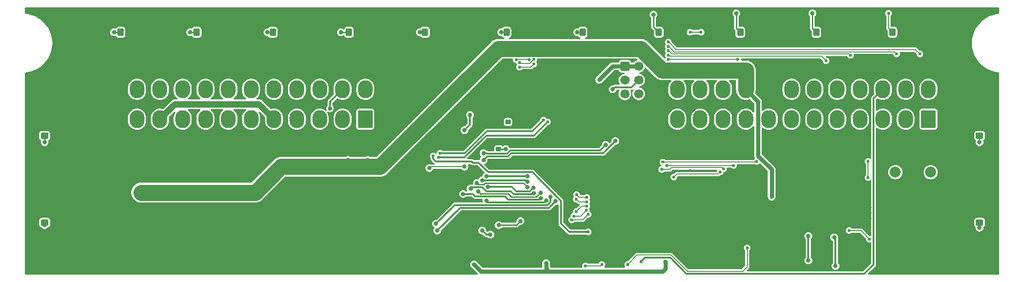
<source format=gbl>
G04 #@! TF.GenerationSoftware,KiCad,Pcbnew,7.0.1*
G04 #@! TF.CreationDate,2023-04-02T15:52:54+01:00*
G04 #@! TF.ProjectId,ecu,6563752e-6b69-4636-9164-5f7063625858,rev?*
G04 #@! TF.SameCoordinates,Original*
G04 #@! TF.FileFunction,Copper,L2,Bot*
G04 #@! TF.FilePolarity,Positive*
%FSLAX46Y46*%
G04 Gerber Fmt 4.6, Leading zero omitted, Abs format (unit mm)*
G04 Created by KiCad (PCBNEW 7.0.1) date 2023-04-02 15:52:54*
%MOMM*%
%LPD*%
G01*
G04 APERTURE LIST*
G04 Aperture macros list*
%AMRoundRect*
0 Rectangle with rounded corners*
0 $1 Rounding radius*
0 $2 $3 $4 $5 $6 $7 $8 $9 X,Y pos of 4 corners*
0 Add a 4 corners polygon primitive as box body*
4,1,4,$2,$3,$4,$5,$6,$7,$8,$9,$2,$3,0*
0 Add four circle primitives for the rounded corners*
1,1,$1+$1,$2,$3*
1,1,$1+$1,$4,$5*
1,1,$1+$1,$6,$7*
1,1,$1+$1,$8,$9*
0 Add four rect primitives between the rounded corners*
20,1,$1+$1,$2,$3,$4,$5,0*
20,1,$1+$1,$4,$5,$6,$7,0*
20,1,$1+$1,$6,$7,$8,$9,0*
20,1,$1+$1,$8,$9,$2,$3,0*%
G04 Aperture macros list end*
G04 #@! TA.AperFunction,SMDPad,CuDef*
%ADD10RoundRect,0.225000X0.250000X-0.225000X0.250000X0.225000X-0.250000X0.225000X-0.250000X-0.225000X0*%
G04 #@! TD*
G04 #@! TA.AperFunction,ComponentPad*
%ADD11RoundRect,0.250000X-0.600000X-0.600000X0.600000X-0.600000X0.600000X0.600000X-0.600000X0.600000X0*%
G04 #@! TD*
G04 #@! TA.AperFunction,ComponentPad*
%ADD12C,1.700000*%
G04 #@! TD*
G04 #@! TA.AperFunction,ComponentPad*
%ADD13RoundRect,0.250001X1.099999X1.399999X-1.099999X1.399999X-1.099999X-1.399999X1.099999X-1.399999X0*%
G04 #@! TD*
G04 #@! TA.AperFunction,ComponentPad*
%ADD14O,2.700000X3.300000*%
G04 #@! TD*
G04 #@! TA.AperFunction,ComponentPad*
%ADD15C,2.000000*%
G04 #@! TD*
G04 #@! TA.AperFunction,SMDPad,CuDef*
%ADD16RoundRect,0.250000X-0.450000X0.325000X-0.450000X-0.325000X0.450000X-0.325000X0.450000X0.325000X0*%
G04 #@! TD*
G04 #@! TA.AperFunction,SMDPad,CuDef*
%ADD17RoundRect,0.250000X0.325000X0.450000X-0.325000X0.450000X-0.325000X-0.450000X0.325000X-0.450000X0*%
G04 #@! TD*
G04 #@! TA.AperFunction,ViaPad*
%ADD18C,0.600000*%
G04 #@! TD*
G04 #@! TA.AperFunction,ViaPad*
%ADD19C,0.800000*%
G04 #@! TD*
G04 #@! TA.AperFunction,Conductor*
%ADD20C,0.200000*%
G04 #@! TD*
G04 #@! TA.AperFunction,Conductor*
%ADD21C,0.300000*%
G04 #@! TD*
G04 #@! TA.AperFunction,Conductor*
%ADD22C,0.800000*%
G04 #@! TD*
G04 #@! TA.AperFunction,Conductor*
%ADD23C,0.250000*%
G04 #@! TD*
G04 #@! TA.AperFunction,Conductor*
%ADD24C,3.000000*%
G04 #@! TD*
G04 #@! TA.AperFunction,Conductor*
%ADD25C,1.200000*%
G04 #@! TD*
G04 APERTURE END LIST*
D10*
G04 #@! TO.P,C29,1*
G04 #@! TO.N,+3V3*
X137500000Y-126525000D03*
G04 #@! TO.P,C29,2*
G04 #@! TO.N,GND*
X137500000Y-124975000D03*
G04 #@! TD*
D11*
G04 #@! TO.P,J3,1,Pin_1*
G04 #@! TO.N,+3V3*
X160750000Y-111250000D03*
D12*
G04 #@! TO.P,J3,2,Pin_2*
X163290000Y-111250000D03*
G04 #@! TO.P,J3,3,Pin_3*
G04 #@! TO.N,/USART1_RX*
X160750000Y-113790000D03*
G04 #@! TO.P,J3,4,Pin_4*
G04 #@! TO.N,/SWDIO*
X163290000Y-113790000D03*
G04 #@! TO.P,J3,5,Pin_5*
G04 #@! TO.N,/USART1_TX*
X160750000Y-116330000D03*
G04 #@! TO.P,J3,6,Pin_6*
G04 #@! TO.N,/SWDCLK*
X163290000Y-116330000D03*
G04 #@! TO.P,J3,7,Pin_7*
G04 #@! TO.N,GND*
X160750000Y-118870000D03*
G04 #@! TO.P,J3,8,Pin_8*
X163290000Y-118870000D03*
G04 #@! TD*
D13*
G04 #@! TO.P,J1,1,Pin_1*
G04 #@! TO.N,Net-(J1-Pin_1)*
X216600000Y-121000000D03*
D14*
G04 #@! TO.P,J1,2,Pin_2*
G04 #@! TO.N,Net-(J1-Pin_2)*
X212400000Y-121000000D03*
G04 #@! TO.P,J1,3,Pin_3*
G04 #@! TO.N,Net-(J1-Pin_3)*
X208200000Y-121000000D03*
G04 #@! TO.P,J1,4,Pin_4*
G04 #@! TO.N,Net-(J1-Pin_4)*
X204000000Y-121000000D03*
G04 #@! TO.P,J1,5,Pin_5*
G04 #@! TO.N,Net-(J1-Pin_5)*
X199800000Y-121000000D03*
G04 #@! TO.P,J1,6,Pin_6*
G04 #@! TO.N,Net-(J1-Pin_6)*
X195600000Y-121000000D03*
G04 #@! TO.P,J1,7,Pin_7*
G04 #@! TO.N,Net-(J1-Pin_7)*
X191400000Y-121000000D03*
G04 #@! TO.P,J1,8,Pin_8*
G04 #@! TO.N,Net-(J1-Pin_8)*
X187200000Y-121000000D03*
G04 #@! TO.P,J1,9,Pin_9*
G04 #@! TO.N,Net-(J1-Pin_9)*
X183000000Y-121000000D03*
G04 #@! TO.P,J1,10,Pin_10*
G04 #@! TO.N,Net-(J1-Pin_10)*
X178800000Y-121000000D03*
G04 #@! TO.P,J1,11,Pin_11*
G04 #@! TO.N,Net-(J1-Pin_11)*
X174600000Y-121000000D03*
G04 #@! TO.P,J1,12,Pin_12*
G04 #@! TO.N,Net-(J1-Pin_12)*
X170400000Y-121000000D03*
G04 #@! TO.P,J1,13,Pin_13*
G04 #@! TO.N,Net-(J1-Pin_13)*
X216600000Y-115500000D03*
G04 #@! TO.P,J1,14,Pin_14*
G04 #@! TO.N,Net-(J1-Pin_14)*
X212400000Y-115500000D03*
G04 #@! TO.P,J1,15,Pin_15*
G04 #@! TO.N,+5V*
X208200000Y-115500000D03*
G04 #@! TO.P,J1,16,Pin_16*
G04 #@! TO.N,Net-(J1-Pin_16)*
X204000000Y-115500000D03*
G04 #@! TO.P,J1,17,Pin_17*
G04 #@! TO.N,Net-(J1-Pin_17)*
X199800000Y-115500000D03*
G04 #@! TO.P,J1,18,Pin_18*
G04 #@! TO.N,Net-(J1-Pin_18)*
X195600000Y-115500000D03*
G04 #@! TO.P,J1,19,Pin_19*
G04 #@! TO.N,Net-(J1-Pin_19)*
X191400000Y-115500000D03*
G04 #@! TO.P,J1,20,Pin_20*
G04 #@! TO.N,GND*
X187200000Y-115500000D03*
G04 #@! TO.P,J1,21,Pin_21*
G04 #@! TO.N,+12V*
X183000000Y-115500000D03*
G04 #@! TO.P,J1,22,Pin_22*
G04 #@! TO.N,Net-(J1-Pin_22)*
X178800000Y-115500000D03*
G04 #@! TO.P,J1,23,Pin_23*
G04 #@! TO.N,Net-(J1-Pin_23)*
X174600000Y-115500000D03*
G04 #@! TO.P,J1,24,Pin_24*
G04 #@! TO.N,Net-(J1-Pin_24)*
X170400000Y-115500000D03*
G04 #@! TD*
D13*
G04 #@! TO.P,J2,1,Pin_1*
G04 #@! TO.N,/CAN_L*
X113000000Y-121000000D03*
D14*
G04 #@! TO.P,J2,2,Pin_2*
G04 #@! TO.N,/LIGHT_DAYTIME_H*
X108800000Y-121000000D03*
G04 #@! TO.P,J2,3,Pin_3*
G04 #@! TO.N,/WINDSHIELD_HEAT_L*
X104600000Y-121000000D03*
G04 #@! TO.P,J2,4,Pin_4*
G04 #@! TO.N,/WIPERS_L*
X100400000Y-121000000D03*
G04 #@! TO.P,J2,5,Pin_5*
G04 #@! TO.N,/INDIC_RIGHT_H*
X96200000Y-121000000D03*
G04 #@! TO.P,J2,6,Pin_6*
G04 #@! TO.N,/LIGHT_HAZARD_H*
X92000000Y-121000000D03*
G04 #@! TO.P,J2,7,Pin_7*
G04 #@! TO.N,/LIGHT_REVERSE_H*
X87800000Y-121000000D03*
G04 #@! TO.P,J2,8,Pin_8*
G04 #@! TO.N,/HEATING_H*
X83600000Y-121000000D03*
G04 #@! TO.P,J2,9,Pin_9*
G04 #@! TO.N,/LIGHT_STOP_H*
X79400000Y-121000000D03*
G04 #@! TO.P,J2,10,Pin_10*
G04 #@! TO.N,/INDIC_RIGHT_H*
X75200000Y-121000000D03*
G04 #@! TO.P,J2,11,Pin_11*
G04 #@! TO.N,/INDIC_LEFT_H*
X71000000Y-121000000D03*
G04 #@! TO.P,J2,12,Pin_12*
G04 #@! TO.N,/CAN_H*
X113000000Y-115500000D03*
G04 #@! TO.P,J2,13,Pin_13*
G04 #@! TO.N,/INVERTER_L*
X108800000Y-115500000D03*
G04 #@! TO.P,J2,14,Pin_14*
G04 #@! TO.N,/APC_H*
X104600000Y-115500000D03*
G04 #@! TO.P,J2,15,Pin_15*
G04 #@! TO.N,unconnected-(J2-Pin_15-Pad15)*
X100400000Y-115500000D03*
G04 #@! TO.P,J2,16,Pin_16*
G04 #@! TO.N,/INDIC_LEFT_H*
X96200000Y-115500000D03*
G04 #@! TO.P,J2,17,Pin_17*
G04 #@! TO.N,/BMS_L*
X92000000Y-115500000D03*
G04 #@! TO.P,J2,18,Pin_18*
G04 #@! TO.N,unconnected-(J2-Pin_18-Pad18)*
X87800000Y-115500000D03*
G04 #@! TO.P,J2,19,Pin_19*
G04 #@! TO.N,unconnected-(J2-Pin_19-Pad19)*
X83600000Y-115500000D03*
G04 #@! TO.P,J2,20,Pin_20*
G04 #@! TO.N,unconnected-(J2-Pin_20-Pad20)*
X79400000Y-115500000D03*
G04 #@! TO.P,J2,21,Pin_21*
G04 #@! TO.N,unconnected-(J2-Pin_21-Pad21)*
X75200000Y-115500000D03*
G04 #@! TO.P,J2,22,Pin_22*
G04 #@! TO.N,unconnected-(J2-Pin_22-Pad22)*
X71000000Y-115500000D03*
G04 #@! TD*
D15*
G04 #@! TO.P,SW1,1,A*
G04 #@! TO.N,GND*
X210500000Y-135250000D03*
X217000000Y-135250000D03*
G04 #@! TO.P,SW1,2,B*
G04 #@! TO.N,/IN_DISP*
X210500000Y-130750000D03*
X217000000Y-130750000D03*
G04 #@! TD*
D10*
G04 #@! TO.P,C31,1*
G04 #@! TO.N,+3V3*
X139250000Y-121525000D03*
G04 #@! TO.P,C31,2*
G04 #@! TO.N,GND*
X139250000Y-119975000D03*
G04 #@! TD*
D16*
G04 #@! TO.P,D18,1,K*
G04 #@! TO.N,GND*
X226000000Y-137975000D03*
G04 #@! TO.P,D18,2,A*
G04 #@! TO.N,Net-(D18-A)*
X226000000Y-140025000D03*
G04 #@! TD*
D17*
G04 #@! TO.P,D13,1,K*
G04 #@! TO.N,GND*
X155025000Y-105000000D03*
G04 #@! TO.P,D13,2,A*
G04 #@! TO.N,Net-(D13-A)*
X152975000Y-105000000D03*
G04 #@! TD*
D16*
G04 #@! TO.P,D20,1,K*
G04 #@! TO.N,GND*
X54000000Y-121975000D03*
G04 #@! TO.P,D20,2,A*
G04 #@! TO.N,Net-(D20-A)*
X54000000Y-124025000D03*
G04 #@! TD*
D17*
G04 #@! TO.P,D12,1,K*
G04 #@! TO.N,GND*
X141025000Y-105000000D03*
G04 #@! TO.P,D12,2,A*
G04 #@! TO.N,Net-(D12-A)*
X138975000Y-105000000D03*
G04 #@! TD*
G04 #@! TO.P,D8,1,K*
G04 #@! TO.N,GND*
X84025000Y-105000000D03*
G04 #@! TO.P,D8,2,A*
G04 #@! TO.N,Net-(D8-A)*
X81975000Y-105000000D03*
G04 #@! TD*
G04 #@! TO.P,D9,1,K*
G04 #@! TO.N,GND*
X98025000Y-105000000D03*
G04 #@! TO.P,D9,2,A*
G04 #@! TO.N,Net-(D9-A)*
X95975000Y-105000000D03*
G04 #@! TD*
D16*
G04 #@! TO.P,D19,1,K*
G04 #@! TO.N,GND*
X226000000Y-121975000D03*
G04 #@! TO.P,D19,2,A*
G04 #@! TO.N,Net-(D19-A)*
X226000000Y-124025000D03*
G04 #@! TD*
D17*
G04 #@! TO.P,D11,1,K*
G04 #@! TO.N,GND*
X126025000Y-105000000D03*
G04 #@! TO.P,D11,2,A*
G04 #@! TO.N,Net-(D11-A)*
X123975000Y-105000000D03*
G04 #@! TD*
G04 #@! TO.P,D10,1,K*
G04 #@! TO.N,GND*
X112025000Y-105000000D03*
G04 #@! TO.P,D10,2,A*
G04 #@! TO.N,Net-(D10-A)*
X109975000Y-105000000D03*
G04 #@! TD*
G04 #@! TO.P,D16,1,K*
G04 #@! TO.N,GND*
X198025000Y-105000000D03*
G04 #@! TO.P,D16,2,A*
G04 #@! TO.N,Net-(D16-A)*
X195975000Y-105000000D03*
G04 #@! TD*
D16*
G04 #@! TO.P,D21,1,K*
G04 #@! TO.N,GND*
X54000000Y-137975000D03*
G04 #@! TO.P,D21,2,A*
G04 #@! TO.N,Net-(D21-A)*
X54000000Y-140025000D03*
G04 #@! TD*
D17*
G04 #@! TO.P,D14,1,K*
G04 #@! TO.N,GND*
X169025000Y-105000000D03*
G04 #@! TO.P,D14,2,A*
G04 #@! TO.N,Net-(D14-A)*
X166975000Y-105000000D03*
G04 #@! TD*
G04 #@! TO.P,D17,1,K*
G04 #@! TO.N,GND*
X212025000Y-105000000D03*
G04 #@! TO.P,D17,2,A*
G04 #@! TO.N,Net-(D17-A)*
X209975000Y-105000000D03*
G04 #@! TD*
G04 #@! TO.P,D7,1,K*
G04 #@! TO.N,GND*
X70025000Y-105000000D03*
G04 #@! TO.P,D7,2,A*
G04 #@! TO.N,Net-(D7-A)*
X67975000Y-105000000D03*
G04 #@! TD*
G04 #@! TO.P,D15,1,K*
G04 #@! TO.N,GND*
X184025000Y-105000000D03*
G04 #@! TO.P,D15,2,A*
G04 #@! TO.N,Net-(D15-A)*
X181975000Y-105000000D03*
G04 #@! TD*
D18*
G04 #@! TO.N,GND*
X85250000Y-141750000D03*
X85250000Y-142500000D03*
X112250000Y-133750000D03*
X112250000Y-134500000D03*
X112250000Y-138250000D03*
X112250000Y-137500000D03*
X176750000Y-107500000D03*
X172500000Y-107250000D03*
X142250000Y-115750000D03*
X134000000Y-145500000D03*
X227500000Y-120250000D03*
X228000000Y-136500000D03*
X220500000Y-105000000D03*
X220500000Y-111500000D03*
X208250000Y-111000000D03*
X197750000Y-107250000D03*
X204250000Y-104000000D03*
X203750000Y-101500000D03*
X213500000Y-103250000D03*
X214750000Y-107500000D03*
X210250000Y-107250000D03*
X159750000Y-143250000D03*
X157750000Y-143250000D03*
X156000000Y-143250000D03*
X157750000Y-141500000D03*
X156000000Y-141500000D03*
X150750000Y-141000000D03*
X150250000Y-140500000D03*
X150000000Y-142250000D03*
X149250000Y-141750000D03*
G04 #@! TO.N,+5V*
X154000000Y-141750000D03*
G04 #@! TO.N,GND*
X149750000Y-139000000D03*
X149750000Y-138250000D03*
X148000000Y-139000000D03*
X148000000Y-138250000D03*
X151250000Y-131500000D03*
G04 #@! TO.N,+5V*
X125500000Y-127750000D03*
G04 #@! TO.N,GND*
X62000000Y-110000000D03*
X90000000Y-105500000D03*
X105750000Y-104000000D03*
X109000000Y-111750000D03*
X115750000Y-124750000D03*
X122250000Y-127500000D03*
X115250000Y-119750000D03*
X71500000Y-124250000D03*
X85250000Y-124500000D03*
X77250000Y-124250000D03*
X135500000Y-129750000D03*
X133750000Y-130250000D03*
X209750000Y-123500000D03*
X205500000Y-123500000D03*
X208000000Y-139750000D03*
X207500000Y-140250000D03*
X208000000Y-134750000D03*
X208000000Y-135500000D03*
X208000000Y-136250000D03*
X207500000Y-145750000D03*
X207500000Y-146500000D03*
X207500000Y-147250000D03*
X205750000Y-145750000D03*
X205750000Y-146500000D03*
X205750000Y-147250000D03*
G04 #@! TO.N,+5V*
X163700000Y-147200000D03*
G04 #@! TO.N,GND*
X139000000Y-111000000D03*
X137750000Y-112000000D03*
X180750000Y-105250000D03*
X208000000Y-105500000D03*
X179750000Y-126500000D03*
X175250000Y-126500000D03*
X171250000Y-126500000D03*
X217250000Y-126500000D03*
X213250000Y-126500000D03*
X208750000Y-126500000D03*
X204750000Y-126500000D03*
X200750000Y-126500000D03*
X196250000Y-126500000D03*
X192250000Y-126500000D03*
X187750000Y-126500000D03*
X183750000Y-126500000D03*
X143000000Y-119500000D03*
X146000000Y-116500000D03*
X144000000Y-118500000D03*
X145000000Y-117500000D03*
G04 #@! TO.N,+3V3*
X156000000Y-113750000D03*
G04 #@! TO.N,GND*
X157000000Y-116750000D03*
X149750000Y-119750000D03*
X148000000Y-117500000D03*
X147000000Y-118500000D03*
X146000000Y-119500000D03*
X145000000Y-120500000D03*
X144000000Y-121500000D03*
X148750000Y-120750000D03*
X147750000Y-121750000D03*
X146750000Y-122750000D03*
X145750000Y-123750000D03*
X144500000Y-128000000D03*
X143500000Y-128000000D03*
X142750000Y-128000000D03*
G04 #@! TO.N,+3V3*
X139250000Y-121525000D03*
D19*
X138829542Y-126507224D03*
D18*
G04 #@! TO.N,GND*
X130750000Y-119250000D03*
X139250000Y-119975000D03*
G04 #@! TO.N,/CAN1_TX*
X126750000Y-127250000D03*
X145784903Y-121142451D03*
G04 #@! TO.N,/CAN1_RX*
X146500000Y-121500000D03*
X126497175Y-128008475D03*
G04 #@! TO.N,GND*
X121250000Y-118750000D03*
X62000000Y-121250000D03*
X61750000Y-115500000D03*
X66250000Y-147750000D03*
X66250000Y-143750000D03*
X72500000Y-143750000D03*
X72500000Y-147750000D03*
X90750000Y-147750000D03*
X105000000Y-147750000D03*
X117000000Y-147750000D03*
X126250000Y-147750000D03*
X123000000Y-147750000D03*
X144000000Y-146250000D03*
X138500000Y-146250000D03*
X184000000Y-107500000D03*
X184000000Y-110250000D03*
X186250000Y-110250000D03*
X186250000Y-107500000D03*
X187750000Y-107500000D03*
X189250000Y-110250000D03*
X193500000Y-107500000D03*
X193500000Y-110500000D03*
X151250000Y-111750000D03*
X150250000Y-111750000D03*
G04 #@! TO.N,/IN_FOG_LIGHT*
X169750000Y-131650500D03*
X178250000Y-130750000D03*
G04 #@! TO.N,/IN_SIDELIGHTS*
X167500000Y-130250000D03*
X178900000Y-130150000D03*
G04 #@! TO.N,/IN_AIRBAG*
X215000000Y-109000000D03*
X168750000Y-106801988D03*
G04 #@! TO.N,/IN_PARK*
X168750000Y-107601491D03*
X210750000Y-109000000D03*
G04 #@! TO.N,/IN_DF_CONV*
X168750000Y-108400994D03*
X202250000Y-109250000D03*
G04 #@! TO.N,/IN_DRIVE_DIR_2*
X168750000Y-109200497D03*
X197750000Y-110250000D03*
G04 #@! TO.N,/IN_WINDSHIELD_JET*
X168750000Y-110000000D03*
X181500000Y-110000000D03*
G04 #@! TO.N,+12V*
X187750000Y-135399500D03*
G04 #@! TO.N,/IN_KEY2*
X174777228Y-104999500D03*
X172750000Y-104999500D03*
G04 #@! TO.N,/LED_HEATER*
X143992147Y-110857282D03*
X141349500Y-111398854D03*
G04 #@! TO.N,/LED_FOG*
X143978034Y-110023573D03*
X141364900Y-110599500D03*
G04 #@! TO.N,/LED_BATTERY*
X140750000Y-110084500D03*
X143124500Y-110029285D03*
G04 #@! TO.N,GND*
X159750000Y-145750000D03*
X159750000Y-141500000D03*
X164000000Y-136000000D03*
X173000000Y-136000000D03*
G04 #@! TO.N,Net-(D17-A)*
X209250000Y-101500000D03*
G04 #@! TO.N,/IN_INDICATOR_RIGHT*
X167750000Y-128900000D03*
G04 #@! TO.N,/IN_BRAKE_1*
X168437181Y-129562819D03*
G04 #@! TO.N,GND*
X188750000Y-129500000D03*
X172750000Y-130500000D03*
G04 #@! TO.N,/IN_INDICATOR_RIGHT*
X185000000Y-128750000D03*
G04 #@! TO.N,/IN_BRAKE_1*
X180750000Y-129500000D03*
G04 #@! TO.N,/IN_WINDSHIELD_HEAT*
X153750020Y-135389449D03*
X151847822Y-134902178D03*
G04 #@! TO.N,/IN_ECO*
X151798338Y-135700516D03*
X153749877Y-136188951D03*
D19*
G04 #@! TO.N,GND*
X205750000Y-137250000D03*
X205750000Y-138250000D03*
G04 #@! TO.N,Net-(D12-A)*
X138000000Y-105000000D03*
G04 #@! TO.N,+12V*
X117250000Y-127675500D03*
X76750000Y-133750000D03*
X90500000Y-133750000D03*
X79250000Y-133750000D03*
X113450000Y-128500000D03*
X86500000Y-133750000D03*
X84000000Y-133750000D03*
X109825000Y-128500000D03*
X100450000Y-130000000D03*
X71750000Y-133750000D03*
X74250000Y-133750000D03*
X97500000Y-129750000D03*
X81750000Y-133750000D03*
G04 #@! TO.N,+3V3*
X134500500Y-141500000D03*
X135999500Y-142250000D03*
G04 #@! TO.N,Net-(U6-NRST)*
X131250000Y-123000000D03*
X132250000Y-120250000D03*
G04 #@! TO.N,GND*
X85250000Y-146250000D03*
X85250000Y-147250000D03*
G04 #@! TO.N,Net-(D25-K)*
X199250000Y-142750000D03*
X199500000Y-148024500D03*
G04 #@! TO.N,Net-(C54-Pad1)*
X194500000Y-142500000D03*
X194500000Y-147000000D03*
G04 #@! TO.N,Net-(D21-A)*
X54000000Y-140500000D03*
G04 #@! TO.N,/INVERTER_L*
X106500000Y-119000000D03*
G04 #@! TO.N,/SWDIO*
X158500000Y-115500000D03*
G04 #@! TO.N,/OLED_RES*
X137525500Y-140500000D03*
X141525500Y-139750000D03*
G04 #@! TO.N,Net-(D10-A)*
X108500000Y-105000000D03*
G04 #@! TO.N,GND*
X135228961Y-125499500D03*
G04 #@! TO.N,Net-(D20-A)*
X54000000Y-125250000D03*
G04 #@! TO.N,+15V*
X133000000Y-147750000D03*
G04 #@! TO.N,Net-(D13-A)*
X152000000Y-105000000D03*
G04 #@! TO.N,Net-(D11-A)*
X123000000Y-105000000D03*
G04 #@! TO.N,Net-(D9-A)*
X95000000Y-105000000D03*
G04 #@! TO.N,Net-(D8-A)*
X80750000Y-105000000D03*
G04 #@! TO.N,/INDIC_LEFT*
X135524702Y-133449000D03*
G04 #@! TO.N,Net-(D15-A)*
X181250000Y-101500000D03*
G04 #@! TO.N,/WIPERS*
X134500000Y-132249500D03*
G04 #@! TO.N,Net-(D19-A)*
X226000000Y-125250000D03*
G04 #@! TO.N,Net-(D18-A)*
X226000000Y-141000000D03*
G04 #@! TO.N,/LIGHT_STOP*
X133750000Y-134249500D03*
G04 #@! TO.N,Net-(D16-A)*
X195250000Y-101500000D03*
G04 #@! TO.N,/WIPERS*
X142824500Y-132499503D03*
G04 #@! TO.N,/THR2*
X159000000Y-125000000D03*
G04 #@! TO.N,Net-(D7-A)*
X66750000Y-105000000D03*
G04 #@! TO.N,/INDIC_RIGHT*
X144008109Y-134596317D03*
G04 #@! TO.N,/WINDSHIELD_HEAT*
X135250000Y-131500000D03*
G04 #@! TO.N,Net-(D14-A)*
X166000000Y-101750000D03*
D18*
G04 #@! TO.N,/IN_CEINT*
X153649500Y-137781423D03*
D19*
G04 #@! TO.N,/LIGHT_REVERSE*
X145262299Y-135512299D03*
D18*
G04 #@! TO.N,/IN_ECO*
X205500000Y-131750000D03*
D19*
G04 #@! TO.N,/THR2*
X134750000Y-128500000D03*
G04 #@! TO.N,/INDIC_LEFT*
X143924260Y-133600338D03*
G04 #@! TO.N,/LED_CHARGING*
X126000000Y-140250000D03*
G04 #@! TO.N,/WINDSHIELD_HEAT*
X142824500Y-131500000D03*
G04 #@! TO.N,/LIGHT_STOP*
X145250000Y-134500000D03*
G04 #@! TO.N,/INDIC_RIGHT*
X132360789Y-133749500D03*
G04 #@! TO.N,GND*
X171250000Y-142750000D03*
G04 #@! TO.N,/LED_BATTERY_HV*
X126250000Y-141500000D03*
G04 #@! TO.N,/LIGHT_REVERSE*
X131000000Y-134749500D03*
G04 #@! TO.N,/BMS*
X142824500Y-133499006D03*
G04 #@! TO.N,GND*
X189250000Y-140250000D03*
D18*
G04 #@! TO.N,/IN_DISP*
X150969500Y-139500000D03*
D19*
G04 #@! TO.N,/BMS*
X133500000Y-132749500D03*
G04 #@! TO.N,/HEATING*
X146250000Y-136000000D03*
G04 #@! TO.N,GND*
X166000000Y-142750000D03*
X132250000Y-138750000D03*
G04 #@! TO.N,/LED_CHARGING*
X147049500Y-135293245D03*
G04 #@! TO.N,/VBAT_MEAS*
X131250000Y-129750000D03*
G04 #@! TO.N,/HEATING*
X135250000Y-135974500D03*
D18*
G04 #@! TO.N,/IN_ECO*
X205500000Y-128750000D03*
D19*
G04 #@! TO.N,/VBAT_MEAS*
X124750000Y-130000000D03*
G04 #@! TO.N,/THR1*
X134750000Y-127250000D03*
X157220023Y-125720023D03*
G04 #@! TO.N,/LED_BATTERY_HV*
X148000000Y-136100500D03*
G04 #@! TO.N,GND*
X214500000Y-148000000D03*
X184500000Y-148000000D03*
D18*
G04 #@! TO.N,Net-(U10-EN)*
X205750000Y-143075000D03*
D19*
G04 #@! TO.N,+15V*
X146250000Y-147500000D03*
G04 #@! TO.N,GND*
X170500000Y-145750000D03*
D18*
G04 #@! TO.N,/IN_CEINT*
X151376838Y-138812046D03*
G04 #@! TO.N,/IN_CTL_APC*
X151769500Y-138000000D03*
D19*
G04 #@! TO.N,GND*
X185500000Y-147000000D03*
X171500000Y-145750000D03*
X178000000Y-145500000D03*
X185500000Y-148000000D03*
G04 #@! TO.N,+15V*
X168250000Y-147250000D03*
G04 #@! TO.N,GND*
X214500000Y-146000000D03*
X205750000Y-139250000D03*
X127500000Y-106000000D03*
X214500000Y-147000000D03*
X130750000Y-109000000D03*
D18*
G04 #@! TO.N,/OLED_POWER_EN*
X153500000Y-148000000D03*
X183250000Y-144693750D03*
X161250000Y-147750000D03*
X156500000Y-147750000D03*
G04 #@! TO.N,/IN_CTL_APC*
X153751485Y-136988452D03*
G04 #@! TO.N,/IN_DISP*
X154000000Y-138500000D03*
G04 #@! TO.N,GND*
X208701089Y-129451089D03*
G04 #@! TO.N,Net-(U10-EN)*
X202000000Y-141500000D03*
G04 #@! TD*
D20*
G04 #@! TO.N,/IN_FOG_LIGHT*
X169750000Y-131650500D02*
X170300500Y-131100000D01*
X177900000Y-131100000D02*
X178250000Y-130750000D01*
X170300500Y-131100000D02*
X177900000Y-131100000D01*
D21*
G04 #@! TO.N,+5V*
X125500000Y-127750000D02*
X125500000Y-128310661D01*
X150500000Y-141750000D02*
X154000000Y-141750000D01*
X125500000Y-128310661D02*
X126000000Y-128810661D01*
X132560661Y-128810661D02*
X132750000Y-129000000D01*
X126000000Y-128810661D02*
X132560661Y-128810661D01*
X132750000Y-129000000D02*
X133830761Y-129000000D01*
X135580761Y-130750000D02*
X143710161Y-130750000D01*
X133830761Y-129000000D02*
X135580761Y-130750000D01*
X143710161Y-130750000D02*
X149000000Y-136039839D01*
X149000000Y-136039839D02*
X149000000Y-140250000D01*
X149000000Y-140250000D02*
X150500000Y-141750000D01*
G04 #@! TO.N,/CAN1_RX*
X126497175Y-128008475D02*
X126505650Y-128000000D01*
X144000000Y-124000000D02*
X146500000Y-121500000D01*
X126505650Y-128000000D02*
X131250000Y-128000000D01*
X131250000Y-128000000D02*
X135250000Y-124000000D01*
X135250000Y-124000000D02*
X144000000Y-124000000D01*
G04 #@! TO.N,/CAN1_TX*
X126750000Y-127250000D02*
X131292894Y-127250000D01*
X131292894Y-127250000D02*
X135342397Y-123200497D01*
X135342397Y-123200497D02*
X143726857Y-123200497D01*
X143726857Y-123200497D02*
X145784903Y-121142451D01*
D20*
G04 #@! TO.N,Net-(U10-EN)*
X205750000Y-143075000D02*
X204175000Y-141500000D01*
X204175000Y-141500000D02*
X202000000Y-141500000D01*
D21*
G04 #@! TO.N,+5V*
X208200000Y-115500000D02*
X206500000Y-117200000D01*
X206500000Y-117200000D02*
X206500000Y-147750000D01*
X204800000Y-149450000D02*
X172063604Y-149450000D01*
X206500000Y-147750000D02*
X204800000Y-149450000D01*
X164400000Y-146500000D02*
X163700000Y-147200000D01*
X172063604Y-149450000D02*
X169113604Y-146500000D01*
X169113604Y-146500000D02*
X164400000Y-146500000D01*
D20*
G04 #@! TO.N,/OLED_POWER_EN*
X183250000Y-148169250D02*
X182419250Y-149000000D01*
X182419250Y-149000000D02*
X172250000Y-149000000D01*
X172250000Y-149000000D02*
X169250000Y-146000000D01*
X169250000Y-146000000D02*
X163000000Y-146000000D01*
X163000000Y-146000000D02*
X161250000Y-147750000D01*
D22*
G04 #@! TO.N,+3V3*
X158500000Y-111250000D02*
X156000000Y-113750000D01*
X160750000Y-111250000D02*
X158500000Y-111250000D01*
X163290000Y-111250000D02*
X160750000Y-111250000D01*
D21*
G04 #@! TO.N,/THR2*
X134750000Y-128500000D02*
X135425000Y-127825000D01*
X135425000Y-127825000D02*
X139279533Y-127825000D01*
X139279533Y-127825000D02*
X139854533Y-127250000D01*
X139854533Y-127250000D02*
X156750000Y-127250000D01*
X156750000Y-127250000D02*
X159000000Y-125000000D01*
G04 #@! TO.N,/THR1*
X134750000Y-127250000D02*
X135310660Y-127250000D01*
X139647427Y-126750000D02*
X156190046Y-126750000D01*
X135310660Y-127250000D02*
X135385660Y-127325000D01*
X135385660Y-127325000D02*
X139072427Y-127325000D01*
X139072427Y-127325000D02*
X139647427Y-126750000D01*
X156190046Y-126750000D02*
X157220023Y-125720023D01*
D23*
G04 #@! TO.N,+3V3*
X137517776Y-126507224D02*
X137500000Y-126525000D01*
X138829542Y-126507224D02*
X137517776Y-126507224D01*
D20*
G04 #@! TO.N,/VBAT_MEAS*
X124750000Y-130000000D02*
X125000000Y-129750000D01*
X125000000Y-129750000D02*
X131250000Y-129750000D01*
G04 #@! TO.N,/IN_SIDELIGHTS*
X178900000Y-130150000D02*
X178650000Y-129900000D01*
X178650000Y-129900000D02*
X169350000Y-129900000D01*
X169000000Y-130250000D02*
X167500000Y-130250000D01*
X169350000Y-129900000D02*
X169000000Y-130250000D01*
G04 #@! TO.N,/IN_PARK*
X210750000Y-109000000D02*
X210350000Y-108600000D01*
X210350000Y-108600000D02*
X169797535Y-108600000D01*
X169797535Y-108600000D02*
X168799026Y-107601491D01*
X168799026Y-107601491D02*
X168750000Y-107601491D01*
G04 #@! TO.N,/IN_AIRBAG*
X215000000Y-109000000D02*
X214200000Y-108200000D01*
X170197038Y-108200000D02*
X168799026Y-106801988D01*
X214200000Y-108200000D02*
X170197038Y-108200000D01*
X168799026Y-106801988D02*
X168750000Y-106801988D01*
G04 #@! TO.N,/IN_DF_CONV*
X202250000Y-109250000D02*
X202000000Y-109000000D01*
X202000000Y-109000000D02*
X169398032Y-109000000D01*
X169398032Y-109000000D02*
X168799026Y-108400994D01*
X168799026Y-108400994D02*
X168750000Y-108400994D01*
G04 #@! TO.N,/IN_DRIVE_DIR_2*
X168949503Y-109400000D02*
X168750000Y-109200497D01*
X196900000Y-109400000D02*
X168949503Y-109400000D01*
X197750000Y-110250000D02*
X196900000Y-109400000D01*
G04 #@! TO.N,/IN_WINDSHIELD_JET*
X181500000Y-110000000D02*
X168750000Y-110000000D01*
G04 #@! TO.N,/IN_KEY2*
X172750000Y-104999500D02*
X174777228Y-104999500D01*
D24*
G04 #@! TO.N,+12V*
X183000000Y-115500000D02*
X183000000Y-112000000D01*
X183000000Y-112000000D02*
X167646245Y-112000000D01*
X167646245Y-112000000D02*
X163669818Y-108023573D01*
X163669818Y-108023573D02*
X137476427Y-108023573D01*
X115750000Y-129750000D02*
X97500000Y-129750000D01*
X137476427Y-108023573D02*
X115750000Y-129750000D01*
D22*
X185250000Y-127727207D02*
X187750000Y-130227207D01*
X185250000Y-117750000D02*
X185250000Y-127727207D01*
X183000000Y-115500000D02*
X185250000Y-117750000D01*
X187750000Y-130227207D02*
X187750000Y-135250000D01*
D20*
G04 #@! TO.N,/LED_HEATER*
X143992147Y-110857282D02*
X143450575Y-111398854D01*
X143450575Y-111398854D02*
X141349500Y-111398854D01*
G04 #@! TO.N,/LED_FOG*
X143978034Y-110023573D02*
X143251607Y-110750000D01*
X143251607Y-110750000D02*
X141515400Y-110750000D01*
X141515400Y-110750000D02*
X141364900Y-110599500D01*
G04 #@! TO.N,/LED_BATTERY*
X143124500Y-110029285D02*
X143095215Y-110000000D01*
X143095215Y-110000000D02*
X140834500Y-110000000D01*
X140834500Y-110000000D02*
X140750000Y-110084500D01*
G04 #@! TO.N,Net-(D17-A)*
X209250000Y-101500000D02*
X209250000Y-104275000D01*
X209250000Y-104275000D02*
X209975000Y-105000000D01*
G04 #@! TO.N,/IN_INDICATOR_RIGHT*
X185000000Y-128750000D02*
X184850000Y-128900000D01*
X184850000Y-128900000D02*
X167750000Y-128900000D01*
G04 #@! TO.N,/IN_BRAKE_1*
X180750000Y-129500000D02*
X168250000Y-129500000D01*
X168250000Y-129500000D02*
X168374362Y-129500000D01*
X168374362Y-129500000D02*
X168437181Y-129562819D01*
G04 #@! TO.N,/IN_WINDSHIELD_HEAT*
X153750020Y-135389449D02*
X152335093Y-135389449D01*
X152335093Y-135389449D02*
X151847822Y-134902178D01*
G04 #@! TO.N,/IN_ECO*
X152286773Y-136188951D02*
X151798338Y-135700516D01*
X153749877Y-136188951D02*
X152286773Y-136188951D01*
G04 #@! TO.N,/IN_CTL_APC*
X153751485Y-136988452D02*
X152781048Y-136988452D01*
X152781048Y-136988452D02*
X151769500Y-138000000D01*
G04 #@! TO.N,/IN_CEINT*
X151376838Y-138812046D02*
X152618877Y-138812046D01*
X152618877Y-138812046D02*
X153649500Y-137781423D01*
G04 #@! TO.N,/IN_DISP*
X150969500Y-139500000D02*
X153000000Y-139500000D01*
X153000000Y-139500000D02*
X154000000Y-138500000D01*
G04 #@! TO.N,/OLED_POWER_EN*
X156250000Y-148000000D02*
X153500000Y-148000000D01*
X156500000Y-147750000D02*
X156250000Y-148000000D01*
X183250000Y-144693750D02*
X183250000Y-148169250D01*
D22*
G04 #@! TO.N,+15V*
X146750000Y-149000000D02*
X134250000Y-149000000D01*
X146250000Y-148500000D02*
X146250000Y-147500000D01*
X167750000Y-149000000D02*
X146750000Y-149000000D01*
X146750000Y-149000000D02*
X146250000Y-148500000D01*
X134250000Y-149000000D02*
X133000000Y-147750000D01*
X168250000Y-148500000D02*
X167750000Y-149000000D01*
X168250000Y-147250000D02*
X168250000Y-148500000D01*
D20*
G04 #@! TO.N,/IN_ECO*
X205500000Y-128750000D02*
X205500000Y-131750000D01*
D21*
G04 #@! TO.N,/LED_BATTERY_HV*
X146804183Y-137296317D02*
X130453683Y-137296317D01*
X148000000Y-136100500D02*
X146804183Y-137296317D01*
X130453683Y-137296317D02*
X126250000Y-141500000D01*
G04 #@! TO.N,/LED_CHARGING*
X129453683Y-136796317D02*
X126000000Y-140250000D01*
X147049500Y-135293245D02*
X147049500Y-136261161D01*
X147049500Y-136261161D02*
X146514344Y-136796317D01*
X146514344Y-136796317D02*
X129453683Y-136796317D01*
G04 #@! TO.N,/LIGHT_REVERSE*
X131000000Y-134749500D02*
X132749500Y-134749500D01*
X132749500Y-134749500D02*
X133225000Y-135225000D01*
X144978281Y-135796317D02*
X145262299Y-135512299D01*
X133225000Y-135225000D02*
X138725000Y-135225000D01*
X138725000Y-135225000D02*
X139296317Y-135796317D01*
X139296317Y-135796317D02*
X144978281Y-135796317D01*
D23*
G04 #@! TO.N,/LIGHT_STOP*
X133750000Y-134249500D02*
X134250500Y-134750000D01*
X134250500Y-134750000D02*
X134275500Y-134725000D01*
X134275500Y-134725000D02*
X139225000Y-134725000D01*
X139225000Y-134725000D02*
X139821317Y-135321317D01*
X139821317Y-135321317D02*
X144428683Y-135321317D01*
X144428683Y-135321317D02*
X145250000Y-134500000D01*
D21*
G04 #@! TO.N,/INDIC_RIGHT*
X132360789Y-133749500D02*
X132610289Y-133500000D01*
X132610289Y-133500000D02*
X134500000Y-133500000D01*
X143855420Y-134749006D02*
X144008109Y-134596317D01*
X134500000Y-133500000D02*
X135250000Y-134250000D01*
X135250000Y-134250000D02*
X139750000Y-134250000D01*
X140250000Y-134750000D02*
X140250994Y-134749006D01*
X139750000Y-134250000D02*
X140250000Y-134750000D01*
X140250994Y-134749006D02*
X143855420Y-134749006D01*
G04 #@! TO.N,/INDIC_LEFT*
X135524702Y-133449000D02*
X139949000Y-133449000D01*
X139949000Y-133449000D02*
X140749006Y-134249006D01*
X140749006Y-134249006D02*
X143275592Y-134249006D01*
X143275592Y-134249006D02*
X143924260Y-133600338D01*
G04 #@! TO.N,/WIPERS*
X134500000Y-132249500D02*
X135561161Y-132249500D01*
X135561161Y-132249500D02*
X135561661Y-132250000D01*
X135561661Y-132250000D02*
X142574997Y-132250000D01*
X142574997Y-132250000D02*
X142824500Y-132499503D01*
D23*
G04 #@! TO.N,/BMS*
X133500000Y-132749500D02*
X133725000Y-132974500D01*
X133725000Y-132974500D02*
X134800305Y-132974500D01*
X135050305Y-132724500D02*
X142099500Y-132724500D01*
X134800305Y-132974500D02*
X135050305Y-132724500D01*
X142099500Y-132724500D02*
X142099500Y-132799808D01*
X142524195Y-133224503D02*
X142549997Y-133224503D01*
X142099500Y-132799808D02*
X142524195Y-133224503D01*
X142549997Y-133224503D02*
X142824500Y-133499006D01*
D21*
G04 #@! TO.N,/HEATING*
X145953683Y-136296317D02*
X146250000Y-136000000D01*
X135571817Y-136296317D02*
X145953683Y-136296317D01*
X135275500Y-136000000D02*
X135571817Y-136296317D01*
X135250000Y-135974500D02*
X135275500Y-136000000D01*
G04 #@! TO.N,/WINDSHIELD_HEAT*
X135250000Y-131500000D02*
X142824500Y-131500000D01*
G04 #@! TO.N,Net-(U6-NRST)*
X131250000Y-123000000D02*
X132250000Y-122000000D01*
X132250000Y-122000000D02*
X132250000Y-120250000D01*
D23*
G04 #@! TO.N,Net-(D18-A)*
X226000000Y-141000000D02*
X226000000Y-140025000D01*
G04 #@! TO.N,Net-(D19-A)*
X226000000Y-125250000D02*
X226000000Y-124025000D01*
G04 #@! TO.N,Net-(D20-A)*
X54000000Y-125250000D02*
X54000000Y-124025000D01*
G04 #@! TO.N,Net-(D7-A)*
X66750000Y-105000000D02*
X67975000Y-105000000D01*
G04 #@! TO.N,Net-(D8-A)*
X80750000Y-105000000D02*
X81975000Y-105000000D01*
G04 #@! TO.N,Net-(D9-A)*
X95000000Y-105000000D02*
X95975000Y-105000000D01*
G04 #@! TO.N,Net-(D10-A)*
X108500000Y-105000000D02*
X109975000Y-105000000D01*
G04 #@! TO.N,Net-(D11-A)*
X123000000Y-105000000D02*
X123975000Y-105000000D01*
G04 #@! TO.N,Net-(D12-A)*
X138000000Y-105000000D02*
X138975000Y-105000000D01*
G04 #@! TO.N,Net-(D13-A)*
X152000000Y-105000000D02*
X152975000Y-105000000D01*
G04 #@! TO.N,Net-(D14-A)*
X166000000Y-101750000D02*
X166000000Y-104025000D01*
X166000000Y-104025000D02*
X166975000Y-105000000D01*
G04 #@! TO.N,Net-(D15-A)*
X181250000Y-101500000D02*
X181250000Y-104275000D01*
X181250000Y-104275000D02*
X181975000Y-105000000D01*
G04 #@! TO.N,Net-(D16-A)*
X195250000Y-104275000D02*
X195975000Y-105000000D01*
X195250000Y-101500000D02*
X195250000Y-104275000D01*
D24*
G04 #@! TO.N,+12V*
X92750000Y-134500000D02*
X71750000Y-134500000D01*
X97500000Y-129750000D02*
X92750000Y-134500000D01*
D21*
G04 #@! TO.N,Net-(D25-K)*
X199250000Y-142750000D02*
X199500000Y-143000000D01*
X199500000Y-143000000D02*
X199500000Y-148024500D01*
G04 #@! TO.N,Net-(C54-Pad1)*
X194500000Y-147000000D02*
X194500000Y-142500000D01*
G04 #@! TO.N,+3V3*
X134500500Y-141500000D02*
X135250500Y-142250000D01*
X135250500Y-142250000D02*
X135999500Y-142250000D01*
G04 #@! TO.N,Net-(D21-A)*
X54000000Y-140025000D02*
X54000000Y-140500000D01*
D25*
G04 #@! TO.N,/INDIC_RIGHT_H*
X93450000Y-118250000D02*
X96200000Y-121000000D01*
X77950000Y-118250000D02*
X93450000Y-118250000D01*
X75200000Y-121000000D02*
X77950000Y-118250000D01*
D21*
G04 #@! TO.N,/INVERTER_L*
X106500000Y-119000000D02*
X106500000Y-117800000D01*
X106500000Y-117800000D02*
X108800000Y-115500000D01*
G04 #@! TO.N,/SWDIO*
X161950000Y-115130000D02*
X163290000Y-113790000D01*
X158870000Y-115130000D02*
X161950000Y-115130000D01*
X158500000Y-115500000D02*
X158870000Y-115130000D01*
D23*
G04 #@! TO.N,/OLED_RES*
X137525500Y-140500000D02*
X140775500Y-140500000D01*
X140775500Y-140500000D02*
X141525500Y-139750000D01*
G04 #@! TD*
G04 #@! TA.AperFunction,Conductor*
G04 #@! TO.N,GND*
G36*
X229537500Y-100417113D02*
G01*
X229582887Y-100462500D01*
X229599500Y-100524500D01*
X229599500Y-101500028D01*
X229584555Y-101559046D01*
X229543321Y-101603837D01*
X229485740Y-101623604D01*
X229331435Y-101636389D01*
X228890788Y-101709920D01*
X228457717Y-101819588D01*
X228035199Y-101964639D01*
X227626090Y-102144091D01*
X227233206Y-102356709D01*
X226859201Y-102601059D01*
X226506683Y-102875434D01*
X226178005Y-103178005D01*
X225875434Y-103506683D01*
X225601059Y-103859201D01*
X225356709Y-104233206D01*
X225144091Y-104626090D01*
X224964639Y-105035199D01*
X224819588Y-105457717D01*
X224709920Y-105890788D01*
X224636389Y-106331435D01*
X224599500Y-106776628D01*
X224599500Y-107223372D01*
X224636389Y-107668564D01*
X224709920Y-108109211D01*
X224819588Y-108542282D01*
X224964639Y-108964800D01*
X225144091Y-109373909D01*
X225356709Y-109766793D01*
X225356713Y-109766799D01*
X225599674Y-110138679D01*
X225601059Y-110140798D01*
X225875434Y-110493316D01*
X225962933Y-110588365D01*
X226178005Y-110821995D01*
X226352791Y-110982897D01*
X226506683Y-111124565D01*
X226859201Y-111398940D01*
X226859205Y-111398942D01*
X226859212Y-111398948D01*
X227215844Y-111631947D01*
X227233206Y-111643290D01*
X227626090Y-111855908D01*
X228035199Y-112035360D01*
X228457717Y-112180411D01*
X228457721Y-112180412D01*
X228457724Y-112180413D01*
X228890787Y-112290079D01*
X229331427Y-112363609D01*
X229331430Y-112363609D01*
X229331435Y-112363610D01*
X229485740Y-112376396D01*
X229543321Y-112396163D01*
X229584555Y-112440954D01*
X229599500Y-112499972D01*
X229599500Y-149475500D01*
X229582887Y-149537500D01*
X229537500Y-149582887D01*
X229475500Y-149599500D01*
X205586966Y-149599500D01*
X205530671Y-149585985D01*
X205486648Y-149548385D01*
X205464493Y-149494898D01*
X205469035Y-149437182D01*
X205499285Y-149387819D01*
X206122334Y-148764769D01*
X206795744Y-148091357D01*
X206806093Y-148082109D01*
X206833970Y-148059879D01*
X206866191Y-148012618D01*
X206868859Y-148008859D01*
X206872920Y-148003357D01*
X206902793Y-147962882D01*
X206902794Y-147962877D01*
X206906381Y-147958018D01*
X206908692Y-147953441D01*
X206910470Y-147947675D01*
X206910472Y-147947673D01*
X206927330Y-147893014D01*
X206928775Y-147888626D01*
X206939083Y-147859171D01*
X206947646Y-147834699D01*
X206947646Y-147834697D01*
X206949637Y-147829008D01*
X206950500Y-147823930D01*
X206950500Y-147760738D01*
X206950587Y-147756101D01*
X206952949Y-147692970D01*
X206950500Y-147674365D01*
X206950500Y-140393099D01*
X224999500Y-140393099D01*
X225010123Y-140481567D01*
X225065638Y-140622340D01*
X225065639Y-140622342D01*
X225096787Y-140663416D01*
X225157077Y-140742922D01*
X225254606Y-140816880D01*
X225293864Y-140867329D01*
X225302777Y-140930629D01*
X225294354Y-140999998D01*
X225314860Y-141168872D01*
X225375182Y-141327930D01*
X225471815Y-141467927D01*
X225471816Y-141467928D01*
X225471817Y-141467929D01*
X225599148Y-141580734D01*
X225749775Y-141659790D01*
X225914944Y-141700500D01*
X226085055Y-141700500D01*
X226085056Y-141700500D01*
X226250225Y-141659790D01*
X226400852Y-141580734D01*
X226528183Y-141467929D01*
X226624818Y-141327930D01*
X226685140Y-141168872D01*
X226705645Y-141000000D01*
X226697221Y-140930629D01*
X226706133Y-140867331D01*
X226745390Y-140816882D01*
X226842922Y-140742922D01*
X226934361Y-140622342D01*
X226989877Y-140481564D01*
X227000500Y-140393102D01*
X227000500Y-139656898D01*
X226989877Y-139568436D01*
X226989876Y-139568434D01*
X226989876Y-139568432D01*
X226934361Y-139427659D01*
X226934361Y-139427658D01*
X226870343Y-139343238D01*
X226842922Y-139307077D01*
X226763416Y-139246787D01*
X226722342Y-139215639D01*
X226722340Y-139215638D01*
X226581567Y-139160123D01*
X226537333Y-139154811D01*
X226493102Y-139149500D01*
X225506898Y-139149500D01*
X225468985Y-139154052D01*
X225418432Y-139160123D01*
X225277659Y-139215638D01*
X225157077Y-139307077D01*
X225065638Y-139427659D01*
X225010123Y-139568432D01*
X225010123Y-139568436D01*
X224999517Y-139656762D01*
X224999500Y-139656901D01*
X224999500Y-140393099D01*
X206950500Y-140393099D01*
X206950500Y-130749999D01*
X209194531Y-130749999D01*
X209214364Y-130976689D01*
X209273261Y-131196497D01*
X209369432Y-131402735D01*
X209499953Y-131589140D01*
X209660859Y-131750046D01*
X209847264Y-131880567D01*
X209847265Y-131880567D01*
X209847266Y-131880568D01*
X210053504Y-131976739D01*
X210273308Y-132035635D01*
X210500000Y-132055468D01*
X210726692Y-132035635D01*
X210946496Y-131976739D01*
X211152734Y-131880568D01*
X211339139Y-131750047D01*
X211500047Y-131589139D01*
X211630568Y-131402734D01*
X211726739Y-131196496D01*
X211785635Y-130976692D01*
X211805468Y-130750000D01*
X211805468Y-130749999D01*
X215694531Y-130749999D01*
X215714364Y-130976689D01*
X215773261Y-131196497D01*
X215869432Y-131402735D01*
X215999953Y-131589140D01*
X216160859Y-131750046D01*
X216347264Y-131880567D01*
X216347265Y-131880567D01*
X216347266Y-131880568D01*
X216553504Y-131976739D01*
X216773308Y-132035635D01*
X217000000Y-132055468D01*
X217226692Y-132035635D01*
X217446496Y-131976739D01*
X217652734Y-131880568D01*
X217839139Y-131750047D01*
X218000047Y-131589139D01*
X218130568Y-131402734D01*
X218226739Y-131196496D01*
X218285635Y-130976692D01*
X218305468Y-130750000D01*
X218304159Y-130735043D01*
X218290659Y-130580734D01*
X218285635Y-130523308D01*
X218226739Y-130303504D01*
X218130568Y-130097266D01*
X218122010Y-130085044D01*
X218000046Y-129910859D01*
X217839140Y-129749953D01*
X217652735Y-129619432D01*
X217446497Y-129523261D01*
X217226689Y-129464364D01*
X217000000Y-129444531D01*
X216773310Y-129464364D01*
X216553502Y-129523261D01*
X216347264Y-129619432D01*
X216160859Y-129749953D01*
X215999953Y-129910859D01*
X215869432Y-130097264D01*
X215773261Y-130303502D01*
X215714364Y-130523310D01*
X215694531Y-130749999D01*
X211805468Y-130749999D01*
X211804159Y-130735043D01*
X211790659Y-130580734D01*
X211785635Y-130523308D01*
X211726739Y-130303504D01*
X211630568Y-130097266D01*
X211622010Y-130085044D01*
X211500046Y-129910859D01*
X211339140Y-129749953D01*
X211152735Y-129619432D01*
X210946497Y-129523261D01*
X210726689Y-129464364D01*
X210500000Y-129444531D01*
X210273310Y-129464364D01*
X210053502Y-129523261D01*
X209847264Y-129619432D01*
X209660859Y-129749953D01*
X209499953Y-129910859D01*
X209369432Y-130097264D01*
X209273261Y-130303502D01*
X209214364Y-130523310D01*
X209194531Y-130749999D01*
X206950500Y-130749999D01*
X206950500Y-124393099D01*
X224999500Y-124393099D01*
X225010123Y-124481567D01*
X225065638Y-124622340D01*
X225065639Y-124622342D01*
X225096786Y-124663416D01*
X225157077Y-124742922D01*
X225278874Y-124835283D01*
X225328825Y-124872105D01*
X225354571Y-124930329D01*
X225348033Y-124993655D01*
X225314860Y-125081125D01*
X225294354Y-125249999D01*
X225314860Y-125418872D01*
X225375182Y-125577930D01*
X225471815Y-125717927D01*
X225471816Y-125717928D01*
X225471817Y-125717929D01*
X225599148Y-125830734D01*
X225749775Y-125909790D01*
X225914944Y-125950500D01*
X226085055Y-125950500D01*
X226085056Y-125950500D01*
X226250225Y-125909790D01*
X226400852Y-125830734D01*
X226528183Y-125717929D01*
X226624818Y-125577930D01*
X226685140Y-125418872D01*
X226705645Y-125250000D01*
X226685140Y-125081128D01*
X226651965Y-124993653D01*
X226645428Y-124930329D01*
X226671175Y-124872104D01*
X226721104Y-124835299D01*
X226722339Y-124834361D01*
X226722342Y-124834361D01*
X226842922Y-124742922D01*
X226934361Y-124622342D01*
X226989877Y-124481564D01*
X227000500Y-124393102D01*
X227000500Y-123656898D01*
X226989877Y-123568436D01*
X226989876Y-123568434D01*
X226989876Y-123568432D01*
X226934361Y-123427659D01*
X226934361Y-123427658D01*
X226858735Y-123327930D01*
X226842922Y-123307077D01*
X226763416Y-123246787D01*
X226722342Y-123215639D01*
X226722340Y-123215638D01*
X226581567Y-123160123D01*
X226537333Y-123154811D01*
X226493102Y-123149500D01*
X225506898Y-123149500D01*
X225468985Y-123154052D01*
X225418432Y-123160123D01*
X225277659Y-123215638D01*
X225157077Y-123307077D01*
X225065638Y-123427659D01*
X225010123Y-123568432D01*
X224999500Y-123656901D01*
X224999500Y-124393099D01*
X206950500Y-124393099D01*
X206950500Y-122672355D01*
X206970065Y-122605502D01*
X207022586Y-122559745D01*
X207091490Y-122549524D01*
X207155032Y-122578065D01*
X207187156Y-122605502D01*
X207226860Y-122639412D01*
X207448372Y-122775154D01*
X207590272Y-122833931D01*
X207688389Y-122874573D01*
X207768197Y-122893733D01*
X207941006Y-122935221D01*
X208200000Y-122955604D01*
X208458994Y-122935221D01*
X208711610Y-122874573D01*
X208951628Y-122775154D01*
X209173140Y-122639412D01*
X209370689Y-122470689D01*
X209539412Y-122273140D01*
X209675154Y-122051628D01*
X209774573Y-121811610D01*
X209835221Y-121558994D01*
X209850500Y-121364853D01*
X209850500Y-121364850D01*
X210749500Y-121364850D01*
X210764779Y-121558995D01*
X210825426Y-121811610D01*
X210873754Y-121928282D01*
X210924846Y-122051628D01*
X211040295Y-122240024D01*
X211060590Y-122273143D01*
X211088014Y-122305252D01*
X211229311Y-122470689D01*
X211321615Y-122549524D01*
X211387156Y-122605502D01*
X211426860Y-122639412D01*
X211648372Y-122775154D01*
X211790272Y-122833931D01*
X211888389Y-122874573D01*
X211968197Y-122893733D01*
X212141006Y-122935221D01*
X212400000Y-122955604D01*
X212658994Y-122935221D01*
X212911610Y-122874573D01*
X213151628Y-122775154D01*
X213373140Y-122639412D01*
X213570689Y-122470689D01*
X213594258Y-122443093D01*
X214949500Y-122443093D01*
X214949501Y-122443098D01*
X214960124Y-122531564D01*
X215015639Y-122672342D01*
X215015640Y-122672343D01*
X215107077Y-122792922D01*
X215157460Y-122831128D01*
X215227658Y-122884361D01*
X215368436Y-122939876D01*
X215368439Y-122939877D01*
X215417249Y-122945738D01*
X215456901Y-122950500D01*
X217743098Y-122950499D01*
X217831564Y-122939876D01*
X217972342Y-122884361D01*
X218092922Y-122792922D01*
X218184361Y-122672342D01*
X218239876Y-122531564D01*
X218239876Y-122531561D01*
X218239877Y-122531560D01*
X218244637Y-122491912D01*
X218250500Y-122443099D01*
X218250499Y-119556902D01*
X218239876Y-119468436D01*
X218184361Y-119327658D01*
X218148765Y-119280718D01*
X218092922Y-119207077D01*
X217972343Y-119115640D01*
X217972342Y-119115639D01*
X217889421Y-119082939D01*
X217831560Y-119060122D01*
X217743102Y-119049500D01*
X215456906Y-119049500D01*
X215368453Y-119060122D01*
X215368436Y-119060124D01*
X215227658Y-119115639D01*
X215227657Y-119115639D01*
X215227656Y-119115640D01*
X215107077Y-119207077D01*
X215015640Y-119327656D01*
X214960122Y-119468439D01*
X214949500Y-119556897D01*
X214949500Y-122443093D01*
X213594258Y-122443093D01*
X213739412Y-122273140D01*
X213875154Y-122051628D01*
X213974573Y-121811610D01*
X214035221Y-121558994D01*
X214050500Y-121364853D01*
X214050500Y-120635147D01*
X214035221Y-120441006D01*
X213974573Y-120188390D01*
X213875154Y-119948372D01*
X213739412Y-119726860D01*
X213731210Y-119717257D01*
X213672288Y-119648268D01*
X213570689Y-119529311D01*
X213444968Y-119421935D01*
X213373143Y-119360590D01*
X213373140Y-119360588D01*
X213151628Y-119224846D01*
X213056470Y-119185430D01*
X212911610Y-119125426D01*
X212658995Y-119064779D01*
X212400000Y-119044396D01*
X212141004Y-119064779D01*
X211888389Y-119125426D01*
X211683524Y-119210285D01*
X211648372Y-119224846D01*
X211517417Y-119305095D01*
X211426856Y-119360590D01*
X211229311Y-119529311D01*
X211060590Y-119726856D01*
X211033165Y-119771611D01*
X210924846Y-119948372D01*
X210924845Y-119948375D01*
X210825426Y-120188389D01*
X210764779Y-120441004D01*
X210764779Y-120441006D01*
X210750149Y-120626908D01*
X210749500Y-120635150D01*
X210749500Y-121364850D01*
X209850500Y-121364850D01*
X209850500Y-120635147D01*
X209835221Y-120441006D01*
X209774573Y-120188390D01*
X209675154Y-119948372D01*
X209539412Y-119726860D01*
X209531210Y-119717257D01*
X209472288Y-119648268D01*
X209370689Y-119529311D01*
X209244968Y-119421935D01*
X209173143Y-119360590D01*
X209173140Y-119360588D01*
X208951628Y-119224846D01*
X208856470Y-119185430D01*
X208711610Y-119125426D01*
X208458995Y-119064779D01*
X208200000Y-119044396D01*
X207941004Y-119064779D01*
X207688389Y-119125426D01*
X207483524Y-119210285D01*
X207448372Y-119224846D01*
X207317417Y-119305095D01*
X207226856Y-119360590D01*
X207155032Y-119421935D01*
X207091490Y-119450476D01*
X207022586Y-119440255D01*
X206970065Y-119394498D01*
X206950500Y-119327645D01*
X206950500Y-117437966D01*
X206959939Y-117390514D01*
X206986816Y-117350287D01*
X207139656Y-117197447D01*
X207185939Y-117168245D01*
X207240293Y-117161811D01*
X207292121Y-117179404D01*
X207448372Y-117275154D01*
X207584582Y-117331574D01*
X207688389Y-117374573D01*
X207754789Y-117390514D01*
X207941006Y-117435221D01*
X208200000Y-117455604D01*
X208458994Y-117435221D01*
X208711610Y-117374573D01*
X208951628Y-117275154D01*
X209173140Y-117139412D01*
X209370689Y-116970689D01*
X209539412Y-116773140D01*
X209675154Y-116551628D01*
X209774573Y-116311610D01*
X209835221Y-116058994D01*
X209850500Y-115864853D01*
X210749500Y-115864853D01*
X210753259Y-115912611D01*
X210764779Y-116058995D01*
X210825426Y-116311610D01*
X210872829Y-116426048D01*
X210924846Y-116551628D01*
X211060588Y-116773140D01*
X211060590Y-116773143D01*
X211127567Y-116851563D01*
X211229311Y-116970689D01*
X211332917Y-117059177D01*
X211417256Y-117131210D01*
X211426860Y-117139412D01*
X211648372Y-117275154D01*
X211793063Y-117335087D01*
X211888389Y-117374573D01*
X211954789Y-117390514D01*
X212141006Y-117435221D01*
X212400000Y-117455604D01*
X212658994Y-117435221D01*
X212911610Y-117374573D01*
X213151628Y-117275154D01*
X213373140Y-117139412D01*
X213570689Y-116970689D01*
X213739412Y-116773140D01*
X213875154Y-116551628D01*
X213974573Y-116311610D01*
X214035221Y-116058994D01*
X214050500Y-115864853D01*
X214949500Y-115864853D01*
X214953259Y-115912611D01*
X214964779Y-116058995D01*
X215025426Y-116311610D01*
X215072829Y-116426048D01*
X215124846Y-116551628D01*
X215260588Y-116773140D01*
X215260590Y-116773143D01*
X215327567Y-116851563D01*
X215429311Y-116970689D01*
X215532917Y-117059177D01*
X215617256Y-117131210D01*
X215626860Y-117139412D01*
X215848372Y-117275154D01*
X215993063Y-117335087D01*
X216088389Y-117374573D01*
X216154789Y-117390514D01*
X216341006Y-117435221D01*
X216600000Y-117455604D01*
X216858994Y-117435221D01*
X217111610Y-117374573D01*
X217351628Y-117275154D01*
X217573140Y-117139412D01*
X217770689Y-116970689D01*
X217939412Y-116773140D01*
X218075154Y-116551628D01*
X218174573Y-116311610D01*
X218235221Y-116058994D01*
X218250500Y-115864853D01*
X218250500Y-115135147D01*
X218235221Y-114941006D01*
X218176971Y-114698379D01*
X218174573Y-114688389D01*
X218124873Y-114568405D01*
X218075154Y-114448372D01*
X217939412Y-114226860D01*
X217935846Y-114222685D01*
X217889813Y-114168787D01*
X217770689Y-114029311D01*
X217647971Y-113924500D01*
X217573143Y-113860590D01*
X217521586Y-113828996D01*
X217351628Y-113724846D01*
X217256470Y-113685430D01*
X217111610Y-113625426D01*
X216858995Y-113564779D01*
X216600000Y-113544396D01*
X216341004Y-113564779D01*
X216088389Y-113625426D01*
X215890507Y-113707393D01*
X215848372Y-113724846D01*
X215742050Y-113790000D01*
X215626856Y-113860590D01*
X215429311Y-114029311D01*
X215260590Y-114226856D01*
X215260588Y-114226860D01*
X215124846Y-114448372D01*
X215124845Y-114448375D01*
X215025426Y-114688389D01*
X214969998Y-114919266D01*
X214964779Y-114941006D01*
X214949500Y-115135147D01*
X214949500Y-115864853D01*
X214050500Y-115864853D01*
X214050500Y-115135147D01*
X214035221Y-114941006D01*
X213976971Y-114698379D01*
X213974573Y-114688389D01*
X213924873Y-114568405D01*
X213875154Y-114448372D01*
X213739412Y-114226860D01*
X213735846Y-114222685D01*
X213689813Y-114168787D01*
X213570689Y-114029311D01*
X213447971Y-113924500D01*
X213373143Y-113860590D01*
X213321586Y-113828996D01*
X213151628Y-113724846D01*
X213056470Y-113685430D01*
X212911610Y-113625426D01*
X212658995Y-113564779D01*
X212400000Y-113544396D01*
X212141004Y-113564779D01*
X211888389Y-113625426D01*
X211690507Y-113707393D01*
X211648372Y-113724846D01*
X211542050Y-113790000D01*
X211426856Y-113860590D01*
X211229311Y-114029311D01*
X211060590Y-114226856D01*
X211060588Y-114226860D01*
X210924846Y-114448372D01*
X210924845Y-114448375D01*
X210825426Y-114688389D01*
X210769998Y-114919266D01*
X210764779Y-114941006D01*
X210749500Y-115135147D01*
X210749500Y-115864853D01*
X209850500Y-115864853D01*
X209850500Y-115135147D01*
X209835221Y-114941006D01*
X209776971Y-114698379D01*
X209774573Y-114688389D01*
X209724873Y-114568405D01*
X209675154Y-114448372D01*
X209539412Y-114226860D01*
X209535846Y-114222685D01*
X209489813Y-114168787D01*
X209370689Y-114029311D01*
X209247971Y-113924500D01*
X209173143Y-113860590D01*
X209121586Y-113828996D01*
X208951628Y-113724846D01*
X208856470Y-113685430D01*
X208711610Y-113625426D01*
X208458995Y-113564779D01*
X208200000Y-113544396D01*
X207941004Y-113564779D01*
X207688389Y-113625426D01*
X207490507Y-113707393D01*
X207448372Y-113724846D01*
X207342050Y-113790000D01*
X207226856Y-113860590D01*
X207029311Y-114029311D01*
X206860590Y-114226856D01*
X206860588Y-114226860D01*
X206724846Y-114448372D01*
X206724845Y-114448375D01*
X206625426Y-114688389D01*
X206569998Y-114919266D01*
X206564779Y-114941006D01*
X206549500Y-115135147D01*
X206549500Y-115864853D01*
X206553259Y-115912611D01*
X206564779Y-116058995D01*
X206625427Y-116311612D01*
X206630583Y-116324059D01*
X206640022Y-116371511D01*
X206630583Y-116418964D01*
X206603703Y-116459192D01*
X206204264Y-116858631D01*
X206193898Y-116867895D01*
X206166031Y-116890118D01*
X206133824Y-116937356D01*
X206131144Y-116941132D01*
X206093633Y-116991959D01*
X206091301Y-116996578D01*
X206072674Y-117056966D01*
X206071225Y-117061369D01*
X206050369Y-117120973D01*
X206049500Y-117126090D01*
X206049500Y-117189262D01*
X206049413Y-117193899D01*
X206047050Y-117257029D01*
X206049500Y-117275635D01*
X206049500Y-128163285D01*
X206030801Y-128228765D01*
X205980344Y-128274497D01*
X205913346Y-128286688D01*
X205850015Y-128261661D01*
X205802841Y-128225464D01*
X205802840Y-128225463D01*
X205802838Y-128225462D01*
X205656762Y-128164956D01*
X205500000Y-128144317D01*
X205343237Y-128164956D01*
X205197159Y-128225463D01*
X205071717Y-128321717D01*
X204975463Y-128447159D01*
X204914956Y-128593237D01*
X204894317Y-128749999D01*
X204914956Y-128906762D01*
X204975463Y-129052840D01*
X205073876Y-129181095D01*
X205092919Y-129216723D01*
X205099500Y-129256581D01*
X205099500Y-131243419D01*
X205092919Y-131283277D01*
X205073876Y-131318905D01*
X204975463Y-131447159D01*
X204914956Y-131593237D01*
X204894317Y-131750000D01*
X204914956Y-131906762D01*
X204975463Y-132052840D01*
X205071717Y-132178282D01*
X205192857Y-132271235D01*
X205197159Y-132274536D01*
X205343238Y-132335044D01*
X205500000Y-132355682D01*
X205656762Y-132335044D01*
X205802841Y-132274536D01*
X205850015Y-132238338D01*
X205913346Y-132213312D01*
X205980344Y-132225503D01*
X206030801Y-132271235D01*
X206049500Y-132336715D01*
X206049500Y-142367353D01*
X206030081Y-142433978D01*
X205977905Y-142479735D01*
X205909315Y-142490292D01*
X205746486Y-142468855D01*
X205707827Y-142457128D01*
X205674990Y-142433597D01*
X204429690Y-141188296D01*
X204429675Y-141188283D01*
X204413342Y-141171950D01*
X204413341Y-141171949D01*
X204413339Y-141171947D01*
X204393599Y-141161889D01*
X204377014Y-141151726D01*
X204359090Y-141138704D01*
X204338020Y-141131858D01*
X204320044Y-141124412D01*
X204300302Y-141114353D01*
X204278418Y-141110886D01*
X204259507Y-141106346D01*
X204238435Y-141099500D01*
X204238433Y-141099500D01*
X204206519Y-141099500D01*
X202506581Y-141099500D01*
X202466723Y-141092919D01*
X202431095Y-141073876D01*
X202302840Y-140975463D01*
X202156762Y-140914956D01*
X202000000Y-140894317D01*
X201843237Y-140914956D01*
X201697159Y-140975463D01*
X201571717Y-141071717D01*
X201475463Y-141197159D01*
X201414956Y-141343237D01*
X201394317Y-141499999D01*
X201414956Y-141656762D01*
X201475463Y-141802840D01*
X201571717Y-141928282D01*
X201623387Y-141967929D01*
X201697159Y-142024536D01*
X201843238Y-142085044D01*
X202000000Y-142105682D01*
X202156762Y-142085044D01*
X202302841Y-142024536D01*
X202381431Y-141964231D01*
X202431095Y-141926124D01*
X202466723Y-141907081D01*
X202506581Y-141900500D01*
X203957745Y-141900500D01*
X204005198Y-141909939D01*
X204045426Y-141936819D01*
X205108597Y-142999990D01*
X205132128Y-143032827D01*
X205143855Y-143071485D01*
X205164956Y-143231762D01*
X205225463Y-143377840D01*
X205321717Y-143503282D01*
X205447159Y-143599536D01*
X205593238Y-143660044D01*
X205750000Y-143680682D01*
X205909315Y-143659708D01*
X205977905Y-143670265D01*
X206030081Y-143716022D01*
X206049500Y-143782647D01*
X206049500Y-147512034D01*
X206040061Y-147559487D01*
X206013181Y-147599715D01*
X204649716Y-148963181D01*
X204609488Y-148990061D01*
X204562035Y-148999500D01*
X183285505Y-148999500D01*
X183229210Y-148985985D01*
X183185187Y-148948385D01*
X183163032Y-148894898D01*
X183167574Y-148837182D01*
X183197824Y-148787819D01*
X183569713Y-148415931D01*
X183569717Y-148415923D01*
X183578050Y-148407592D01*
X183588109Y-148387848D01*
X183598267Y-148371271D01*
X183611296Y-148353340D01*
X183618142Y-148332266D01*
X183625587Y-148314292D01*
X183635646Y-148294554D01*
X183639112Y-148272664D01*
X183643655Y-148253749D01*
X183650500Y-148232683D01*
X183650500Y-146999999D01*
X193794354Y-146999999D01*
X193814860Y-147168872D01*
X193875182Y-147327930D01*
X193971815Y-147467927D01*
X193971816Y-147467928D01*
X193971817Y-147467929D01*
X194099148Y-147580734D01*
X194249775Y-147659790D01*
X194414944Y-147700500D01*
X194585055Y-147700500D01*
X194585056Y-147700500D01*
X194750225Y-147659790D01*
X194900852Y-147580734D01*
X195028183Y-147467929D01*
X195124818Y-147327930D01*
X195185140Y-147168872D01*
X195205645Y-147000000D01*
X195185140Y-146831128D01*
X195124818Y-146672070D01*
X195028183Y-146532071D01*
X195028182Y-146532069D01*
X194992273Y-146500257D01*
X194961424Y-146458333D01*
X194950500Y-146407442D01*
X194950500Y-143092558D01*
X194961424Y-143041667D01*
X194992273Y-142999743D01*
X195028182Y-142967930D01*
X195058146Y-142924520D01*
X195124818Y-142827930D01*
X195154373Y-142750000D01*
X198544354Y-142750000D01*
X198564860Y-142918872D01*
X198625182Y-143077930D01*
X198721815Y-143217927D01*
X198721816Y-143217928D01*
X198721817Y-143217929D01*
X198849148Y-143330734D01*
X198849150Y-143330735D01*
X198983126Y-143401052D01*
X199031617Y-143446698D01*
X199049500Y-143510848D01*
X199049500Y-147431942D01*
X199038576Y-147482833D01*
X199007727Y-147524757D01*
X198971817Y-147556569D01*
X198875182Y-147696569D01*
X198814860Y-147855627D01*
X198794354Y-148024499D01*
X198814860Y-148193372D01*
X198875182Y-148352430D01*
X198971815Y-148492427D01*
X198971816Y-148492428D01*
X198971817Y-148492429D01*
X199099148Y-148605234D01*
X199249775Y-148684290D01*
X199414944Y-148725000D01*
X199585055Y-148725000D01*
X199585056Y-148725000D01*
X199750225Y-148684290D01*
X199900852Y-148605234D01*
X200028183Y-148492429D01*
X200124818Y-148352430D01*
X200185140Y-148193372D01*
X200205645Y-148024500D01*
X200185140Y-147855628D01*
X200124818Y-147696570D01*
X200059798Y-147602373D01*
X200028182Y-147556569D01*
X199992273Y-147524757D01*
X199961424Y-147482833D01*
X199950500Y-147431942D01*
X199950500Y-143032262D01*
X199951280Y-143018378D01*
X199955270Y-142982965D01*
X199944642Y-142926800D01*
X199943865Y-142922227D01*
X199941320Y-142905345D01*
X199940840Y-142871923D01*
X199955645Y-142750000D01*
X199935140Y-142581128D01*
X199874818Y-142422070D01*
X199778183Y-142282071D01*
X199650852Y-142169266D01*
X199552166Y-142117471D01*
X199500224Y-142090209D01*
X199361858Y-142056106D01*
X199335056Y-142049500D01*
X199164944Y-142049500D01*
X199151389Y-142052841D01*
X198999775Y-142090209D01*
X198849149Y-142169265D01*
X198721815Y-142282072D01*
X198625182Y-142422069D01*
X198564860Y-142581127D01*
X198544354Y-142750000D01*
X195154373Y-142750000D01*
X195185140Y-142668872D01*
X195205645Y-142500000D01*
X195185140Y-142331128D01*
X195124818Y-142172070D01*
X195041018Y-142050665D01*
X195028184Y-142032072D01*
X194920665Y-141936819D01*
X194900852Y-141919266D01*
X194865097Y-141900500D01*
X194750224Y-141840209D01*
X194625764Y-141809533D01*
X194585056Y-141799500D01*
X194414944Y-141799500D01*
X194401389Y-141802841D01*
X194249775Y-141840209D01*
X194099149Y-141919265D01*
X193971815Y-142032072D01*
X193875182Y-142172069D01*
X193814860Y-142331127D01*
X193794354Y-142500000D01*
X193814860Y-142668872D01*
X193875182Y-142827930D01*
X193971817Y-142967930D01*
X194007727Y-142999743D01*
X194038576Y-143041667D01*
X194049500Y-143092558D01*
X194049500Y-146407442D01*
X194038576Y-146458333D01*
X194007727Y-146500257D01*
X193971817Y-146532069D01*
X193875182Y-146672069D01*
X193814860Y-146831127D01*
X193794354Y-146999999D01*
X183650500Y-146999999D01*
X183650500Y-145200331D01*
X183657081Y-145160473D01*
X183676124Y-145124845D01*
X183714231Y-145075181D01*
X183774536Y-144996591D01*
X183835044Y-144850512D01*
X183855682Y-144693750D01*
X183835044Y-144536988D01*
X183774536Y-144390909D01*
X183774535Y-144390908D01*
X183678282Y-144265467D01*
X183552840Y-144169213D01*
X183406762Y-144108706D01*
X183250000Y-144088067D01*
X183093237Y-144108706D01*
X182947159Y-144169213D01*
X182821717Y-144265467D01*
X182725463Y-144390909D01*
X182664956Y-144536987D01*
X182644317Y-144693749D01*
X182664956Y-144850512D01*
X182725463Y-144996590D01*
X182823876Y-145124845D01*
X182842919Y-145160473D01*
X182849500Y-145200331D01*
X182849500Y-147951995D01*
X182840061Y-147999448D01*
X182813181Y-148039676D01*
X182289676Y-148563181D01*
X182249448Y-148590061D01*
X182201995Y-148599500D01*
X172467255Y-148599500D01*
X172419802Y-148590061D01*
X172379574Y-148563181D01*
X169504690Y-145688296D01*
X169504675Y-145688283D01*
X169488342Y-145671950D01*
X169488341Y-145671949D01*
X169488339Y-145671947D01*
X169468599Y-145661889D01*
X169452014Y-145651726D01*
X169434090Y-145638704D01*
X169413020Y-145631858D01*
X169395044Y-145624412D01*
X169375302Y-145614353D01*
X169353418Y-145610886D01*
X169334507Y-145606346D01*
X169313435Y-145599500D01*
X169313433Y-145599500D01*
X169281519Y-145599500D01*
X163063433Y-145599500D01*
X162936567Y-145599500D01*
X162915491Y-145606347D01*
X162896580Y-145610887D01*
X162874693Y-145614354D01*
X162854952Y-145624412D01*
X162836987Y-145631854D01*
X162815910Y-145638703D01*
X162797982Y-145651728D01*
X162781402Y-145661888D01*
X162761658Y-145671948D01*
X162739095Y-145694512D01*
X162739091Y-145694516D01*
X161325008Y-147108597D01*
X161292171Y-147132128D01*
X161253513Y-147143855D01*
X161093237Y-147164956D01*
X160947159Y-147225463D01*
X160821717Y-147321717D01*
X160725463Y-147447159D01*
X160664956Y-147593237D01*
X160651033Y-147698990D01*
X160644318Y-147750000D01*
X160648932Y-147785044D01*
X160664956Y-147906762D01*
X160725462Y-148052838D01*
X160725463Y-148052840D01*
X160725464Y-148052841D01*
X160761661Y-148100015D01*
X160786688Y-148163346D01*
X160774497Y-148230344D01*
X160728765Y-148280801D01*
X160663285Y-148299500D01*
X157086715Y-148299500D01*
X157021235Y-148280801D01*
X156975503Y-148230344D01*
X156963312Y-148163346D01*
X156988338Y-148100015D01*
X157024536Y-148052841D01*
X157085044Y-147906762D01*
X157105682Y-147750000D01*
X157085044Y-147593238D01*
X157024536Y-147447159D01*
X157012560Y-147431552D01*
X156928282Y-147321717D01*
X156802840Y-147225463D01*
X156656762Y-147164956D01*
X156500000Y-147144317D01*
X156343237Y-147164956D01*
X156197159Y-147225463D01*
X156071717Y-147321717D01*
X155975464Y-147447158D01*
X155944069Y-147522953D01*
X155917189Y-147563181D01*
X155876961Y-147590061D01*
X155829508Y-147599500D01*
X154006581Y-147599500D01*
X153966723Y-147592919D01*
X153931095Y-147573876D01*
X153802840Y-147475463D01*
X153656762Y-147414956D01*
X153500000Y-147394317D01*
X153343237Y-147414956D01*
X153197159Y-147475463D01*
X153071717Y-147571717D01*
X152975463Y-147697159D01*
X152914956Y-147843237D01*
X152894317Y-148000000D01*
X152915292Y-148159315D01*
X152904735Y-148227905D01*
X152858978Y-148280081D01*
X152792353Y-148299500D01*
X147091519Y-148299500D01*
X147044066Y-148290061D01*
X147003838Y-148263181D01*
X146986819Y-148246162D01*
X146959939Y-148205934D01*
X146950500Y-148158481D01*
X146950500Y-147549874D01*
X146951404Y-147534927D01*
X146955645Y-147499999D01*
X146947334Y-147431552D01*
X146935140Y-147331128D01*
X146874818Y-147172070D01*
X146791889Y-147051927D01*
X146778184Y-147032072D01*
X146741981Y-146999999D01*
X146650852Y-146919266D01*
X146608731Y-146897159D01*
X146500224Y-146840209D01*
X146375764Y-146809533D01*
X146335056Y-146799500D01*
X146164944Y-146799500D01*
X146132284Y-146807549D01*
X145999775Y-146840209D01*
X145849149Y-146919265D01*
X145721815Y-147032072D01*
X145625182Y-147172069D01*
X145564860Y-147331127D01*
X145544354Y-147499999D01*
X145548596Y-147534927D01*
X145549500Y-147549874D01*
X145549500Y-148175500D01*
X145532887Y-148237500D01*
X145487500Y-148282887D01*
X145425500Y-148299500D01*
X134591519Y-148299500D01*
X134544066Y-148290061D01*
X134503838Y-148263181D01*
X133548307Y-147307650D01*
X133533938Y-147290408D01*
X133528184Y-147282073D01*
X133528183Y-147282071D01*
X133483160Y-147242184D01*
X133477717Y-147237059D01*
X133465369Y-147224711D01*
X133451621Y-147213940D01*
X133445869Y-147209146D01*
X133400851Y-147169264D01*
X133391882Y-147164557D01*
X133373039Y-147152374D01*
X133365059Y-147146122D01*
X133310202Y-147121433D01*
X133303468Y-147118154D01*
X133250225Y-147090210D01*
X133240388Y-147087785D01*
X133219179Y-147080466D01*
X133209934Y-147076305D01*
X133150756Y-147065460D01*
X133143436Y-147063888D01*
X133085058Y-147049500D01*
X133085056Y-147049500D01*
X133074927Y-147049500D01*
X133052576Y-147047469D01*
X133042606Y-147045642D01*
X132982566Y-147049274D01*
X132975079Y-147049500D01*
X132914944Y-147049500D01*
X132905094Y-147051927D01*
X132882921Y-147055301D01*
X132872804Y-147055913D01*
X132815391Y-147073803D01*
X132808179Y-147075814D01*
X132749771Y-147090210D01*
X132740796Y-147094921D01*
X132720071Y-147103506D01*
X132710395Y-147106521D01*
X132658911Y-147137643D01*
X132652392Y-147141319D01*
X132599147Y-147169265D01*
X132591556Y-147175990D01*
X132573488Y-147189284D01*
X132564817Y-147194525D01*
X132522289Y-147237053D01*
X132516838Y-147242184D01*
X132471815Y-147282071D01*
X132466058Y-147290413D01*
X132451695Y-147307648D01*
X132444526Y-147314816D01*
X132413410Y-147366287D01*
X132409347Y-147372571D01*
X132375181Y-147422071D01*
X132371585Y-147431552D01*
X132361768Y-147451715D01*
X132356522Y-147460394D01*
X132344180Y-147499999D01*
X132338630Y-147517810D01*
X132336188Y-147524885D01*
X132314858Y-147581129D01*
X132313636Y-147591197D01*
X132308928Y-147613130D01*
X132305914Y-147622803D01*
X132302283Y-147682830D01*
X132301605Y-147690290D01*
X132294354Y-147750003D01*
X132295575Y-147760058D01*
X132296253Y-147782482D01*
X132295641Y-147792604D01*
X132306483Y-147851770D01*
X132307610Y-147859171D01*
X132314860Y-147918873D01*
X132318450Y-147928339D01*
X132324475Y-147949952D01*
X132326303Y-147959929D01*
X132350991Y-148014783D01*
X132353856Y-148021701D01*
X132375180Y-148077926D01*
X132375182Y-148077930D01*
X132380941Y-148086273D01*
X132391961Y-148105813D01*
X132396120Y-148115054D01*
X132433216Y-148162405D01*
X132437654Y-148168436D01*
X132466235Y-148209843D01*
X132471817Y-148217929D01*
X132516847Y-148257822D01*
X132522283Y-148262940D01*
X133647162Y-149387819D01*
X133677412Y-149437182D01*
X133681954Y-149494898D01*
X133659799Y-149548385D01*
X133615776Y-149585985D01*
X133559481Y-149599500D01*
X50524500Y-149599500D01*
X50462500Y-149582887D01*
X50417113Y-149537500D01*
X50400500Y-149475500D01*
X50400500Y-140393099D01*
X52999500Y-140393099D01*
X53010123Y-140481567D01*
X53065638Y-140622340D01*
X53065639Y-140622342D01*
X53096787Y-140663416D01*
X53157077Y-140742922D01*
X53230718Y-140798765D01*
X53277658Y-140834361D01*
X53382637Y-140875759D01*
X53382640Y-140875760D01*
X53414262Y-140894009D01*
X53439200Y-140920675D01*
X53471815Y-140967927D01*
X53471816Y-140967928D01*
X53471817Y-140967929D01*
X53599148Y-141080734D01*
X53749775Y-141159790D01*
X53914944Y-141200500D01*
X54085055Y-141200500D01*
X54085056Y-141200500D01*
X54250225Y-141159790D01*
X54400852Y-141080734D01*
X54528183Y-140967929D01*
X54560800Y-140920672D01*
X54585736Y-140894008D01*
X54617355Y-140875761D01*
X54722342Y-140834361D01*
X54842922Y-140742922D01*
X54934361Y-140622342D01*
X54989877Y-140481564D01*
X55000500Y-140393102D01*
X55000500Y-139656898D01*
X54989877Y-139568436D01*
X54989876Y-139568434D01*
X54989876Y-139568432D01*
X54934361Y-139427659D01*
X54934361Y-139427658D01*
X54870343Y-139343238D01*
X54842922Y-139307077D01*
X54763416Y-139246787D01*
X54722342Y-139215639D01*
X54722340Y-139215638D01*
X54581567Y-139160123D01*
X54537333Y-139154811D01*
X54493102Y-139149500D01*
X53506898Y-139149500D01*
X53468985Y-139154052D01*
X53418432Y-139160123D01*
X53277659Y-139215638D01*
X53157077Y-139307077D01*
X53065638Y-139427659D01*
X53010123Y-139568432D01*
X53010123Y-139568436D01*
X52999517Y-139656762D01*
X52999500Y-139656901D01*
X52999500Y-140393099D01*
X50400500Y-140393099D01*
X50400500Y-134634929D01*
X69949500Y-134634929D01*
X69989719Y-134901771D01*
X70038200Y-135058940D01*
X70069262Y-135159641D01*
X70104439Y-135232686D01*
X70186347Y-135402771D01*
X70186348Y-135402773D01*
X70186349Y-135402774D01*
X70338365Y-135625741D01*
X70521915Y-135823561D01*
X70732898Y-135991815D01*
X70966602Y-136126743D01*
X71217805Y-136225334D01*
X71480897Y-136285383D01*
X71538533Y-136289702D01*
X71682619Y-136300500D01*
X71682624Y-136300500D01*
X92714015Y-136300500D01*
X92718650Y-136300586D01*
X92746447Y-136301627D01*
X92817511Y-136304286D01*
X92817511Y-136304285D01*
X92817512Y-136304286D01*
X92915850Y-136293205D01*
X92920409Y-136292778D01*
X93019103Y-136285383D01*
X93045285Y-136279406D01*
X93058978Y-136277079D01*
X93085673Y-136274072D01*
X93181221Y-136248468D01*
X93185719Y-136247353D01*
X93282195Y-136225334D01*
X93307198Y-136215520D01*
X93320408Y-136211174D01*
X93346331Y-136204228D01*
X93346330Y-136204228D01*
X93346335Y-136204227D01*
X93437067Y-136164641D01*
X93441290Y-136162892D01*
X93533398Y-136126743D01*
X93547817Y-136118417D01*
X93556644Y-136113322D01*
X93569058Y-136107055D01*
X93574239Y-136104794D01*
X93593677Y-136096314D01*
X93677534Y-136043622D01*
X93681386Y-136041302D01*
X93767102Y-135991815D01*
X93788094Y-135975074D01*
X93799427Y-135967031D01*
X93822172Y-135952741D01*
X93897200Y-135888173D01*
X93900695Y-135885276D01*
X93978085Y-135823561D01*
X94045383Y-135751029D01*
X94048572Y-135747718D01*
X98209472Y-131586818D01*
X98249700Y-131559939D01*
X98297153Y-131550500D01*
X115714015Y-131550500D01*
X115718650Y-131550586D01*
X115762791Y-131552238D01*
X115817511Y-131554286D01*
X115817511Y-131554285D01*
X115817512Y-131554286D01*
X115915850Y-131543205D01*
X115920409Y-131542778D01*
X116019103Y-131535383D01*
X116045285Y-131529406D01*
X116058978Y-131527079D01*
X116085673Y-131524072D01*
X116181221Y-131498468D01*
X116185719Y-131497353D01*
X116282195Y-131475334D01*
X116307198Y-131465520D01*
X116320408Y-131461174D01*
X116346331Y-131454228D01*
X116346330Y-131454228D01*
X116346335Y-131454227D01*
X116437067Y-131414641D01*
X116441290Y-131412892D01*
X116533398Y-131376743D01*
X116548763Y-131367872D01*
X116556644Y-131363322D01*
X116569058Y-131357055D01*
X116574239Y-131354794D01*
X116593677Y-131346314D01*
X116677534Y-131293622D01*
X116681386Y-131291302D01*
X116767102Y-131241815D01*
X116788094Y-131225074D01*
X116799427Y-131217031D01*
X116822172Y-131202741D01*
X116897200Y-131138173D01*
X116900695Y-131135276D01*
X116978085Y-131073561D01*
X117045383Y-131001029D01*
X117048572Y-130997718D01*
X118046291Y-129999999D01*
X124044354Y-129999999D01*
X124064860Y-130168872D01*
X124125182Y-130327930D01*
X124221815Y-130467927D01*
X124221816Y-130467928D01*
X124221817Y-130467929D01*
X124349148Y-130580734D01*
X124499775Y-130659790D01*
X124664944Y-130700500D01*
X124835055Y-130700500D01*
X124835056Y-130700500D01*
X125000225Y-130659790D01*
X125150852Y-130580734D01*
X125278183Y-130467929D01*
X125374818Y-130327930D01*
X125404373Y-130249999D01*
X125411757Y-130230529D01*
X125438270Y-130188602D01*
X125479095Y-130160423D01*
X125527699Y-130150500D01*
X130610194Y-130150500D01*
X130667820Y-130164703D01*
X130712244Y-130204060D01*
X130721815Y-130217927D01*
X130721816Y-130217928D01*
X130721817Y-130217929D01*
X130849148Y-130330734D01*
X130999775Y-130409790D01*
X131164944Y-130450500D01*
X131335055Y-130450500D01*
X131335056Y-130450500D01*
X131500225Y-130409790D01*
X131650852Y-130330734D01*
X131778183Y-130217929D01*
X131874818Y-130077930D01*
X131935140Y-129918872D01*
X131955645Y-129750000D01*
X131935140Y-129581128D01*
X131877495Y-129429131D01*
X131870342Y-129370214D01*
X131891388Y-129314721D01*
X131935812Y-129275364D01*
X131993438Y-129261161D01*
X132322342Y-129261161D01*
X132376143Y-129273441D01*
X132419288Y-129307847D01*
X132440120Y-129333969D01*
X132440121Y-129333970D01*
X132462899Y-129349500D01*
X132487364Y-129366180D01*
X132491141Y-129368860D01*
X132518326Y-129388924D01*
X132541973Y-129406376D01*
X132546568Y-129408695D01*
X132552325Y-129410470D01*
X132552327Y-129410472D01*
X132577351Y-129418190D01*
X132606980Y-129427330D01*
X132611371Y-129428774D01*
X132665301Y-129447646D01*
X132665303Y-129447646D01*
X132670990Y-129449636D01*
X132676071Y-129450500D01*
X132682098Y-129450500D01*
X132739246Y-129450500D01*
X132743883Y-129450586D01*
X132801010Y-129452725D01*
X132801010Y-129452724D01*
X132807026Y-129452950D01*
X132825638Y-129450500D01*
X133592795Y-129450500D01*
X133640248Y-129459939D01*
X133680476Y-129486819D01*
X134319086Y-130125429D01*
X134902972Y-130709314D01*
X134933106Y-130758321D01*
X134937879Y-130815652D01*
X134916266Y-130868968D01*
X134872919Y-130906789D01*
X134859724Y-130913715D01*
X134849149Y-130919265D01*
X134721815Y-131032072D01*
X134625182Y-131172069D01*
X134564860Y-131331127D01*
X134563016Y-131346314D01*
X134551871Y-131438105D01*
X134551647Y-131439947D01*
X134530601Y-131495440D01*
X134486177Y-131534797D01*
X134428551Y-131549000D01*
X134414944Y-131549000D01*
X134393498Y-131554286D01*
X134249775Y-131589709D01*
X134099149Y-131668765D01*
X133971815Y-131781572D01*
X133875181Y-131921570D01*
X133845139Y-132000787D01*
X133811424Y-132049631D01*
X133758873Y-132077213D01*
X133699522Y-132077213D01*
X133585056Y-132049000D01*
X133414944Y-132049000D01*
X133388702Y-132055468D01*
X133249775Y-132089709D01*
X133099149Y-132168765D01*
X132971815Y-132281572D01*
X132875182Y-132421569D01*
X132814860Y-132580627D01*
X132794354Y-132749499D01*
X132813911Y-132910553D01*
X132802843Y-132978658D01*
X132757089Y-133030303D01*
X132690815Y-133049500D01*
X132642551Y-133049500D01*
X132628667Y-133048720D01*
X132593252Y-133044729D01*
X132537100Y-133055354D01*
X132532528Y-133056131D01*
X132520990Y-133057870D01*
X132472837Y-133055652D01*
X132445847Y-133049000D01*
X132445845Y-133049000D01*
X132275733Y-133049000D01*
X132248193Y-133055788D01*
X132110564Y-133089709D01*
X131959938Y-133168765D01*
X131832604Y-133281572D01*
X131735971Y-133421569D01*
X131675649Y-133580627D01*
X131655143Y-133749500D01*
X131675649Y-133918372D01*
X131735971Y-134077430D01*
X131754697Y-134104559D01*
X131776422Y-134167512D01*
X131762445Y-134232625D01*
X131716798Y-134281117D01*
X131652648Y-134299000D01*
X131594884Y-134299000D01*
X131550914Y-134290942D01*
X131512658Y-134267816D01*
X131400853Y-134168767D01*
X131400852Y-134168766D01*
X131323919Y-134128388D01*
X131250224Y-134089709D01*
X131125765Y-134059033D01*
X131085056Y-134049000D01*
X130914944Y-134049000D01*
X130882284Y-134057049D01*
X130749775Y-134089709D01*
X130599149Y-134168765D01*
X130471815Y-134281572D01*
X130375182Y-134421569D01*
X130314860Y-134580627D01*
X130294354Y-134749499D01*
X130314860Y-134918372D01*
X130375182Y-135077430D01*
X130471815Y-135217427D01*
X130471816Y-135217428D01*
X130471817Y-135217429D01*
X130599148Y-135330234D01*
X130749775Y-135409290D01*
X130914944Y-135450000D01*
X131085055Y-135450000D01*
X131085056Y-135450000D01*
X131250225Y-135409290D01*
X131400852Y-135330234D01*
X131468941Y-135269913D01*
X131512658Y-135231184D01*
X131550914Y-135208058D01*
X131594884Y-135200000D01*
X132511534Y-135200000D01*
X132558987Y-135209439D01*
X132599215Y-135236319D01*
X132883630Y-135520733D01*
X132892896Y-135531101D01*
X132915120Y-135558969D01*
X132962364Y-135591180D01*
X132966145Y-135593863D01*
X133016973Y-135631376D01*
X133021568Y-135633695D01*
X133027325Y-135635470D01*
X133027327Y-135635472D01*
X133052351Y-135643190D01*
X133081980Y-135652330D01*
X133086371Y-135653774D01*
X133140301Y-135672646D01*
X133140303Y-135672646D01*
X133145990Y-135674636D01*
X133151071Y-135675500D01*
X133157098Y-135675500D01*
X133214246Y-135675500D01*
X133218883Y-135675586D01*
X133276010Y-135677725D01*
X133276010Y-135677724D01*
X133282026Y-135677950D01*
X133300638Y-135675500D01*
X134440693Y-135675500D01*
X134506967Y-135694696D01*
X134552721Y-135746342D01*
X134563789Y-135814447D01*
X134544354Y-135974499D01*
X134564860Y-136143374D01*
X134577934Y-136177847D01*
X134585088Y-136236764D01*
X134564042Y-136292257D01*
X134519618Y-136331614D01*
X134461992Y-136345817D01*
X129485945Y-136345817D01*
X129472061Y-136345037D01*
X129436646Y-136341046D01*
X129380494Y-136351671D01*
X129375924Y-136352448D01*
X129313441Y-136361866D01*
X129308534Y-136363480D01*
X129252668Y-136393007D01*
X129248530Y-136395096D01*
X129191619Y-136422503D01*
X129187395Y-136425500D01*
X129142742Y-136470153D01*
X129139405Y-136473368D01*
X129093075Y-136516356D01*
X129081650Y-136531245D01*
X126099716Y-139513181D01*
X126059488Y-139540061D01*
X126012035Y-139549500D01*
X125914944Y-139549500D01*
X125882284Y-139557549D01*
X125749775Y-139590209D01*
X125599149Y-139669265D01*
X125471815Y-139782072D01*
X125375182Y-139922069D01*
X125314860Y-140081127D01*
X125294354Y-140249999D01*
X125314860Y-140418872D01*
X125375182Y-140577930D01*
X125471815Y-140717927D01*
X125471816Y-140717928D01*
X125471817Y-140717929D01*
X125599148Y-140830734D01*
X125653932Y-140859487D01*
X125667277Y-140866491D01*
X125717038Y-140914288D01*
X125733549Y-140981280D01*
X125711700Y-141046727D01*
X125625182Y-141172069D01*
X125564860Y-141331127D01*
X125563389Y-141343238D01*
X125544355Y-141500000D01*
X125555309Y-141590210D01*
X125564860Y-141668872D01*
X125625182Y-141827930D01*
X125721815Y-141967927D01*
X125721816Y-141967928D01*
X125721817Y-141967929D01*
X125849148Y-142080734D01*
X125999775Y-142159790D01*
X126164944Y-142200500D01*
X126335055Y-142200500D01*
X126335056Y-142200500D01*
X126500225Y-142159790D01*
X126650852Y-142080734D01*
X126778183Y-141967929D01*
X126874818Y-141827930D01*
X126935140Y-141668872D01*
X126955645Y-141500000D01*
X133794855Y-141500000D01*
X133805809Y-141590210D01*
X133815360Y-141668872D01*
X133875682Y-141827930D01*
X133972315Y-141967927D01*
X133972316Y-141967928D01*
X133972317Y-141967929D01*
X134099648Y-142080734D01*
X134250275Y-142159790D01*
X134415444Y-142200500D01*
X134512535Y-142200500D01*
X134559988Y-142209939D01*
X134600216Y-142236819D01*
X134909130Y-142545733D01*
X134918396Y-142556101D01*
X134940620Y-142583969D01*
X134987864Y-142616180D01*
X134991645Y-142618863D01*
X135042473Y-142656376D01*
X135047068Y-142658695D01*
X135052825Y-142660470D01*
X135052827Y-142660472D01*
X135077851Y-142668190D01*
X135107480Y-142677330D01*
X135111871Y-142678774D01*
X135165801Y-142697646D01*
X135165802Y-142697646D01*
X135171489Y-142699636D01*
X135176573Y-142700500D01*
X135182598Y-142700500D01*
X135239762Y-142700500D01*
X135244399Y-142700587D01*
X135301510Y-142702724D01*
X135301510Y-142702723D01*
X135307529Y-142702949D01*
X135326135Y-142700500D01*
X135404616Y-142700500D01*
X135448586Y-142708558D01*
X135486842Y-142731684D01*
X135579463Y-142813738D01*
X135598648Y-142830734D01*
X135749275Y-142909790D01*
X135914444Y-142950500D01*
X136084555Y-142950500D01*
X136084556Y-142950500D01*
X136249725Y-142909790D01*
X136400352Y-142830734D01*
X136527683Y-142717929D01*
X136624318Y-142577930D01*
X136684640Y-142418872D01*
X136705145Y-142250000D01*
X136684640Y-142081128D01*
X136624318Y-141922070D01*
X136567813Y-141840209D01*
X136527684Y-141782072D01*
X136499475Y-141757081D01*
X136400352Y-141669266D01*
X136376528Y-141656762D01*
X136249724Y-141590209D01*
X136113281Y-141556580D01*
X136084556Y-141549500D01*
X135914444Y-141549500D01*
X135885719Y-141556580D01*
X135749275Y-141590209D01*
X135598646Y-141669267D01*
X135531301Y-141728928D01*
X135476319Y-141757081D01*
X135414576Y-141755215D01*
X135361395Y-141723792D01*
X135241416Y-141603813D01*
X135211879Y-141556580D01*
X135206001Y-141501183D01*
X135206145Y-141500000D01*
X135185640Y-141331128D01*
X135125318Y-141172070D01*
X135056049Y-141071717D01*
X135028684Y-141032072D01*
X134992480Y-140999998D01*
X134901352Y-140919266D01*
X134862278Y-140898758D01*
X134750724Y-140840209D01*
X134626265Y-140809533D01*
X134585556Y-140799500D01*
X134415444Y-140799500D01*
X134382784Y-140807549D01*
X134250275Y-140840209D01*
X134099649Y-140919265D01*
X133972315Y-141032072D01*
X133875682Y-141172069D01*
X133815360Y-141331127D01*
X133813889Y-141343238D01*
X133794855Y-141500000D01*
X126955645Y-141500000D01*
X126955501Y-141498814D01*
X126961380Y-141443419D01*
X126990914Y-141396188D01*
X127887103Y-140499999D01*
X136819854Y-140499999D01*
X136840360Y-140668872D01*
X136900682Y-140827930D01*
X136997315Y-140967927D01*
X136997316Y-140967928D01*
X136997317Y-140967929D01*
X137124648Y-141080734D01*
X137275275Y-141159790D01*
X137440444Y-141200500D01*
X137610555Y-141200500D01*
X137610556Y-141200500D01*
X137775725Y-141159790D01*
X137926352Y-141080734D01*
X138053683Y-140967929D01*
X138053684Y-140967927D01*
X138064953Y-140957944D01*
X138067098Y-140960366D01*
X138090433Y-140939699D01*
X138148050Y-140925500D01*
X140842891Y-140925500D01*
X140842893Y-140925500D01*
X140865863Y-140918035D01*
X140884766Y-140913497D01*
X140908626Y-140909719D01*
X140930147Y-140898752D01*
X140948116Y-140891309D01*
X140971081Y-140883849D01*
X140990611Y-140869658D01*
X141007204Y-140859489D01*
X141028720Y-140848528D01*
X141124028Y-140753220D01*
X141124028Y-140753219D01*
X141390427Y-140486818D01*
X141430655Y-140459939D01*
X141478108Y-140450500D01*
X141610555Y-140450500D01*
X141610556Y-140450500D01*
X141775725Y-140409790D01*
X141926352Y-140330734D01*
X142053683Y-140217929D01*
X142150318Y-140077930D01*
X142210640Y-139918872D01*
X142231145Y-139750000D01*
X142210640Y-139581128D01*
X142150318Y-139422070D01*
X142053683Y-139282071D01*
X141926352Y-139169266D01*
X141908932Y-139160123D01*
X141775724Y-139090209D01*
X141651265Y-139059533D01*
X141610556Y-139049500D01*
X141440444Y-139049500D01*
X141407784Y-139057549D01*
X141275275Y-139090209D01*
X141124649Y-139169265D01*
X140997315Y-139282072D01*
X140900682Y-139422069D01*
X140840360Y-139581127D01*
X140819854Y-139750002D01*
X140823826Y-139782713D01*
X140817947Y-139838108D01*
X140788411Y-139885339D01*
X140635568Y-140038183D01*
X140595343Y-140065061D01*
X140547890Y-140074500D01*
X138148050Y-140074500D01*
X138090433Y-140060301D01*
X138067098Y-140039633D01*
X138064953Y-140042056D01*
X138053684Y-140032072D01*
X138053683Y-140032071D01*
X137926352Y-139919266D01*
X137877555Y-139893655D01*
X137775724Y-139840209D01*
X137634834Y-139805484D01*
X137610556Y-139799500D01*
X137440444Y-139799500D01*
X137426889Y-139802841D01*
X137275275Y-139840209D01*
X137124649Y-139919265D01*
X136997315Y-140032072D01*
X136900682Y-140172069D01*
X136840360Y-140331127D01*
X136819854Y-140499999D01*
X127887103Y-140499999D01*
X130603966Y-137783136D01*
X130644195Y-137756256D01*
X130691648Y-137746817D01*
X146771921Y-137746817D01*
X146785805Y-137747597D01*
X146821216Y-137751587D01*
X146821216Y-137751586D01*
X146821218Y-137751587D01*
X146877411Y-137740953D01*
X146881909Y-137740189D01*
X146938470Y-137731665D01*
X146938471Y-137731664D01*
X146944451Y-137730763D01*
X146949311Y-137729163D01*
X146954650Y-137726340D01*
X146954655Y-137726340D01*
X147005228Y-137699609D01*
X147009319Y-137697544D01*
X147060825Y-137672742D01*
X147060827Y-137672739D01*
X147066261Y-137670123D01*
X147070454Y-137667148D01*
X147074716Y-137662885D01*
X147074721Y-137662883D01*
X147115184Y-137622418D01*
X147118442Y-137619279D01*
X147160377Y-137580372D01*
X147160378Y-137580370D01*
X147164796Y-137576271D01*
X147176216Y-137561386D01*
X147900284Y-136837319D01*
X147940512Y-136810439D01*
X147987965Y-136801000D01*
X148085055Y-136801000D01*
X148085056Y-136801000D01*
X148250225Y-136760290D01*
X148367876Y-136698541D01*
X148429244Y-136684395D01*
X148489649Y-136702221D01*
X148533506Y-136747422D01*
X148549500Y-136808338D01*
X148549500Y-140217738D01*
X148548720Y-140231622D01*
X148544729Y-140267034D01*
X148555356Y-140323194D01*
X148556130Y-140327751D01*
X148559607Y-140350819D01*
X148565550Y-140390248D01*
X148567163Y-140395148D01*
X148596687Y-140451010D01*
X148598777Y-140455150D01*
X148626184Y-140512060D01*
X148629183Y-140516287D01*
X148673847Y-140560951D01*
X148677064Y-140564291D01*
X148720040Y-140610608D01*
X148734930Y-140622034D01*
X150158634Y-142045738D01*
X150167900Y-142056106D01*
X150190121Y-142083970D01*
X150237350Y-142116171D01*
X150241133Y-142118855D01*
X150291966Y-142156372D01*
X150296568Y-142158695D01*
X150302325Y-142160470D01*
X150302327Y-142160472D01*
X150356954Y-142177321D01*
X150361358Y-142178770D01*
X150415300Y-142197646D01*
X150415302Y-142197646D01*
X150420989Y-142199636D01*
X150426070Y-142200500D01*
X150432098Y-142200500D01*
X150489261Y-142200500D01*
X150493898Y-142200587D01*
X150551010Y-142202724D01*
X150551010Y-142202723D01*
X150557029Y-142202949D01*
X150575635Y-142200500D01*
X153558581Y-142200500D01*
X153598440Y-142207081D01*
X153634064Y-142226122D01*
X153697159Y-142274536D01*
X153843238Y-142335044D01*
X154000000Y-142355682D01*
X154156762Y-142335044D01*
X154302841Y-142274536D01*
X154428282Y-142178282D01*
X154524536Y-142052841D01*
X154585044Y-141906762D01*
X154605682Y-141750000D01*
X154585044Y-141593238D01*
X154524536Y-141447159D01*
X154444795Y-141343238D01*
X154428282Y-141321717D01*
X154302840Y-141225463D01*
X154156762Y-141164956D01*
X154000000Y-141144317D01*
X153843237Y-141164956D01*
X153697161Y-141225462D01*
X153673525Y-141243598D01*
X153634064Y-141273877D01*
X153598440Y-141292919D01*
X153558581Y-141299500D01*
X150737965Y-141299500D01*
X150690512Y-141290061D01*
X150650284Y-141263181D01*
X149486819Y-140099716D01*
X149459939Y-140059488D01*
X149450500Y-140012035D01*
X149450500Y-139499999D01*
X150363817Y-139499999D01*
X150384456Y-139656762D01*
X150444963Y-139802840D01*
X150541217Y-139928282D01*
X150650367Y-140012035D01*
X150666659Y-140024536D01*
X150812738Y-140085044D01*
X150948860Y-140102964D01*
X150969499Y-140105682D01*
X150969499Y-140105681D01*
X150969500Y-140105682D01*
X151126262Y-140085044D01*
X151272341Y-140024536D01*
X151350931Y-139964231D01*
X151400595Y-139926124D01*
X151436223Y-139907081D01*
X151476081Y-139900500D01*
X153063433Y-139900500D01*
X153084499Y-139893655D01*
X153103414Y-139889112D01*
X153125304Y-139885646D01*
X153145042Y-139875587D01*
X153163016Y-139868142D01*
X153184090Y-139861296D01*
X153202021Y-139848267D01*
X153218598Y-139838109D01*
X153238342Y-139828050D01*
X153246674Y-139819717D01*
X153246680Y-139819713D01*
X153409631Y-139656762D01*
X153924992Y-139141399D01*
X153957826Y-139117871D01*
X153996485Y-139106144D01*
X153999997Y-139105681D01*
X154000000Y-139105682D01*
X154156762Y-139085044D01*
X154302841Y-139024536D01*
X154428282Y-138928282D01*
X154524536Y-138802841D01*
X154585044Y-138656762D01*
X154605682Y-138500000D01*
X154585044Y-138343238D01*
X154524536Y-138197159D01*
X154514298Y-138183816D01*
X154428282Y-138071717D01*
X154293150Y-137968027D01*
X154254075Y-137917103D01*
X154245697Y-137853467D01*
X154255182Y-137781423D01*
X154248140Y-137727937D01*
X154234544Y-137624662D01*
X154232953Y-137620821D01*
X154186803Y-137509405D01*
X154178426Y-137445769D01*
X154202988Y-137386470D01*
X154276021Y-137291293D01*
X154336529Y-137145214D01*
X154357167Y-136988452D01*
X154336529Y-136831690D01*
X154276021Y-136685611D01*
X154258778Y-136663139D01*
X154236093Y-136614490D01*
X154236094Y-136560812D01*
X154258780Y-136512164D01*
X154274413Y-136491792D01*
X154282045Y-136473368D01*
X154304195Y-136419892D01*
X154334921Y-136345713D01*
X154355559Y-136188951D01*
X154334921Y-136032189D01*
X154274413Y-135886110D01*
X154258046Y-135864780D01*
X154235360Y-135816132D01*
X154235360Y-135762454D01*
X154258044Y-135713808D01*
X154274556Y-135692290D01*
X154335064Y-135546211D01*
X154355702Y-135389449D01*
X154335064Y-135232687D01*
X154274556Y-135086608D01*
X154274555Y-135086607D01*
X154178302Y-134961166D01*
X154052860Y-134864912D01*
X153906782Y-134804405D01*
X153750020Y-134783766D01*
X153593257Y-134804405D01*
X153447179Y-134864912D01*
X153318925Y-134963325D01*
X153283297Y-134982368D01*
X153243439Y-134988949D01*
X152573673Y-134988949D01*
X152516416Y-134974938D01*
X152472098Y-134936073D01*
X152450734Y-134881135D01*
X152440632Y-134804405D01*
X152432866Y-134745416D01*
X152372358Y-134599337D01*
X152347170Y-134566511D01*
X152276104Y-134473895D01*
X152150662Y-134377641D01*
X152004584Y-134317134D01*
X151847822Y-134296495D01*
X151691059Y-134317134D01*
X151544981Y-134377641D01*
X151419539Y-134473895D01*
X151323285Y-134599337D01*
X151262778Y-134745415D01*
X151242139Y-134902178D01*
X151262778Y-135058940D01*
X151329533Y-135220102D01*
X151327314Y-135221020D01*
X151337219Y-135242257D01*
X151337221Y-135295937D01*
X151314536Y-135344588D01*
X151273801Y-135397675D01*
X151213294Y-135543753D01*
X151192655Y-135700516D01*
X151213294Y-135857278D01*
X151273801Y-136003356D01*
X151370055Y-136128798D01*
X151483076Y-136215521D01*
X151495497Y-136225052D01*
X151641576Y-136285560D01*
X151798338Y-136306198D01*
X151798339Y-136306197D01*
X151801850Y-136306660D01*
X151840508Y-136318387D01*
X151873346Y-136341917D01*
X151924437Y-136393007D01*
X151958723Y-136427293D01*
X152048431Y-136517001D01*
X152068168Y-136527057D01*
X152084763Y-136537227D01*
X152102681Y-136550246D01*
X152102682Y-136550246D01*
X152102683Y-136550247D01*
X152123752Y-136557092D01*
X152141722Y-136564535D01*
X152161469Y-136574597D01*
X152183352Y-136578062D01*
X152202271Y-136582603D01*
X152223340Y-136589450D01*
X152244985Y-136589450D01*
X152244997Y-136589451D01*
X152255254Y-136589451D01*
X152314294Y-136589451D01*
X152370589Y-136602966D01*
X152414612Y-136640566D01*
X152436767Y-136694053D01*
X152432225Y-136751769D01*
X152401975Y-136801132D01*
X151844508Y-137358597D01*
X151811671Y-137382128D01*
X151773013Y-137393855D01*
X151612737Y-137414956D01*
X151466659Y-137475463D01*
X151341217Y-137571717D01*
X151244963Y-137697159D01*
X151184456Y-137843237D01*
X151163817Y-138000000D01*
X151182647Y-138143026D01*
X151177969Y-138196498D01*
X151151131Y-138242983D01*
X151107162Y-138273771D01*
X151073998Y-138287508D01*
X150948555Y-138383763D01*
X150852301Y-138509205D01*
X150791794Y-138655283D01*
X150771156Y-138812046D01*
X150773734Y-138831633D01*
X150769056Y-138885104D01*
X150742218Y-138931589D01*
X150698250Y-138962377D01*
X150666660Y-138975462D01*
X150541217Y-139071717D01*
X150444963Y-139197159D01*
X150384456Y-139343237D01*
X150363817Y-139499999D01*
X149450500Y-139499999D01*
X149450500Y-136072101D01*
X149451280Y-136058217D01*
X149455270Y-136022805D01*
X149455270Y-136022804D01*
X149444635Y-135966600D01*
X149443864Y-135962059D01*
X149442460Y-135952741D01*
X149435348Y-135905552D01*
X149435347Y-135905550D01*
X149434448Y-135899585D01*
X149432842Y-135894703D01*
X149430023Y-135889370D01*
X149430023Y-135889367D01*
X149403282Y-135838772D01*
X149401220Y-135834686D01*
X149397895Y-135827782D01*
X149376425Y-135783197D01*
X149373814Y-135777775D01*
X149370818Y-135773553D01*
X149326151Y-135728886D01*
X149322933Y-135725546D01*
X149284055Y-135683645D01*
X149284053Y-135683644D01*
X149279958Y-135679230D01*
X149265070Y-135667805D01*
X144051529Y-130454265D01*
X144042263Y-130443897D01*
X144020040Y-130416030D01*
X143972769Y-130383800D01*
X143969031Y-130381148D01*
X143918196Y-130343629D01*
X143913585Y-130341302D01*
X143899051Y-130336819D01*
X143853206Y-130322677D01*
X143848805Y-130321230D01*
X143831406Y-130315142D01*
X143794860Y-130302354D01*
X143794859Y-130302353D01*
X143789184Y-130300368D01*
X143784075Y-130299500D01*
X143778063Y-130299500D01*
X143720899Y-130299500D01*
X143716262Y-130299413D01*
X143653131Y-130297050D01*
X143634526Y-130299500D01*
X135818726Y-130299500D01*
X135771273Y-130290061D01*
X135731045Y-130263181D01*
X134856788Y-129388924D01*
X134824534Y-129332733D01*
X134825024Y-129267944D01*
X134858123Y-129212247D01*
X134914793Y-129180846D01*
X135000225Y-129159790D01*
X135150852Y-129080734D01*
X135278183Y-128967929D01*
X135374818Y-128827930D01*
X135435140Y-128668872D01*
X135455645Y-128500000D01*
X135455501Y-128498815D01*
X135461380Y-128443419D01*
X135490916Y-128396186D01*
X135575285Y-128311818D01*
X135615514Y-128284939D01*
X135662966Y-128275500D01*
X139247271Y-128275500D01*
X139261155Y-128276280D01*
X139296566Y-128280270D01*
X139296566Y-128280269D01*
X139296568Y-128280270D01*
X139352761Y-128269636D01*
X139357259Y-128268872D01*
X139413820Y-128260348D01*
X139413821Y-128260347D01*
X139419801Y-128259446D01*
X139424661Y-128257846D01*
X139430000Y-128255023D01*
X139430005Y-128255023D01*
X139480578Y-128228292D01*
X139484669Y-128226227D01*
X139536175Y-128201425D01*
X139536177Y-128201422D01*
X139541611Y-128198806D01*
X139545804Y-128195831D01*
X139550066Y-128191568D01*
X139550071Y-128191566D01*
X139590534Y-128151101D01*
X139593792Y-128147962D01*
X139635727Y-128109055D01*
X139635728Y-128109053D01*
X139640146Y-128104954D01*
X139651566Y-128090069D01*
X140004817Y-127736819D01*
X140045045Y-127709939D01*
X140092498Y-127700500D01*
X156717738Y-127700500D01*
X156731622Y-127701280D01*
X156767033Y-127705270D01*
X156767033Y-127705269D01*
X156767035Y-127705270D01*
X156823228Y-127694636D01*
X156827726Y-127693872D01*
X156884287Y-127685348D01*
X156884288Y-127685347D01*
X156890268Y-127684446D01*
X156895128Y-127682846D01*
X156900467Y-127680023D01*
X156900472Y-127680023D01*
X156951045Y-127653292D01*
X156955136Y-127651227D01*
X157006642Y-127626425D01*
X157006644Y-127626422D01*
X157012078Y-127623806D01*
X157016271Y-127620831D01*
X157020533Y-127616568D01*
X157020538Y-127616566D01*
X157061001Y-127576101D01*
X157064259Y-127572962D01*
X157106194Y-127534055D01*
X157106195Y-127534053D01*
X157110613Y-127529954D01*
X157122033Y-127515069D01*
X158900284Y-125736818D01*
X158940512Y-125709939D01*
X158987965Y-125700500D01*
X159085055Y-125700500D01*
X159085056Y-125700500D01*
X159250225Y-125659790D01*
X159400852Y-125580734D01*
X159528183Y-125467929D01*
X159624818Y-125327930D01*
X159685140Y-125168872D01*
X159705645Y-125000000D01*
X159685140Y-124831128D01*
X159624818Y-124672070D01*
X159528183Y-124532071D01*
X159400852Y-124419266D01*
X159351001Y-124393102D01*
X159250224Y-124340209D01*
X159125765Y-124309533D01*
X159085056Y-124299500D01*
X158914944Y-124299500D01*
X158882284Y-124307549D01*
X158749775Y-124340209D01*
X158599149Y-124419265D01*
X158471815Y-124532072D01*
X158375182Y-124672069D01*
X158314860Y-124831127D01*
X158294355Y-125000000D01*
X158294499Y-125001189D01*
X158288618Y-125056583D01*
X158259083Y-125103812D01*
X158001489Y-125361406D01*
X157956023Y-125390318D01*
X157902586Y-125397216D01*
X157851268Y-125380799D01*
X157811758Y-125344165D01*
X157748207Y-125252095D01*
X157654267Y-125168872D01*
X157620875Y-125139289D01*
X157510058Y-125081127D01*
X157470247Y-125060232D01*
X157345788Y-125029556D01*
X157305079Y-125019523D01*
X157134967Y-125019523D01*
X157102307Y-125027572D01*
X156969798Y-125060232D01*
X156819172Y-125139288D01*
X156691838Y-125252095D01*
X156595205Y-125392092D01*
X156534883Y-125551150D01*
X156514378Y-125720023D01*
X156514522Y-125721212D01*
X156508641Y-125776605D01*
X156479106Y-125823835D01*
X156039762Y-126263181D01*
X155999534Y-126290061D01*
X155952081Y-126299500D01*
X139679689Y-126299500D01*
X139665805Y-126298720D01*
X139630391Y-126294729D01*
X139609123Y-126298753D01*
X139552029Y-126296149D01*
X139502167Y-126268214D01*
X139470132Y-126220884D01*
X139454360Y-126179294D01*
X139357725Y-126039295D01*
X139230394Y-125926490D01*
X139198575Y-125909790D01*
X139079766Y-125847433D01*
X138955307Y-125816757D01*
X138914598Y-125806724D01*
X138744486Y-125806724D01*
X138711826Y-125814773D01*
X138579317Y-125847433D01*
X138428688Y-125926491D01*
X138347963Y-125998007D01*
X138287447Y-126027276D01*
X138220549Y-126020664D01*
X138166933Y-125980116D01*
X138125078Y-125924921D01*
X138009973Y-125837634D01*
X137875590Y-125784640D01*
X137791148Y-125774500D01*
X137791144Y-125774500D01*
X137208856Y-125774500D01*
X137208852Y-125774500D01*
X137124409Y-125784640D01*
X136990026Y-125837634D01*
X136874921Y-125924921D01*
X136787634Y-126040026D01*
X136734640Y-126174409D01*
X136724500Y-126258852D01*
X136724500Y-126750500D01*
X136707887Y-126812500D01*
X136662500Y-126857887D01*
X136600500Y-126874500D01*
X135601326Y-126874500D01*
X135562566Y-126868287D01*
X135527691Y-126850269D01*
X135518695Y-126843630D01*
X135514084Y-126841302D01*
X135453709Y-126822679D01*
X135449304Y-126821230D01*
X135389683Y-126800368D01*
X135384574Y-126799500D01*
X135378562Y-126799500D01*
X135344883Y-126799500D01*
X135300912Y-126791442D01*
X135262658Y-126768317D01*
X135150852Y-126669266D01*
X135103316Y-126644317D01*
X135000224Y-126590209D01*
X134875765Y-126559533D01*
X134835056Y-126549500D01*
X134664944Y-126549500D01*
X134632284Y-126557549D01*
X134499775Y-126590209D01*
X134349149Y-126669265D01*
X134221815Y-126782072D01*
X134125182Y-126922069D01*
X134064860Y-127081127D01*
X134044354Y-127249999D01*
X134056195Y-127347514D01*
X134064860Y-127418872D01*
X134125182Y-127577930D01*
X134221817Y-127717929D01*
X134258018Y-127750000D01*
X134294347Y-127782185D01*
X134331223Y-127840501D01*
X134331223Y-127909499D01*
X134294347Y-127967815D01*
X134221816Y-128032072D01*
X134125182Y-128172069D01*
X134064860Y-128331127D01*
X134051192Y-128443688D01*
X134029278Y-128500421D01*
X133983024Y-128539910D01*
X133923557Y-128552657D01*
X133923284Y-128552647D01*
X133904711Y-128549500D01*
X133898663Y-128549500D01*
X133841499Y-128549500D01*
X133836862Y-128549413D01*
X133773731Y-128547050D01*
X133755126Y-128549500D01*
X132988319Y-128549500D01*
X132934518Y-128537220D01*
X132891373Y-128502814D01*
X132878531Y-128486712D01*
X132870540Y-128476691D01*
X132823269Y-128444461D01*
X132819531Y-128441809D01*
X132768696Y-128404290D01*
X132764085Y-128401963D01*
X132712787Y-128386140D01*
X132703706Y-128383338D01*
X132699305Y-128381891D01*
X132680937Y-128375464D01*
X132645360Y-128363015D01*
X132645359Y-128363014D01*
X132639684Y-128361029D01*
X132634575Y-128360161D01*
X132628563Y-128360161D01*
X132571399Y-128360161D01*
X132566762Y-128360074D01*
X132503631Y-128357711D01*
X132485026Y-128360161D01*
X131826304Y-128360161D01*
X131770009Y-128346646D01*
X131725986Y-128309046D01*
X131703831Y-128255559D01*
X131708373Y-128197843D01*
X131738623Y-128148480D01*
X135400284Y-124486819D01*
X135440512Y-124459939D01*
X135487965Y-124450500D01*
X143967738Y-124450500D01*
X143981622Y-124451280D01*
X144017033Y-124455270D01*
X144017033Y-124455269D01*
X144017035Y-124455270D01*
X144073228Y-124444636D01*
X144077726Y-124443872D01*
X144134287Y-124435348D01*
X144134288Y-124435347D01*
X144140268Y-124434446D01*
X144145128Y-124432846D01*
X144150467Y-124430023D01*
X144150472Y-124430023D01*
X144201045Y-124403292D01*
X144205136Y-124401227D01*
X144256642Y-124376425D01*
X144256644Y-124376422D01*
X144262078Y-124373806D01*
X144266271Y-124370831D01*
X144270533Y-124366568D01*
X144270538Y-124366566D01*
X144311001Y-124326101D01*
X144314259Y-124322962D01*
X144356194Y-124284055D01*
X144356195Y-124284053D01*
X144360613Y-124279954D01*
X144372033Y-124265069D01*
X146506423Y-122130678D01*
X146539258Y-122107149D01*
X146577911Y-122095424D01*
X146656762Y-122085044D01*
X146802841Y-122024536D01*
X146928282Y-121928282D01*
X147024536Y-121802841D01*
X147085044Y-121656762D01*
X147105682Y-121500000D01*
X147087889Y-121364850D01*
X168749500Y-121364850D01*
X168764779Y-121558995D01*
X168825426Y-121811610D01*
X168873754Y-121928282D01*
X168924846Y-122051628D01*
X169040295Y-122240024D01*
X169060590Y-122273143D01*
X169088014Y-122305252D01*
X169229311Y-122470689D01*
X169321615Y-122549524D01*
X169387156Y-122605502D01*
X169426860Y-122639412D01*
X169648372Y-122775154D01*
X169790272Y-122833931D01*
X169888389Y-122874573D01*
X169968197Y-122893733D01*
X170141006Y-122935221D01*
X170400000Y-122955604D01*
X170658994Y-122935221D01*
X170911610Y-122874573D01*
X171151628Y-122775154D01*
X171373140Y-122639412D01*
X171570689Y-122470689D01*
X171739412Y-122273140D01*
X171875154Y-122051628D01*
X171974573Y-121811610D01*
X172035221Y-121558994D01*
X172050500Y-121364853D01*
X172050500Y-121364850D01*
X172949500Y-121364850D01*
X172964779Y-121558995D01*
X173025426Y-121811610D01*
X173073754Y-121928282D01*
X173124846Y-122051628D01*
X173240295Y-122240024D01*
X173260590Y-122273143D01*
X173288014Y-122305252D01*
X173429311Y-122470689D01*
X173521615Y-122549524D01*
X173587156Y-122605502D01*
X173626860Y-122639412D01*
X173848372Y-122775154D01*
X173990272Y-122833931D01*
X174088389Y-122874573D01*
X174168197Y-122893733D01*
X174341006Y-122935221D01*
X174600000Y-122955604D01*
X174858994Y-122935221D01*
X175111610Y-122874573D01*
X175351628Y-122775154D01*
X175573140Y-122639412D01*
X175770689Y-122470689D01*
X175939412Y-122273140D01*
X176075154Y-122051628D01*
X176174573Y-121811610D01*
X176235221Y-121558994D01*
X176250500Y-121364853D01*
X176250500Y-121364850D01*
X177149500Y-121364850D01*
X177164779Y-121558995D01*
X177225426Y-121811610D01*
X177273754Y-121928282D01*
X177324846Y-122051628D01*
X177440295Y-122240024D01*
X177460590Y-122273143D01*
X177488014Y-122305252D01*
X177629311Y-122470689D01*
X177721615Y-122549524D01*
X177787156Y-122605502D01*
X177826860Y-122639412D01*
X178048372Y-122775154D01*
X178190272Y-122833931D01*
X178288389Y-122874573D01*
X178368197Y-122893733D01*
X178541006Y-122935221D01*
X178800000Y-122955604D01*
X179058994Y-122935221D01*
X179311610Y-122874573D01*
X179551628Y-122775154D01*
X179773140Y-122639412D01*
X179970689Y-122470689D01*
X180139412Y-122273140D01*
X180275154Y-122051628D01*
X180374573Y-121811610D01*
X180435221Y-121558994D01*
X180450500Y-121364853D01*
X180450500Y-120635147D01*
X180435221Y-120441006D01*
X180374573Y-120188390D01*
X180275154Y-119948372D01*
X180139412Y-119726860D01*
X180131210Y-119717257D01*
X180072288Y-119648268D01*
X179970689Y-119529311D01*
X179844968Y-119421935D01*
X179773143Y-119360590D01*
X179773140Y-119360588D01*
X179551628Y-119224846D01*
X179456470Y-119185430D01*
X179311610Y-119125426D01*
X179058995Y-119064779D01*
X178800000Y-119044396D01*
X178541004Y-119064779D01*
X178288389Y-119125426D01*
X178083524Y-119210285D01*
X178048372Y-119224846D01*
X177917417Y-119305095D01*
X177826856Y-119360590D01*
X177629311Y-119529311D01*
X177460590Y-119726856D01*
X177433165Y-119771611D01*
X177324846Y-119948372D01*
X177324845Y-119948375D01*
X177225426Y-120188389D01*
X177164779Y-120441004D01*
X177164779Y-120441006D01*
X177150149Y-120626908D01*
X177149500Y-120635150D01*
X177149500Y-121364850D01*
X176250500Y-121364850D01*
X176250500Y-120635147D01*
X176235221Y-120441006D01*
X176174573Y-120188390D01*
X176075154Y-119948372D01*
X175939412Y-119726860D01*
X175931210Y-119717257D01*
X175872288Y-119648268D01*
X175770689Y-119529311D01*
X175644968Y-119421935D01*
X175573143Y-119360590D01*
X175573140Y-119360588D01*
X175351628Y-119224846D01*
X175256470Y-119185430D01*
X175111610Y-119125426D01*
X174858995Y-119064779D01*
X174600000Y-119044396D01*
X174341004Y-119064779D01*
X174088389Y-119125426D01*
X173883524Y-119210285D01*
X173848372Y-119224846D01*
X173717417Y-119305095D01*
X173626856Y-119360590D01*
X173429311Y-119529311D01*
X173260590Y-119726856D01*
X173233165Y-119771611D01*
X173124846Y-119948372D01*
X173124845Y-119948375D01*
X173025426Y-120188389D01*
X172964779Y-120441004D01*
X172964779Y-120441006D01*
X172950149Y-120626908D01*
X172949500Y-120635150D01*
X172949500Y-121364850D01*
X172050500Y-121364850D01*
X172050500Y-120635147D01*
X172035221Y-120441006D01*
X171974573Y-120188390D01*
X171875154Y-119948372D01*
X171739412Y-119726860D01*
X171731210Y-119717257D01*
X171672288Y-119648268D01*
X171570689Y-119529311D01*
X171444968Y-119421935D01*
X171373143Y-119360590D01*
X171373140Y-119360588D01*
X171151628Y-119224846D01*
X171056470Y-119185430D01*
X170911610Y-119125426D01*
X170658995Y-119064779D01*
X170400000Y-119044396D01*
X170141004Y-119064779D01*
X169888389Y-119125426D01*
X169683524Y-119210285D01*
X169648372Y-119224846D01*
X169517417Y-119305095D01*
X169426856Y-119360590D01*
X169229311Y-119529311D01*
X169060590Y-119726856D01*
X169033165Y-119771611D01*
X168924846Y-119948372D01*
X168924845Y-119948375D01*
X168825426Y-120188389D01*
X168764779Y-120441004D01*
X168764779Y-120441006D01*
X168750149Y-120626908D01*
X168749500Y-120635150D01*
X168749500Y-121364850D01*
X147087889Y-121364850D01*
X147085044Y-121343238D01*
X147024536Y-121197159D01*
X147007079Y-121174409D01*
X146928282Y-121071717D01*
X146802840Y-120975463D01*
X146656762Y-120914956D01*
X146499998Y-120894317D01*
X146435115Y-120902859D01*
X146381637Y-120898179D01*
X146335149Y-120871335D01*
X146321087Y-120851248D01*
X146319377Y-120852561D01*
X146213185Y-120714168D01*
X146087743Y-120617914D01*
X145941665Y-120557407D01*
X145784903Y-120536768D01*
X145628140Y-120557407D01*
X145482062Y-120617914D01*
X145356620Y-120714168D01*
X145260367Y-120839609D01*
X145199859Y-120985688D01*
X145189478Y-121064535D01*
X145177751Y-121103192D01*
X145154220Y-121136029D01*
X143576573Y-122713678D01*
X143536345Y-122740558D01*
X143488892Y-122749997D01*
X135374659Y-122749997D01*
X135360775Y-122749217D01*
X135325360Y-122745226D01*
X135269208Y-122755851D01*
X135264638Y-122756628D01*
X135202155Y-122766046D01*
X135197247Y-122767661D01*
X135141362Y-122797196D01*
X135137227Y-122799283D01*
X135080345Y-122826677D01*
X135076104Y-122829686D01*
X135031442Y-122874347D01*
X135028105Y-122877561D01*
X134981791Y-122920534D01*
X134970365Y-122935423D01*
X131142610Y-126763181D01*
X131102382Y-126790061D01*
X131054929Y-126799500D01*
X127191419Y-126799500D01*
X127151560Y-126792919D01*
X127115935Y-126773877D01*
X127052841Y-126725464D01*
X127052840Y-126725463D01*
X127052838Y-126725462D01*
X126906762Y-126664956D01*
X126750000Y-126644317D01*
X126593237Y-126664956D01*
X126447159Y-126725463D01*
X126321717Y-126821717D01*
X126225463Y-126947159D01*
X126164956Y-127093237D01*
X126143695Y-127254726D01*
X126122947Y-127308775D01*
X126079923Y-127347514D01*
X126024000Y-127362498D01*
X125967371Y-127350460D01*
X125942351Y-127330199D01*
X125941234Y-127331656D01*
X125802840Y-127225463D01*
X125656762Y-127164956D01*
X125500000Y-127144317D01*
X125343237Y-127164956D01*
X125197159Y-127225463D01*
X125071717Y-127321717D01*
X124975463Y-127447159D01*
X124914956Y-127593237D01*
X124894317Y-127750000D01*
X124914956Y-127906762D01*
X124975462Y-128052838D01*
X124975463Y-128052840D01*
X124975464Y-128052841D01*
X125023877Y-128115935D01*
X125042919Y-128151560D01*
X125049500Y-128191419D01*
X125049500Y-128278399D01*
X125048720Y-128292283D01*
X125044729Y-128327695D01*
X125051037Y-128361029D01*
X125055258Y-128383340D01*
X125055356Y-128383855D01*
X125056133Y-128388427D01*
X125065550Y-128450909D01*
X125067163Y-128455809D01*
X125096687Y-128511671D01*
X125098777Y-128515811D01*
X125126184Y-128572721D01*
X125129183Y-128576948D01*
X125173846Y-128621611D01*
X125177063Y-128624950D01*
X125220043Y-128671272D01*
X125234930Y-128682695D01*
X125658630Y-129106394D01*
X125667896Y-129116762D01*
X125692957Y-129148187D01*
X125719230Y-129211616D01*
X125707730Y-129279301D01*
X125661982Y-129330494D01*
X125596010Y-129349500D01*
X125048489Y-129349500D01*
X125015450Y-129341357D01*
X125014845Y-129343814D01*
X125000226Y-129340210D01*
X125000225Y-129340210D01*
X124835056Y-129299500D01*
X124664944Y-129299500D01*
X124660238Y-129300660D01*
X124499775Y-129340209D01*
X124349149Y-129419265D01*
X124221815Y-129532072D01*
X124125182Y-129672069D01*
X124064860Y-129831127D01*
X124044354Y-129999999D01*
X118046291Y-129999999D01*
X125046291Y-122999999D01*
X130544354Y-122999999D01*
X130564860Y-123168872D01*
X130625182Y-123327930D01*
X130721815Y-123467927D01*
X130721816Y-123467928D01*
X130721817Y-123467929D01*
X130849148Y-123580734D01*
X130999775Y-123659790D01*
X131164944Y-123700500D01*
X131335055Y-123700500D01*
X131335056Y-123700500D01*
X131500225Y-123659790D01*
X131650852Y-123580734D01*
X131778183Y-123467929D01*
X131874818Y-123327930D01*
X131935140Y-123168872D01*
X131955645Y-123000000D01*
X131955501Y-122998817D01*
X131961377Y-122943422D01*
X131990913Y-122896188D01*
X132545744Y-122341357D01*
X132556093Y-122332109D01*
X132583970Y-122309879D01*
X132616191Y-122262618D01*
X132618859Y-122258859D01*
X132652793Y-122212882D01*
X132652794Y-122212877D01*
X132656381Y-122208018D01*
X132658692Y-122203441D01*
X132660470Y-122197675D01*
X132660472Y-122197673D01*
X132677330Y-122143014D01*
X132678775Y-122138626D01*
X132697646Y-122084699D01*
X132697646Y-122084695D01*
X132699637Y-122079006D01*
X132700500Y-122073932D01*
X132700500Y-122010754D01*
X132700587Y-122006116D01*
X132702950Y-121942973D01*
X132700500Y-121924362D01*
X132700500Y-121791148D01*
X138474500Y-121791148D01*
X138484640Y-121875590D01*
X138537634Y-122009973D01*
X138624921Y-122125078D01*
X138740026Y-122212365D01*
X138874409Y-122265359D01*
X138958852Y-122275500D01*
X138958856Y-122275500D01*
X139541144Y-122275500D01*
X139541148Y-122275500D01*
X139625590Y-122265359D01*
X139759973Y-122212365D01*
X139759973Y-122212364D01*
X139759975Y-122212364D01*
X139875078Y-122125078D01*
X139962364Y-122009975D01*
X140015359Y-121875590D01*
X140022828Y-121813397D01*
X140025500Y-121791148D01*
X140025500Y-121258852D01*
X140015359Y-121174409D01*
X139962365Y-121040026D01*
X139875078Y-120924921D01*
X139759973Y-120837634D01*
X139625590Y-120784640D01*
X139541148Y-120774500D01*
X139541144Y-120774500D01*
X138958856Y-120774500D01*
X138958852Y-120774500D01*
X138874409Y-120784640D01*
X138740026Y-120837634D01*
X138624921Y-120924921D01*
X138537634Y-121040026D01*
X138484640Y-121174409D01*
X138474500Y-121258852D01*
X138474500Y-121791148D01*
X132700500Y-121791148D01*
X132700500Y-120842558D01*
X132711424Y-120791667D01*
X132742273Y-120749743D01*
X132778182Y-120717930D01*
X132808256Y-120674361D01*
X132874818Y-120577930D01*
X132935140Y-120418872D01*
X132955645Y-120250000D01*
X132935140Y-120081128D01*
X132874818Y-119922070D01*
X132796994Y-119809323D01*
X132778184Y-119782072D01*
X132753243Y-119759976D01*
X132650852Y-119669266D01*
X132627199Y-119656852D01*
X132500224Y-119590209D01*
X132375764Y-119559533D01*
X132335056Y-119549500D01*
X132164944Y-119549500D01*
X132134933Y-119556897D01*
X131999775Y-119590209D01*
X131849149Y-119669265D01*
X131721815Y-119782072D01*
X131625182Y-119922069D01*
X131564860Y-120081127D01*
X131544354Y-120249999D01*
X131564860Y-120418872D01*
X131625182Y-120577930D01*
X131721817Y-120717930D01*
X131757727Y-120749743D01*
X131788576Y-120791667D01*
X131799500Y-120842558D01*
X131799500Y-121762035D01*
X131790061Y-121809488D01*
X131763181Y-121849716D01*
X131349716Y-122263181D01*
X131309488Y-122290061D01*
X131262035Y-122299500D01*
X131164944Y-122299500D01*
X131141607Y-122305252D01*
X130999775Y-122340209D01*
X130849149Y-122419265D01*
X130721815Y-122532072D01*
X130625182Y-122672069D01*
X130564860Y-122831127D01*
X130544354Y-122999999D01*
X125046291Y-122999999D01*
X138185899Y-109860392D01*
X138226128Y-109833512D01*
X138273581Y-109824073D01*
X140037209Y-109824073D01*
X140103834Y-109843492D01*
X140149591Y-109895668D01*
X140160148Y-109964258D01*
X140144317Y-110084499D01*
X140164956Y-110241262D01*
X140225463Y-110387340D01*
X140321717Y-110512782D01*
X140402119Y-110574476D01*
X140447159Y-110609036D01*
X140593238Y-110669544D01*
X140681650Y-110681183D01*
X140740950Y-110705746D01*
X140780025Y-110756670D01*
X140840363Y-110902340D01*
X140849047Y-110913658D01*
X140871730Y-110962305D01*
X140871730Y-111015980D01*
X140849046Y-111064627D01*
X140824963Y-111096013D01*
X140764456Y-111242091D01*
X140743817Y-111398854D01*
X140764456Y-111555616D01*
X140824963Y-111701694D01*
X140921217Y-111827136D01*
X140994484Y-111883355D01*
X141046659Y-111923390D01*
X141192738Y-111983898D01*
X141349500Y-112004536D01*
X141506262Y-111983898D01*
X141652341Y-111923390D01*
X141737231Y-111858252D01*
X141780595Y-111824978D01*
X141816223Y-111805935D01*
X141856081Y-111799354D01*
X143514008Y-111799354D01*
X143535074Y-111792509D01*
X143553989Y-111787966D01*
X143575879Y-111784500D01*
X143595617Y-111774441D01*
X143613591Y-111766996D01*
X143634665Y-111760150D01*
X143652596Y-111747121D01*
X143669173Y-111736963D01*
X143688917Y-111726904D01*
X143697249Y-111718571D01*
X143697255Y-111718567D01*
X143729464Y-111686358D01*
X143917142Y-111498678D01*
X143949973Y-111475153D01*
X143988632Y-111463426D01*
X143992144Y-111462963D01*
X143992147Y-111462964D01*
X144148909Y-111442326D01*
X144294988Y-111381818D01*
X144420429Y-111285564D01*
X144516683Y-111160123D01*
X144577191Y-111014044D01*
X144597829Y-110857282D01*
X144577191Y-110700520D01*
X144516683Y-110554441D01*
X144502916Y-110536500D01*
X144480064Y-110506718D01*
X144457378Y-110458069D01*
X144457378Y-110404392D01*
X144480062Y-110355746D01*
X144502570Y-110326414D01*
X144563078Y-110180335D01*
X144583716Y-110023573D01*
X144575907Y-109964258D01*
X144586464Y-109895669D01*
X144632221Y-109843493D01*
X144698846Y-109824073D01*
X162872664Y-109824073D01*
X162920117Y-109833512D01*
X162960345Y-109860392D01*
X163030580Y-109930627D01*
X163063269Y-109988523D01*
X163061351Y-110054983D01*
X163025380Y-110110898D01*
X162983353Y-110131527D01*
X162984516Y-110134529D01*
X162973804Y-110138678D01*
X162973802Y-110138679D01*
X162904210Y-110165639D01*
X162774982Y-110215701D01*
X162593698Y-110327947D01*
X162436128Y-110471592D01*
X162414504Y-110500228D01*
X162370821Y-110536500D01*
X162315550Y-110549500D01*
X161986521Y-110549500D01*
X161938417Y-110539789D01*
X161897848Y-110512178D01*
X161871167Y-110470990D01*
X161845031Y-110404716D01*
X161834361Y-110377658D01*
X161773691Y-110297653D01*
X161742922Y-110257077D01*
X161663416Y-110196787D01*
X161622342Y-110165639D01*
X161622340Y-110165638D01*
X161481567Y-110110123D01*
X161437332Y-110104811D01*
X161393102Y-110099500D01*
X160106898Y-110099500D01*
X160068985Y-110104052D01*
X160018432Y-110110123D01*
X159877659Y-110165638D01*
X159757077Y-110257077D01*
X159665638Y-110377659D01*
X159628833Y-110470990D01*
X159602152Y-110512178D01*
X159561583Y-110539789D01*
X159513479Y-110549500D01*
X158524921Y-110549500D01*
X158517434Y-110549274D01*
X158457391Y-110545641D01*
X158398227Y-110556483D01*
X158390828Y-110557610D01*
X158331124Y-110564860D01*
X158321651Y-110568453D01*
X158300047Y-110574476D01*
X158290069Y-110576305D01*
X158235212Y-110600993D01*
X158228296Y-110603857D01*
X158172070Y-110625181D01*
X158163726Y-110630941D01*
X158144185Y-110641962D01*
X158134941Y-110646122D01*
X158087597Y-110683213D01*
X158081568Y-110687649D01*
X158032070Y-110721816D01*
X157992183Y-110766838D01*
X157987051Y-110772290D01*
X155474712Y-113284629D01*
X155396121Y-113384944D01*
X155326305Y-113540067D01*
X155295642Y-113707393D01*
X155305914Y-113877199D01*
X155356520Y-114039603D01*
X155444528Y-114185186D01*
X155564813Y-114305471D01*
X155710396Y-114393479D01*
X155872800Y-114444085D01*
X155872804Y-114444086D01*
X156042606Y-114454358D01*
X156209932Y-114423695D01*
X156365057Y-114353878D01*
X156465367Y-114275290D01*
X158753838Y-111986819D01*
X158794066Y-111959939D01*
X158841519Y-111950500D01*
X159513479Y-111950500D01*
X159561583Y-111960211D01*
X159602152Y-111987822D01*
X159628833Y-112029010D01*
X159665638Y-112122340D01*
X159665639Y-112122342D01*
X159696786Y-112163416D01*
X159757077Y-112242922D01*
X159811640Y-112284298D01*
X159877658Y-112334361D01*
X159934786Y-112356889D01*
X160018432Y-112389876D01*
X160018434Y-112389876D01*
X160018436Y-112389877D01*
X160106898Y-112400500D01*
X160106901Y-112400500D01*
X160583755Y-112400500D01*
X160642419Y-112415254D01*
X160687122Y-112456007D01*
X160707226Y-112513059D01*
X160697947Y-112572833D01*
X160661494Y-112621106D01*
X160606541Y-112646388D01*
X160480552Y-112669939D01*
X160433801Y-112678679D01*
X160234982Y-112755701D01*
X160053698Y-112867947D01*
X159896126Y-113011594D01*
X159767631Y-113181747D01*
X159672595Y-113372609D01*
X159614243Y-113577689D01*
X159594571Y-113790000D01*
X159614243Y-114002310D01*
X159672595Y-114207390D01*
X159767631Y-114398252D01*
X159829949Y-114480773D01*
X159854466Y-114544058D01*
X159841995Y-114610771D01*
X159796273Y-114660927D01*
X159730995Y-114679500D01*
X158902262Y-114679500D01*
X158888378Y-114678720D01*
X158852963Y-114674729D01*
X158796811Y-114685354D01*
X158792241Y-114686131D01*
X158729758Y-114695549D01*
X158724850Y-114697164D01*
X158668965Y-114726699D01*
X158664830Y-114728786D01*
X158607945Y-114756181D01*
X158603703Y-114759191D01*
X158599714Y-114763181D01*
X158559486Y-114790061D01*
X158512033Y-114799500D01*
X158414944Y-114799500D01*
X158382284Y-114807549D01*
X158249775Y-114840209D01*
X158099149Y-114919265D01*
X157971815Y-115032072D01*
X157875182Y-115172069D01*
X157814860Y-115331127D01*
X157794354Y-115499999D01*
X157814860Y-115668872D01*
X157875182Y-115827930D01*
X157971815Y-115967927D01*
X157971816Y-115967928D01*
X157971817Y-115967929D01*
X158099148Y-116080734D01*
X158249775Y-116159790D01*
X158414944Y-116200500D01*
X158585055Y-116200500D01*
X158585056Y-116200500D01*
X158750225Y-116159790D01*
X158900852Y-116080734D01*
X159028183Y-115967929D01*
X159124818Y-115827930D01*
X159185140Y-115668872D01*
X159188304Y-115660530D01*
X159214817Y-115618602D01*
X159255642Y-115590423D01*
X159304246Y-115580500D01*
X159637699Y-115580500D01*
X159698038Y-115596171D01*
X159743126Y-115639222D01*
X159761567Y-115698773D01*
X159748699Y-115759771D01*
X159672595Y-115912609D01*
X159614243Y-116117689D01*
X159594571Y-116330000D01*
X159614243Y-116542310D01*
X159672595Y-116747390D01*
X159767631Y-116938252D01*
X159860606Y-117061369D01*
X159896128Y-117108407D01*
X160053698Y-117252052D01*
X160234981Y-117364298D01*
X160433802Y-117441321D01*
X160643390Y-117480500D01*
X160856608Y-117480500D01*
X160856610Y-117480500D01*
X161066198Y-117441321D01*
X161265019Y-117364298D01*
X161446302Y-117252052D01*
X161603872Y-117108407D01*
X161732366Y-116938255D01*
X161732366Y-116938253D01*
X161732368Y-116938252D01*
X161814581Y-116773143D01*
X161827405Y-116747389D01*
X161885756Y-116542310D01*
X161896529Y-116426047D01*
X161916633Y-116368996D01*
X161959410Y-116329999D01*
X161916633Y-116291003D01*
X161896529Y-116233951D01*
X161885756Y-116117689D01*
X161861430Y-116032195D01*
X161827405Y-115912611D01*
X161803623Y-115864850D01*
X161751301Y-115759771D01*
X161738433Y-115698773D01*
X161756874Y-115639222D01*
X161801962Y-115596171D01*
X161862301Y-115580500D01*
X161917738Y-115580500D01*
X161931622Y-115581280D01*
X161967033Y-115585270D01*
X161967033Y-115585269D01*
X161967035Y-115585270D01*
X162023228Y-115574636D01*
X162027726Y-115573872D01*
X162084287Y-115565348D01*
X162084288Y-115565347D01*
X162090268Y-115564446D01*
X162095128Y-115562846D01*
X162100467Y-115560023D01*
X162100472Y-115560023D01*
X162151046Y-115533292D01*
X162155113Y-115531238D01*
X162159558Y-115529098D01*
X162223820Y-115517259D01*
X162285180Y-115539732D01*
X162326595Y-115590278D01*
X162336564Y-115654859D01*
X162312318Y-115715541D01*
X162307633Y-115721744D01*
X162212595Y-115912609D01*
X162154243Y-116117689D01*
X162143471Y-116233951D01*
X162123367Y-116291003D01*
X162080589Y-116329999D01*
X162123367Y-116368996D01*
X162143471Y-116426048D01*
X162154243Y-116542310D01*
X162212595Y-116747390D01*
X162307631Y-116938252D01*
X162400606Y-117061369D01*
X162436128Y-117108407D01*
X162593698Y-117252052D01*
X162774981Y-117364298D01*
X162973802Y-117441321D01*
X163183390Y-117480500D01*
X163396608Y-117480500D01*
X163396610Y-117480500D01*
X163606198Y-117441321D01*
X163805019Y-117364298D01*
X163986302Y-117252052D01*
X164143872Y-117108407D01*
X164272366Y-116938255D01*
X164272366Y-116938253D01*
X164272368Y-116938252D01*
X164354581Y-116773143D01*
X164367405Y-116747389D01*
X164425756Y-116542310D01*
X164445429Y-116330000D01*
X164425756Y-116117690D01*
X164367405Y-115912611D01*
X164343623Y-115864850D01*
X164272368Y-115721747D01*
X164143873Y-115551594D01*
X163986301Y-115407947D01*
X163854265Y-115326194D01*
X163805019Y-115295702D01*
X163805017Y-115295701D01*
X163606198Y-115218679D01*
X163409385Y-115181888D01*
X163348634Y-115151637D01*
X163312906Y-115093934D01*
X163312906Y-115026066D01*
X163348634Y-114968363D01*
X163409385Y-114938111D01*
X163606198Y-114901321D01*
X163805019Y-114824298D01*
X163986302Y-114712052D01*
X164143872Y-114568407D01*
X164272366Y-114398255D01*
X164272366Y-114398253D01*
X164272368Y-114398252D01*
X164333596Y-114275287D01*
X164367405Y-114207389D01*
X164425756Y-114002310D01*
X164445429Y-113790000D01*
X164425756Y-113577690D01*
X164422082Y-113564779D01*
X164371409Y-113386684D01*
X164367405Y-113372611D01*
X164342982Y-113323562D01*
X164272368Y-113181747D01*
X164143873Y-113011594D01*
X163986301Y-112867947D01*
X163805017Y-112755701D01*
X163751574Y-112734997D01*
X163606198Y-112678679D01*
X163433463Y-112646389D01*
X163409386Y-112641888D01*
X163348633Y-112611636D01*
X163312905Y-112553933D01*
X163312906Y-112486064D01*
X163348634Y-112428362D01*
X163409382Y-112398112D01*
X163606198Y-112361321D01*
X163805019Y-112284298D01*
X163986302Y-112172052D01*
X164143872Y-112028407D01*
X164272366Y-111858255D01*
X164272366Y-111858253D01*
X164272368Y-111858252D01*
X164367405Y-111667389D01*
X164398248Y-111558989D01*
X164430851Y-111504235D01*
X164486344Y-111472905D01*
X164550068Y-111473273D01*
X164605195Y-111505242D01*
X166347657Y-113247704D01*
X166350850Y-113251018D01*
X166418160Y-113323561D01*
X166418161Y-113323562D01*
X166495503Y-113385241D01*
X166499072Y-113388198D01*
X166574071Y-113452740D01*
X166596811Y-113467028D01*
X166608151Y-113475075D01*
X166629140Y-113491813D01*
X166629143Y-113491815D01*
X166712720Y-113540068D01*
X166714804Y-113541271D01*
X166718776Y-113543664D01*
X166802568Y-113596314D01*
X166827184Y-113607054D01*
X166839595Y-113613319D01*
X166846526Y-113617320D01*
X166862847Y-113626743D01*
X166954953Y-113662892D01*
X166959224Y-113664662D01*
X167049910Y-113704227D01*
X167075844Y-113711176D01*
X167089047Y-113715521D01*
X167114050Y-113725334D01*
X167210507Y-113747349D01*
X167215001Y-113748463D01*
X167229463Y-113752338D01*
X167310572Y-113774072D01*
X167337261Y-113777078D01*
X167350956Y-113779405D01*
X167377142Y-113785383D01*
X167475834Y-113792778D01*
X167480398Y-113793206D01*
X167578733Y-113804286D01*
X167677594Y-113800586D01*
X167682230Y-113800500D01*
X169161098Y-113800500D01*
X169219121Y-113814913D01*
X169263656Y-113854801D01*
X169284349Y-113910892D01*
X169276391Y-113970147D01*
X169241630Y-114018788D01*
X169229311Y-114029310D01*
X169229311Y-114029311D01*
X169060590Y-114226856D01*
X169060588Y-114226860D01*
X168924846Y-114448372D01*
X168924845Y-114448375D01*
X168825426Y-114688389D01*
X168769998Y-114919266D01*
X168764779Y-114941006D01*
X168749500Y-115135147D01*
X168749500Y-115864853D01*
X168753259Y-115912611D01*
X168764779Y-116058995D01*
X168825426Y-116311610D01*
X168872829Y-116426048D01*
X168924846Y-116551628D01*
X169060588Y-116773140D01*
X169060590Y-116773143D01*
X169127567Y-116851563D01*
X169229311Y-116970689D01*
X169332917Y-117059177D01*
X169417256Y-117131210D01*
X169426860Y-117139412D01*
X169648372Y-117275154D01*
X169793063Y-117335087D01*
X169888389Y-117374573D01*
X169954789Y-117390514D01*
X170141006Y-117435221D01*
X170400000Y-117455604D01*
X170658994Y-117435221D01*
X170911610Y-117374573D01*
X171151628Y-117275154D01*
X171373140Y-117139412D01*
X171570689Y-116970689D01*
X171739412Y-116773140D01*
X171875154Y-116551628D01*
X171974573Y-116311610D01*
X172035221Y-116058994D01*
X172050500Y-115864853D01*
X172050500Y-115135147D01*
X172035221Y-114941006D01*
X171976971Y-114698379D01*
X171974573Y-114688389D01*
X171924873Y-114568405D01*
X171875154Y-114448372D01*
X171739412Y-114226860D01*
X171735846Y-114222685D01*
X171689813Y-114168787D01*
X171570689Y-114029311D01*
X171558369Y-114018788D01*
X171523609Y-113970147D01*
X171515651Y-113910892D01*
X171536344Y-113854801D01*
X171580879Y-113814913D01*
X171638902Y-113800500D01*
X173361098Y-113800500D01*
X173419121Y-113814913D01*
X173463656Y-113854801D01*
X173484349Y-113910892D01*
X173476391Y-113970147D01*
X173441630Y-114018788D01*
X173429311Y-114029310D01*
X173429311Y-114029311D01*
X173260590Y-114226856D01*
X173260588Y-114226860D01*
X173124846Y-114448372D01*
X173124845Y-114448375D01*
X173025426Y-114688389D01*
X172969998Y-114919266D01*
X172964779Y-114941006D01*
X172949500Y-115135147D01*
X172949500Y-115864853D01*
X172953259Y-115912611D01*
X172964779Y-116058995D01*
X173025426Y-116311610D01*
X173072829Y-116426048D01*
X173124846Y-116551628D01*
X173260588Y-116773140D01*
X173260590Y-116773143D01*
X173327567Y-116851563D01*
X173429311Y-116970689D01*
X173532917Y-117059177D01*
X173617256Y-117131210D01*
X173626860Y-117139412D01*
X173848372Y-117275154D01*
X173993063Y-117335087D01*
X174088389Y-117374573D01*
X174154789Y-117390514D01*
X174341006Y-117435221D01*
X174600000Y-117455604D01*
X174858994Y-117435221D01*
X175111610Y-117374573D01*
X175351628Y-117275154D01*
X175573140Y-117139412D01*
X175770689Y-116970689D01*
X175939412Y-116773140D01*
X176075154Y-116551628D01*
X176174573Y-116311610D01*
X176235221Y-116058994D01*
X176250500Y-115864853D01*
X176250500Y-115135147D01*
X176235221Y-114941006D01*
X176176971Y-114698379D01*
X176174573Y-114688389D01*
X176124873Y-114568405D01*
X176075154Y-114448372D01*
X175939412Y-114226860D01*
X175935846Y-114222685D01*
X175889813Y-114168787D01*
X175770689Y-114029311D01*
X175758369Y-114018788D01*
X175723609Y-113970147D01*
X175715651Y-113910892D01*
X175736344Y-113854801D01*
X175780879Y-113814913D01*
X175838902Y-113800500D01*
X177561098Y-113800500D01*
X177619121Y-113814913D01*
X177663656Y-113854801D01*
X177684349Y-113910892D01*
X177676391Y-113970147D01*
X177641630Y-114018788D01*
X177629311Y-114029310D01*
X177629311Y-114029311D01*
X177460590Y-114226856D01*
X177460588Y-114226860D01*
X177324846Y-114448372D01*
X177324845Y-114448375D01*
X177225426Y-114688389D01*
X177169998Y-114919266D01*
X177164779Y-114941006D01*
X177149500Y-115135147D01*
X177149500Y-115864853D01*
X177153259Y-115912611D01*
X177164779Y-116058995D01*
X177225426Y-116311610D01*
X177272829Y-116426048D01*
X177324846Y-116551628D01*
X177460588Y-116773140D01*
X177460590Y-116773143D01*
X177527567Y-116851563D01*
X177629311Y-116970689D01*
X177732917Y-117059177D01*
X177817256Y-117131210D01*
X177826860Y-117139412D01*
X178048372Y-117275154D01*
X178193063Y-117335087D01*
X178288389Y-117374573D01*
X178354789Y-117390514D01*
X178541006Y-117435221D01*
X178800000Y-117455604D01*
X179058994Y-117435221D01*
X179311610Y-117374573D01*
X179551628Y-117275154D01*
X179773140Y-117139412D01*
X179970689Y-116970689D01*
X180139412Y-116773140D01*
X180275154Y-116551628D01*
X180374573Y-116311610D01*
X180435221Y-116058994D01*
X180450500Y-115864853D01*
X180450500Y-115135147D01*
X180435221Y-114941006D01*
X180376971Y-114698379D01*
X180374573Y-114688389D01*
X180324873Y-114568405D01*
X180275154Y-114448372D01*
X180139412Y-114226860D01*
X180135846Y-114222685D01*
X180089813Y-114168787D01*
X179970689Y-114029311D01*
X179958369Y-114018788D01*
X179923609Y-113970147D01*
X179915651Y-113910892D01*
X179936344Y-113854801D01*
X179980879Y-113814913D01*
X180038902Y-113800500D01*
X181075500Y-113800500D01*
X181137500Y-113817113D01*
X181182887Y-113862500D01*
X181199500Y-113924500D01*
X181199500Y-115567381D01*
X181214616Y-115769100D01*
X181236471Y-115864853D01*
X181274666Y-116032195D01*
X181373257Y-116283398D01*
X181451525Y-116418964D01*
X181512472Y-116524527D01*
X181519645Y-116539072D01*
X181524846Y-116551628D01*
X181660588Y-116773140D01*
X181660590Y-116773143D01*
X181727567Y-116851563D01*
X181829311Y-116970689D01*
X181932917Y-117059177D01*
X182017256Y-117131210D01*
X182026860Y-117139412D01*
X182248372Y-117275154D01*
X182393063Y-117335087D01*
X182488389Y-117374573D01*
X182554789Y-117390514D01*
X182741006Y-117435221D01*
X183000000Y-117455604D01*
X183258994Y-117435221D01*
X183511610Y-117374573D01*
X183698326Y-117297232D01*
X183745775Y-117287794D01*
X183793229Y-117297233D01*
X183833457Y-117324113D01*
X184513181Y-118003837D01*
X184540061Y-118044065D01*
X184549500Y-118091518D01*
X184549500Y-119636725D01*
X184535087Y-119694748D01*
X184495198Y-119739283D01*
X184439107Y-119759976D01*
X184379853Y-119752017D01*
X184331210Y-119717257D01*
X184316898Y-119700500D01*
X184170689Y-119529311D01*
X184044968Y-119421935D01*
X183973143Y-119360590D01*
X183973140Y-119360588D01*
X183751628Y-119224846D01*
X183656470Y-119185430D01*
X183511610Y-119125426D01*
X183258995Y-119064779D01*
X183000000Y-119044396D01*
X182741004Y-119064779D01*
X182488389Y-119125426D01*
X182283524Y-119210285D01*
X182248372Y-119224846D01*
X182117417Y-119305095D01*
X182026856Y-119360590D01*
X181829311Y-119529311D01*
X181660590Y-119726856D01*
X181633165Y-119771611D01*
X181524846Y-119948372D01*
X181524845Y-119948375D01*
X181425426Y-120188389D01*
X181364779Y-120441004D01*
X181364779Y-120441006D01*
X181350149Y-120626908D01*
X181349500Y-120635150D01*
X181349500Y-121364850D01*
X181364779Y-121558995D01*
X181425426Y-121811610D01*
X181473754Y-121928282D01*
X181524846Y-122051628D01*
X181640295Y-122240024D01*
X181660590Y-122273143D01*
X181688014Y-122305252D01*
X181829311Y-122470689D01*
X181921615Y-122549524D01*
X181987156Y-122605502D01*
X182026860Y-122639412D01*
X182248372Y-122775154D01*
X182390272Y-122833931D01*
X182488389Y-122874573D01*
X182568197Y-122893733D01*
X182741006Y-122935221D01*
X183000000Y-122955604D01*
X183258994Y-122935221D01*
X183511610Y-122874573D01*
X183751628Y-122775154D01*
X183973140Y-122639412D01*
X184170689Y-122470689D01*
X184331210Y-122282742D01*
X184379853Y-122247983D01*
X184439107Y-122240024D01*
X184495198Y-122260717D01*
X184535087Y-122305252D01*
X184549500Y-122363275D01*
X184549500Y-127702286D01*
X184549274Y-127709773D01*
X184545641Y-127769814D01*
X184556483Y-127828978D01*
X184557610Y-127836379D01*
X184564860Y-127896080D01*
X184568450Y-127905546D01*
X184574475Y-127927159D01*
X184576303Y-127937136D01*
X184600991Y-127991990D01*
X184603856Y-127998908D01*
X184624310Y-128052838D01*
X184625182Y-128055137D01*
X184630941Y-128063480D01*
X184641961Y-128083020D01*
X184646121Y-128092264D01*
X184653211Y-128101313D01*
X184678429Y-128160776D01*
X184670321Y-128224854D01*
X184631088Y-128276162D01*
X184571716Y-128321719D01*
X184472527Y-128450986D01*
X184428995Y-128486712D01*
X184374151Y-128499500D01*
X168256581Y-128499500D01*
X168216723Y-128492919D01*
X168181095Y-128473876D01*
X168052840Y-128375463D01*
X167906762Y-128314956D01*
X167750000Y-128294317D01*
X167593237Y-128314956D01*
X167447159Y-128375463D01*
X167321717Y-128471717D01*
X167225463Y-128597159D01*
X167164956Y-128743237D01*
X167144317Y-128900000D01*
X167164956Y-129056762D01*
X167225463Y-129202840D01*
X167321717Y-129328282D01*
X167460110Y-129434474D01*
X167458033Y-129437180D01*
X167485898Y-129458555D01*
X167510470Y-129517857D01*
X167502096Y-129581499D01*
X167463022Y-129632427D01*
X167403719Y-129656993D01*
X167343237Y-129664956D01*
X167197159Y-129725463D01*
X167071717Y-129821717D01*
X166975463Y-129947159D01*
X166914956Y-130093237D01*
X166894317Y-130249999D01*
X166914956Y-130406762D01*
X166975463Y-130552840D01*
X167071717Y-130678282D01*
X167172588Y-130755682D01*
X167197159Y-130774536D01*
X167343238Y-130835044D01*
X167500000Y-130855682D01*
X167656762Y-130835044D01*
X167802841Y-130774536D01*
X167900630Y-130699500D01*
X167931095Y-130676124D01*
X167966723Y-130657081D01*
X168006581Y-130650500D01*
X169063433Y-130650500D01*
X169084499Y-130643655D01*
X169103414Y-130639112D01*
X169125304Y-130635646D01*
X169145042Y-130625587D01*
X169163016Y-130618142D01*
X169184090Y-130611296D01*
X169202021Y-130598267D01*
X169218598Y-130588109D01*
X169238342Y-130578050D01*
X169246674Y-130569717D01*
X169246680Y-130569713D01*
X169479574Y-130336819D01*
X169519802Y-130309939D01*
X169567255Y-130300500D01*
X177600633Y-130300500D01*
X177659086Y-130315142D01*
X177703735Y-130355609D01*
X177724036Y-130412346D01*
X177715194Y-130471952D01*
X177665247Y-130592537D01*
X177658709Y-130608320D01*
X177658694Y-130608313D01*
X177643794Y-130646626D01*
X177599477Y-130685490D01*
X177542221Y-130699500D01*
X170237065Y-130699500D01*
X170215991Y-130706346D01*
X170197086Y-130710885D01*
X170175198Y-130714353D01*
X170155457Y-130724411D01*
X170137487Y-130731854D01*
X170116411Y-130738702D01*
X170098479Y-130751730D01*
X170081900Y-130761889D01*
X170062161Y-130771947D01*
X170062158Y-130771950D01*
X170039594Y-130794513D01*
X170039591Y-130794516D01*
X169978425Y-130855682D01*
X169825008Y-131009098D01*
X169792171Y-131032628D01*
X169753513Y-131044355D01*
X169593237Y-131065456D01*
X169447159Y-131125963D01*
X169321717Y-131222217D01*
X169225463Y-131347659D01*
X169164956Y-131493737D01*
X169144317Y-131650500D01*
X169164956Y-131807262D01*
X169225463Y-131953340D01*
X169321717Y-132078782D01*
X169447158Y-132175035D01*
X169447159Y-132175036D01*
X169593238Y-132235544D01*
X169750000Y-132256182D01*
X169906762Y-132235544D01*
X170052841Y-132175036D01*
X170178282Y-132078782D01*
X170274536Y-131953341D01*
X170335044Y-131807262D01*
X170355682Y-131650500D01*
X170355681Y-131650497D01*
X170356144Y-131646986D01*
X170367871Y-131608326D01*
X170391400Y-131575491D01*
X170430076Y-131536816D01*
X170470305Y-131509938D01*
X170517756Y-131500500D01*
X177963433Y-131500500D01*
X177984499Y-131493655D01*
X178003414Y-131489112D01*
X178025304Y-131485646D01*
X178045042Y-131475587D01*
X178063016Y-131468142D01*
X178084090Y-131461296D01*
X178102021Y-131448267D01*
X178118598Y-131438109D01*
X178138342Y-131428050D01*
X178146674Y-131419717D01*
X178146680Y-131419713D01*
X178160907Y-131405484D01*
X178160909Y-131405484D01*
X178174989Y-131391403D01*
X178207825Y-131367872D01*
X178246486Y-131356144D01*
X178249997Y-131355681D01*
X178250000Y-131355682D01*
X178406762Y-131335044D01*
X178552841Y-131274536D01*
X178678282Y-131178282D01*
X178774536Y-131052841D01*
X178835044Y-130906762D01*
X178841720Y-130856052D01*
X178860077Y-130805614D01*
X178898033Y-130767659D01*
X178948471Y-130749300D01*
X179056762Y-130735044D01*
X179202841Y-130674536D01*
X179328282Y-130578282D01*
X179424536Y-130452841D01*
X179485044Y-130306762D01*
X179505682Y-130150000D01*
X179491290Y-130040683D01*
X179501847Y-129972096D01*
X179547604Y-129919920D01*
X179614229Y-129900500D01*
X180243419Y-129900500D01*
X180283277Y-129907081D01*
X180318905Y-129926124D01*
X180415182Y-129999999D01*
X180447159Y-130024536D01*
X180593238Y-130085044D01*
X180750000Y-130105682D01*
X180906762Y-130085044D01*
X181052841Y-130024536D01*
X181178282Y-129928282D01*
X181274536Y-129802841D01*
X181335044Y-129656762D01*
X181355682Y-129500000D01*
X181347873Y-129440685D01*
X181358430Y-129372096D01*
X181404187Y-129319920D01*
X181470812Y-129300500D01*
X184735177Y-129300500D01*
X184782629Y-129309938D01*
X184806726Y-129319920D01*
X184843238Y-129335044D01*
X184999999Y-129355682D01*
X184999999Y-129355681D01*
X185000000Y-129355682D01*
X185156762Y-129335044D01*
X185302841Y-129274536D01*
X185428282Y-129178282D01*
X185464702Y-129130817D01*
X185520667Y-129089782D01*
X185589916Y-129085243D01*
X185650759Y-129118623D01*
X187013181Y-130481045D01*
X187040061Y-130521273D01*
X187049500Y-130568726D01*
X187049500Y-135292372D01*
X187064860Y-135418872D01*
X187125182Y-135577930D01*
X187218970Y-135713805D01*
X187221818Y-135717930D01*
X187261655Y-135753224D01*
X187277800Y-135770548D01*
X187318479Y-135823561D01*
X187321719Y-135827783D01*
X187360158Y-135857278D01*
X187447159Y-135924036D01*
X187593238Y-135984544D01*
X187750000Y-136005182D01*
X187906762Y-135984544D01*
X188052841Y-135924036D01*
X188178282Y-135827782D01*
X188222199Y-135770547D01*
X188238339Y-135753226D01*
X188278183Y-135717929D01*
X188374818Y-135577930D01*
X188435140Y-135418872D01*
X188450500Y-135292372D01*
X188450500Y-130252128D01*
X188450726Y-130244641D01*
X188450927Y-130241309D01*
X188454358Y-130184601D01*
X188443507Y-130125392D01*
X188442390Y-130118048D01*
X188435140Y-130058335D01*
X188431547Y-130048863D01*
X188425522Y-130027251D01*
X188423695Y-130017276D01*
X188399007Y-129962424D01*
X188396147Y-129955520D01*
X188374818Y-129899277D01*
X188369061Y-129890937D01*
X188358035Y-129871388D01*
X188353877Y-129862148D01*
X188316785Y-129814804D01*
X188312355Y-129808784D01*
X188278183Y-129759278D01*
X188233153Y-129719385D01*
X188227715Y-129714265D01*
X185986819Y-127473369D01*
X185959939Y-127433141D01*
X185950500Y-127385688D01*
X185950500Y-122672355D01*
X185970065Y-122605502D01*
X186022586Y-122559745D01*
X186091490Y-122549524D01*
X186155032Y-122578065D01*
X186187156Y-122605502D01*
X186226860Y-122639412D01*
X186448372Y-122775154D01*
X186590272Y-122833931D01*
X186688389Y-122874573D01*
X186768197Y-122893733D01*
X186941006Y-122935221D01*
X187200000Y-122955604D01*
X187458994Y-122935221D01*
X187711610Y-122874573D01*
X187951628Y-122775154D01*
X188173140Y-122639412D01*
X188370689Y-122470689D01*
X188539412Y-122273140D01*
X188675154Y-122051628D01*
X188774573Y-121811610D01*
X188835221Y-121558994D01*
X188850500Y-121364853D01*
X188850500Y-121364850D01*
X189749500Y-121364850D01*
X189764779Y-121558995D01*
X189825426Y-121811610D01*
X189873754Y-121928282D01*
X189924846Y-122051628D01*
X190040295Y-122240024D01*
X190060590Y-122273143D01*
X190088014Y-122305252D01*
X190229311Y-122470689D01*
X190321615Y-122549524D01*
X190387156Y-122605502D01*
X190426860Y-122639412D01*
X190648372Y-122775154D01*
X190790272Y-122833931D01*
X190888389Y-122874573D01*
X190968197Y-122893733D01*
X191141006Y-122935221D01*
X191400000Y-122955604D01*
X191658994Y-122935221D01*
X191911610Y-122874573D01*
X192151628Y-122775154D01*
X192373140Y-122639412D01*
X192570689Y-122470689D01*
X192739412Y-122273140D01*
X192875154Y-122051628D01*
X192974573Y-121811610D01*
X193035221Y-121558994D01*
X193050500Y-121364853D01*
X193050500Y-121364850D01*
X193949500Y-121364850D01*
X193964779Y-121558995D01*
X194025426Y-121811610D01*
X194073754Y-121928282D01*
X194124846Y-122051628D01*
X194240295Y-122240024D01*
X194260590Y-122273143D01*
X194288014Y-122305252D01*
X194429311Y-122470689D01*
X194521615Y-122549524D01*
X194587156Y-122605502D01*
X194626860Y-122639412D01*
X194848372Y-122775154D01*
X194990272Y-122833931D01*
X195088389Y-122874573D01*
X195168197Y-122893733D01*
X195341006Y-122935221D01*
X195600000Y-122955604D01*
X195858994Y-122935221D01*
X196111610Y-122874573D01*
X196351628Y-122775154D01*
X196573140Y-122639412D01*
X196770689Y-122470689D01*
X196939412Y-122273140D01*
X197075154Y-122051628D01*
X197174573Y-121811610D01*
X197235221Y-121558994D01*
X197250500Y-121364853D01*
X197250500Y-121364850D01*
X198149500Y-121364850D01*
X198164779Y-121558995D01*
X198225426Y-121811610D01*
X198273754Y-121928282D01*
X198324846Y-122051628D01*
X198440295Y-122240024D01*
X198460590Y-122273143D01*
X198488014Y-122305252D01*
X198629311Y-122470689D01*
X198721615Y-122549524D01*
X198787156Y-122605502D01*
X198826860Y-122639412D01*
X199048372Y-122775154D01*
X199190272Y-122833931D01*
X199288389Y-122874573D01*
X199368197Y-122893733D01*
X199541006Y-122935221D01*
X199800000Y-122955604D01*
X200058994Y-122935221D01*
X200311610Y-122874573D01*
X200551628Y-122775154D01*
X200773140Y-122639412D01*
X200970689Y-122470689D01*
X201139412Y-122273140D01*
X201275154Y-122051628D01*
X201374573Y-121811610D01*
X201435221Y-121558994D01*
X201450500Y-121364853D01*
X201450500Y-121364850D01*
X202349500Y-121364850D01*
X202364779Y-121558995D01*
X202425426Y-121811610D01*
X202473754Y-121928282D01*
X202524846Y-122051628D01*
X202640295Y-122240024D01*
X202660590Y-122273143D01*
X202688014Y-122305252D01*
X202829311Y-122470689D01*
X202921615Y-122549524D01*
X202987156Y-122605502D01*
X203026860Y-122639412D01*
X203248372Y-122775154D01*
X203390272Y-122833931D01*
X203488389Y-122874573D01*
X203568197Y-122893733D01*
X203741006Y-122935221D01*
X204000000Y-122955604D01*
X204258994Y-122935221D01*
X204511610Y-122874573D01*
X204751628Y-122775154D01*
X204973140Y-122639412D01*
X205170689Y-122470689D01*
X205339412Y-122273140D01*
X205475154Y-122051628D01*
X205574573Y-121811610D01*
X205635221Y-121558994D01*
X205650500Y-121364853D01*
X205650500Y-120635147D01*
X205635221Y-120441006D01*
X205574573Y-120188390D01*
X205475154Y-119948372D01*
X205339412Y-119726860D01*
X205331210Y-119717257D01*
X205272288Y-119648268D01*
X205170689Y-119529311D01*
X205044968Y-119421935D01*
X204973143Y-119360590D01*
X204973140Y-119360588D01*
X204751628Y-119224846D01*
X204656470Y-119185430D01*
X204511610Y-119125426D01*
X204258995Y-119064779D01*
X204000000Y-119044396D01*
X203741004Y-119064779D01*
X203488389Y-119125426D01*
X203283524Y-119210285D01*
X203248372Y-119224846D01*
X203117417Y-119305095D01*
X203026856Y-119360590D01*
X202829311Y-119529311D01*
X202660590Y-119726856D01*
X202633165Y-119771611D01*
X202524846Y-119948372D01*
X202524845Y-119948375D01*
X202425426Y-120188389D01*
X202364779Y-120441004D01*
X202364779Y-120441006D01*
X202350149Y-120626908D01*
X202349500Y-120635150D01*
X202349500Y-121364850D01*
X201450500Y-121364850D01*
X201450500Y-120635147D01*
X201435221Y-120441006D01*
X201374573Y-120188390D01*
X201275154Y-119948372D01*
X201139412Y-119726860D01*
X201131210Y-119717257D01*
X201072288Y-119648268D01*
X200970689Y-119529311D01*
X200844968Y-119421935D01*
X200773143Y-119360590D01*
X200773140Y-119360588D01*
X200551628Y-119224846D01*
X200456470Y-119185430D01*
X200311610Y-119125426D01*
X200058995Y-119064779D01*
X199800000Y-119044396D01*
X199541004Y-119064779D01*
X199288389Y-119125426D01*
X199083524Y-119210285D01*
X199048372Y-119224846D01*
X198917417Y-119305095D01*
X198826856Y-119360590D01*
X198629311Y-119529311D01*
X198460590Y-119726856D01*
X198433165Y-119771611D01*
X198324846Y-119948372D01*
X198324845Y-119948375D01*
X198225426Y-120188389D01*
X198164779Y-120441004D01*
X198164779Y-120441006D01*
X198150149Y-120626908D01*
X198149500Y-120635150D01*
X198149500Y-121364850D01*
X197250500Y-121364850D01*
X197250500Y-120635147D01*
X197235221Y-120441006D01*
X197174573Y-120188390D01*
X197075154Y-119948372D01*
X196939412Y-119726860D01*
X196931210Y-119717257D01*
X196872288Y-119648268D01*
X196770689Y-119529311D01*
X196644968Y-119421935D01*
X196573143Y-119360590D01*
X196573140Y-119360588D01*
X196351628Y-119224846D01*
X196256470Y-119185430D01*
X196111610Y-119125426D01*
X195858995Y-119064779D01*
X195600000Y-119044396D01*
X195341004Y-119064779D01*
X195088389Y-119125426D01*
X194883524Y-119210285D01*
X194848372Y-119224846D01*
X194717417Y-119305095D01*
X194626856Y-119360590D01*
X194429311Y-119529311D01*
X194260590Y-119726856D01*
X194233165Y-119771611D01*
X194124846Y-119948372D01*
X194124845Y-119948375D01*
X194025426Y-120188389D01*
X193964779Y-120441004D01*
X193964779Y-120441006D01*
X193950149Y-120626908D01*
X193949500Y-120635150D01*
X193949500Y-121364850D01*
X193050500Y-121364850D01*
X193050500Y-120635147D01*
X193035221Y-120441006D01*
X192974573Y-120188390D01*
X192875154Y-119948372D01*
X192739412Y-119726860D01*
X192731210Y-119717257D01*
X192672288Y-119648268D01*
X192570689Y-119529311D01*
X192444968Y-119421935D01*
X192373143Y-119360590D01*
X192373140Y-119360588D01*
X192151628Y-119224846D01*
X192056470Y-119185430D01*
X191911610Y-119125426D01*
X191658995Y-119064779D01*
X191400000Y-119044396D01*
X191141004Y-119064779D01*
X190888389Y-119125426D01*
X190683524Y-119210285D01*
X190648372Y-119224846D01*
X190517417Y-119305095D01*
X190426856Y-119360590D01*
X190229311Y-119529311D01*
X190060590Y-119726856D01*
X190033165Y-119771611D01*
X189924846Y-119948372D01*
X189924845Y-119948375D01*
X189825426Y-120188389D01*
X189764779Y-120441004D01*
X189764779Y-120441006D01*
X189750149Y-120626908D01*
X189749500Y-120635150D01*
X189749500Y-121364850D01*
X188850500Y-121364850D01*
X188850500Y-120635147D01*
X188835221Y-120441006D01*
X188774573Y-120188390D01*
X188675154Y-119948372D01*
X188539412Y-119726860D01*
X188531210Y-119717257D01*
X188472288Y-119648268D01*
X188370689Y-119529311D01*
X188244968Y-119421935D01*
X188173143Y-119360590D01*
X188173140Y-119360588D01*
X187951628Y-119224846D01*
X187856470Y-119185430D01*
X187711610Y-119125426D01*
X187458995Y-119064779D01*
X187200000Y-119044396D01*
X186941004Y-119064779D01*
X186688389Y-119125426D01*
X186483524Y-119210285D01*
X186448372Y-119224846D01*
X186317417Y-119305095D01*
X186226856Y-119360590D01*
X186155032Y-119421935D01*
X186091490Y-119450476D01*
X186022586Y-119440255D01*
X185970065Y-119394498D01*
X185950500Y-119327645D01*
X185950500Y-117774921D01*
X185950726Y-117767434D01*
X185950927Y-117764102D01*
X185954358Y-117707394D01*
X185943507Y-117648185D01*
X185942390Y-117640841D01*
X185935140Y-117581128D01*
X185931547Y-117571656D01*
X185925522Y-117550044D01*
X185923695Y-117540069D01*
X185899009Y-117485220D01*
X185896152Y-117478326D01*
X185874818Y-117422070D01*
X185869053Y-117413719D01*
X185858036Y-117394183D01*
X185853878Y-117384944D01*
X185816788Y-117337603D01*
X185812352Y-117331574D01*
X185807202Y-117324113D01*
X185778183Y-117282071D01*
X185733145Y-117242171D01*
X185727707Y-117237051D01*
X184725671Y-116235014D01*
X184699089Y-116195498D01*
X184689362Y-116148877D01*
X184697924Y-116102032D01*
X184725334Y-116032195D01*
X184763529Y-115864853D01*
X189749500Y-115864853D01*
X189753259Y-115912611D01*
X189764779Y-116058995D01*
X189825426Y-116311610D01*
X189872829Y-116426048D01*
X189924846Y-116551628D01*
X190060588Y-116773140D01*
X190060590Y-116773143D01*
X190127567Y-116851563D01*
X190229311Y-116970689D01*
X190332917Y-117059177D01*
X190417256Y-117131210D01*
X190426860Y-117139412D01*
X190648372Y-117275154D01*
X190793063Y-117335087D01*
X190888389Y-117374573D01*
X190954789Y-117390514D01*
X191141006Y-117435221D01*
X191400000Y-117455604D01*
X191658994Y-117435221D01*
X191911610Y-117374573D01*
X192151628Y-117275154D01*
X192373140Y-117139412D01*
X192570689Y-116970689D01*
X192739412Y-116773140D01*
X192875154Y-116551628D01*
X192974573Y-116311610D01*
X193035221Y-116058994D01*
X193050500Y-115864853D01*
X193949500Y-115864853D01*
X193953259Y-115912611D01*
X193964779Y-116058995D01*
X194025426Y-116311610D01*
X194072829Y-116426048D01*
X194124846Y-116551628D01*
X194260588Y-116773140D01*
X194260590Y-116773143D01*
X194327567Y-116851563D01*
X194429311Y-116970689D01*
X194532917Y-117059177D01*
X194617256Y-117131210D01*
X194626860Y-117139412D01*
X194848372Y-117275154D01*
X194993063Y-117335087D01*
X195088389Y-117374573D01*
X195154789Y-117390514D01*
X195341006Y-117435221D01*
X195600000Y-117455604D01*
X195858994Y-117435221D01*
X196111610Y-117374573D01*
X196351628Y-117275154D01*
X196573140Y-117139412D01*
X196770689Y-116970689D01*
X196939412Y-116773140D01*
X197075154Y-116551628D01*
X197174573Y-116311610D01*
X197235221Y-116058994D01*
X197250500Y-115864853D01*
X198149500Y-115864853D01*
X198153259Y-115912611D01*
X198164779Y-116058995D01*
X198225426Y-116311610D01*
X198272829Y-116426048D01*
X198324846Y-116551628D01*
X198460588Y-116773140D01*
X198460590Y-116773143D01*
X198527567Y-116851563D01*
X198629311Y-116970689D01*
X198732917Y-117059177D01*
X198817256Y-117131210D01*
X198826860Y-117139412D01*
X199048372Y-117275154D01*
X199193063Y-117335087D01*
X199288389Y-117374573D01*
X199354789Y-117390514D01*
X199541006Y-117435221D01*
X199800000Y-117455604D01*
X200058994Y-117435221D01*
X200311610Y-117374573D01*
X200551628Y-117275154D01*
X200773140Y-117139412D01*
X200970689Y-116970689D01*
X201139412Y-116773140D01*
X201275154Y-116551628D01*
X201374573Y-116311610D01*
X201435221Y-116058994D01*
X201450500Y-115864853D01*
X202349500Y-115864853D01*
X202353259Y-115912611D01*
X202364779Y-116058995D01*
X202425426Y-116311610D01*
X202472829Y-116426048D01*
X202524846Y-116551628D01*
X202660588Y-116773140D01*
X202660590Y-116773143D01*
X202727567Y-116851563D01*
X202829311Y-116970689D01*
X202932917Y-117059177D01*
X203017256Y-117131210D01*
X203026860Y-117139412D01*
X203248372Y-117275154D01*
X203393063Y-117335087D01*
X203488389Y-117374573D01*
X203554789Y-117390514D01*
X203741006Y-117435221D01*
X204000000Y-117455604D01*
X204258994Y-117435221D01*
X204511610Y-117374573D01*
X204751628Y-117275154D01*
X204973140Y-117139412D01*
X205170689Y-116970689D01*
X205339412Y-116773140D01*
X205475154Y-116551628D01*
X205574573Y-116311610D01*
X205635221Y-116058994D01*
X205650500Y-115864853D01*
X205650500Y-115135147D01*
X205635221Y-114941006D01*
X205576971Y-114698379D01*
X205574573Y-114688389D01*
X205524873Y-114568405D01*
X205475154Y-114448372D01*
X205339412Y-114226860D01*
X205335846Y-114222685D01*
X205289813Y-114168787D01*
X205170689Y-114029311D01*
X205047971Y-113924500D01*
X204973143Y-113860590D01*
X204921586Y-113828996D01*
X204751628Y-113724846D01*
X204656470Y-113685430D01*
X204511610Y-113625426D01*
X204258995Y-113564779D01*
X204000000Y-113544396D01*
X203741004Y-113564779D01*
X203488389Y-113625426D01*
X203290507Y-113707393D01*
X203248372Y-113724846D01*
X203142050Y-113790000D01*
X203026856Y-113860590D01*
X202829311Y-114029311D01*
X202660590Y-114226856D01*
X202660588Y-114226860D01*
X202524846Y-114448372D01*
X202524845Y-114448375D01*
X202425426Y-114688389D01*
X202369998Y-114919266D01*
X202364779Y-114941006D01*
X202349500Y-115135147D01*
X202349500Y-115864853D01*
X201450500Y-115864853D01*
X201450500Y-115135147D01*
X201435221Y-114941006D01*
X201376971Y-114698379D01*
X201374573Y-114688389D01*
X201324873Y-114568405D01*
X201275154Y-114448372D01*
X201139412Y-114226860D01*
X201135846Y-114222685D01*
X201089813Y-114168787D01*
X200970689Y-114029311D01*
X200847971Y-113924500D01*
X200773143Y-113860590D01*
X200721586Y-113828996D01*
X200551628Y-113724846D01*
X200456470Y-113685430D01*
X200311610Y-113625426D01*
X200058995Y-113564779D01*
X199800000Y-113544396D01*
X199541004Y-113564779D01*
X199288389Y-113625426D01*
X199090507Y-113707393D01*
X199048372Y-113724846D01*
X198942050Y-113790000D01*
X198826856Y-113860590D01*
X198629311Y-114029311D01*
X198460590Y-114226856D01*
X198460588Y-114226860D01*
X198324846Y-114448372D01*
X198324845Y-114448375D01*
X198225426Y-114688389D01*
X198169998Y-114919266D01*
X198164779Y-114941006D01*
X198149500Y-115135147D01*
X198149500Y-115864853D01*
X197250500Y-115864853D01*
X197250500Y-115135147D01*
X197235221Y-114941006D01*
X197176971Y-114698379D01*
X197174573Y-114688389D01*
X197124873Y-114568405D01*
X197075154Y-114448372D01*
X196939412Y-114226860D01*
X196935846Y-114222685D01*
X196889813Y-114168787D01*
X196770689Y-114029311D01*
X196647971Y-113924500D01*
X196573143Y-113860590D01*
X196521586Y-113828996D01*
X196351628Y-113724846D01*
X196256470Y-113685430D01*
X196111610Y-113625426D01*
X195858995Y-113564779D01*
X195600000Y-113544396D01*
X195341004Y-113564779D01*
X195088389Y-113625426D01*
X194890507Y-113707393D01*
X194848372Y-113724846D01*
X194742050Y-113790000D01*
X194626856Y-113860590D01*
X194429311Y-114029311D01*
X194260590Y-114226856D01*
X194260588Y-114226860D01*
X194124846Y-114448372D01*
X194124845Y-114448375D01*
X194025426Y-114688389D01*
X193969998Y-114919266D01*
X193964779Y-114941006D01*
X193949500Y-115135147D01*
X193949500Y-115864853D01*
X193050500Y-115864853D01*
X193050500Y-115135147D01*
X193035221Y-114941006D01*
X192976971Y-114698379D01*
X192974573Y-114688389D01*
X192924873Y-114568405D01*
X192875154Y-114448372D01*
X192739412Y-114226860D01*
X192735846Y-114222685D01*
X192689813Y-114168787D01*
X192570689Y-114029311D01*
X192447971Y-113924500D01*
X192373143Y-113860590D01*
X192321586Y-113828996D01*
X192151628Y-113724846D01*
X192056470Y-113685430D01*
X191911610Y-113625426D01*
X191658995Y-113564779D01*
X191400000Y-113544396D01*
X191141004Y-113564779D01*
X190888389Y-113625426D01*
X190690507Y-113707393D01*
X190648372Y-113724846D01*
X190542050Y-113790000D01*
X190426856Y-113860590D01*
X190229311Y-114029311D01*
X190060590Y-114226856D01*
X190060588Y-114226860D01*
X189924846Y-114448372D01*
X189924845Y-114448375D01*
X189825426Y-114688389D01*
X189769998Y-114919266D01*
X189764779Y-114941006D01*
X189749500Y-115135147D01*
X189749500Y-115864853D01*
X184763529Y-115864853D01*
X184785383Y-115769103D01*
X184800500Y-115567376D01*
X184800500Y-111932624D01*
X184800500Y-111865071D01*
X184791122Y-111802857D01*
X184790085Y-111793643D01*
X184785383Y-111730901D01*
X184785383Y-111730897D01*
X184771375Y-111669529D01*
X184769654Y-111660427D01*
X184768421Y-111652244D01*
X184760280Y-111598228D01*
X184741729Y-111538090D01*
X184739335Y-111529150D01*
X184738521Y-111525584D01*
X184725334Y-111467805D01*
X184702340Y-111409219D01*
X184699280Y-111400472D01*
X184698807Y-111398940D01*
X184680738Y-111340359D01*
X184653432Y-111283657D01*
X184649729Y-111275169D01*
X184626743Y-111216602D01*
X184595284Y-111162113D01*
X184590951Y-111153915D01*
X184586179Y-111144006D01*
X184563651Y-111097226D01*
X184528207Y-111045239D01*
X184523289Y-111037412D01*
X184491815Y-110982898D01*
X184452572Y-110933688D01*
X184447076Y-110926241D01*
X184411636Y-110874261D01*
X184411635Y-110874259D01*
X184368830Y-110828125D01*
X184362800Y-110821119D01*
X184323561Y-110771915D01*
X184306691Y-110756262D01*
X184277437Y-110729118D01*
X184270880Y-110722561D01*
X184228082Y-110676436D01*
X184178892Y-110637208D01*
X184171873Y-110631168D01*
X184125741Y-110588365D01*
X184073762Y-110552926D01*
X184066301Y-110547420D01*
X184017103Y-110508185D01*
X183990674Y-110492926D01*
X183962598Y-110476717D01*
X183954759Y-110471791D01*
X183954469Y-110471593D01*
X183902775Y-110436349D01*
X183846073Y-110409042D01*
X183837888Y-110404716D01*
X183783394Y-110373254D01*
X183724830Y-110350270D01*
X183716330Y-110346562D01*
X183659642Y-110319262D01*
X183599515Y-110300715D01*
X183590774Y-110297656D01*
X183532195Y-110274666D01*
X183491726Y-110265429D01*
X183470838Y-110260661D01*
X183461885Y-110258261D01*
X183401776Y-110239720D01*
X183339561Y-110230343D01*
X183330450Y-110228619D01*
X183269101Y-110214616D01*
X183206348Y-110209913D01*
X183197137Y-110208875D01*
X183134932Y-110199500D01*
X183134929Y-110199500D01*
X183067376Y-110199500D01*
X182220812Y-110199500D01*
X182154187Y-110180080D01*
X182108430Y-110127904D01*
X182097873Y-110059314D01*
X182102579Y-110023573D01*
X182105682Y-110000000D01*
X182097873Y-109940685D01*
X182108430Y-109872096D01*
X182154187Y-109819920D01*
X182220812Y-109800500D01*
X196682745Y-109800500D01*
X196730198Y-109809939D01*
X196770426Y-109836819D01*
X197108597Y-110174990D01*
X197132128Y-110207827D01*
X197143855Y-110246485D01*
X197164956Y-110406762D01*
X197225463Y-110552840D01*
X197321717Y-110678282D01*
X197437127Y-110766838D01*
X197447159Y-110774536D01*
X197593238Y-110835044D01*
X197750000Y-110855682D01*
X197906762Y-110835044D01*
X198052841Y-110774536D01*
X198178282Y-110678282D01*
X198274536Y-110552841D01*
X198335044Y-110406762D01*
X198355682Y-110250000D01*
X198335044Y-110093238D01*
X198274536Y-109947159D01*
X198259634Y-109927738D01*
X198178282Y-109821717D01*
X198052840Y-109725463D01*
X197906762Y-109664956D01*
X197773707Y-109647439D01*
X197716570Y-109624499D01*
X197677511Y-109576905D01*
X197666159Y-109516390D01*
X197685313Y-109457875D01*
X197730250Y-109415786D01*
X197789893Y-109400500D01*
X201579508Y-109400500D01*
X201626961Y-109409939D01*
X201667189Y-109436819D01*
X201694069Y-109477047D01*
X201725464Y-109552841D01*
X201821717Y-109678282D01*
X201932296Y-109763131D01*
X201947159Y-109774536D01*
X202093238Y-109835044D01*
X202250000Y-109855682D01*
X202406762Y-109835044D01*
X202552841Y-109774536D01*
X202678282Y-109678282D01*
X202774536Y-109552841D01*
X202835044Y-109406762D01*
X202855682Y-109250000D01*
X202841290Y-109140683D01*
X202851847Y-109072096D01*
X202897604Y-109019920D01*
X202964229Y-109000500D01*
X210035639Y-109000500D01*
X210092896Y-109014511D01*
X210137214Y-109053376D01*
X210158578Y-109108315D01*
X210164956Y-109156762D01*
X210225463Y-109302840D01*
X210321717Y-109428282D01*
X210419529Y-109503335D01*
X210447159Y-109524536D01*
X210593238Y-109585044D01*
X210750000Y-109605682D01*
X210906762Y-109585044D01*
X211052841Y-109524536D01*
X211178282Y-109428282D01*
X211274536Y-109302841D01*
X211335044Y-109156762D01*
X211355682Y-109000000D01*
X211335044Y-108843238D01*
X211317443Y-108800745D01*
X211305517Y-108771952D01*
X211296675Y-108712345D01*
X211316976Y-108655609D01*
X211361625Y-108615142D01*
X211420078Y-108600500D01*
X213982745Y-108600500D01*
X214030198Y-108609939D01*
X214070426Y-108636819D01*
X214358597Y-108924990D01*
X214382128Y-108957827D01*
X214393855Y-108996485D01*
X214414956Y-109156762D01*
X214475463Y-109302840D01*
X214571717Y-109428282D01*
X214669529Y-109503335D01*
X214697159Y-109524536D01*
X214843238Y-109585044D01*
X215000000Y-109605682D01*
X215156762Y-109585044D01*
X215302841Y-109524536D01*
X215428282Y-109428282D01*
X215524536Y-109302841D01*
X215585044Y-109156762D01*
X215605682Y-109000000D01*
X215585044Y-108843238D01*
X215524536Y-108697159D01*
X215478236Y-108636819D01*
X215428282Y-108571717D01*
X215302840Y-108475463D01*
X215156762Y-108414956D01*
X214996485Y-108393855D01*
X214957827Y-108382128D01*
X214924990Y-108358597D01*
X214454690Y-107888296D01*
X214454675Y-107888283D01*
X214438342Y-107871950D01*
X214438341Y-107871949D01*
X214438339Y-107871947D01*
X214418599Y-107861889D01*
X214402014Y-107851726D01*
X214384090Y-107838704D01*
X214363020Y-107831858D01*
X214345044Y-107824412D01*
X214325302Y-107814353D01*
X214303418Y-107810886D01*
X214284507Y-107806346D01*
X214263435Y-107799500D01*
X214263433Y-107799500D01*
X214231519Y-107799500D01*
X170414293Y-107799500D01*
X170366840Y-107790061D01*
X170326612Y-107763181D01*
X169383969Y-106820538D01*
X169360438Y-106787701D01*
X169348711Y-106749042D01*
X169335044Y-106645226D01*
X169274536Y-106499147D01*
X169261603Y-106482292D01*
X169178282Y-106373705D01*
X169052840Y-106277451D01*
X168906762Y-106216944D01*
X168750000Y-106196305D01*
X168593237Y-106216944D01*
X168447159Y-106277451D01*
X168321717Y-106373705D01*
X168225463Y-106499147D01*
X168164956Y-106645225D01*
X168144317Y-106801987D01*
X168164956Y-106958750D01*
X168225462Y-107104826D01*
X168225463Y-107104828D01*
X168225464Y-107104829D01*
X168241904Y-107126254D01*
X168264587Y-107174899D01*
X168264588Y-107228575D01*
X168241905Y-107277223D01*
X168225464Y-107298650D01*
X168164955Y-107444730D01*
X168144317Y-107601490D01*
X168164956Y-107758253D01*
X168225462Y-107904329D01*
X168225463Y-107904331D01*
X168225464Y-107904332D01*
X168241904Y-107925757D01*
X168264587Y-107974402D01*
X168264588Y-108028078D01*
X168241905Y-108076726D01*
X168225464Y-108098153D01*
X168164955Y-108244233D01*
X168144317Y-108400994D01*
X168164956Y-108557756D01*
X168225462Y-108703832D01*
X168225463Y-108703834D01*
X168225464Y-108703835D01*
X168241904Y-108725260D01*
X168264587Y-108773905D01*
X168264588Y-108827581D01*
X168241905Y-108876229D01*
X168225464Y-108897656D01*
X168164955Y-109043736D01*
X168144317Y-109200496D01*
X168164956Y-109357259D01*
X168225462Y-109503335D01*
X168225463Y-109503337D01*
X168225464Y-109503338D01*
X168241904Y-109524763D01*
X168264587Y-109573408D01*
X168264588Y-109627084D01*
X168241905Y-109675732D01*
X168225462Y-109697161D01*
X168198136Y-109763131D01*
X168162240Y-109811531D01*
X168107766Y-109837295D01*
X168047580Y-109834337D01*
X167995895Y-109803358D01*
X164968404Y-106775867D01*
X164965212Y-106772554D01*
X164897903Y-106700012D01*
X164820541Y-106638317D01*
X164816993Y-106635377D01*
X164791144Y-106613132D01*
X164741991Y-106570832D01*
X164728913Y-106562615D01*
X164719243Y-106556538D01*
X164707918Y-106548503D01*
X164692258Y-106536014D01*
X164686918Y-106531756D01*
X164601257Y-106482300D01*
X164597286Y-106479908D01*
X164597275Y-106479901D01*
X164513495Y-106427259D01*
X164488873Y-106416516D01*
X164488871Y-106416515D01*
X164476464Y-106410252D01*
X164453216Y-106396830D01*
X164361096Y-106360674D01*
X164356819Y-106358902D01*
X164266156Y-106319347D01*
X164266154Y-106319346D01*
X164266153Y-106319346D01*
X164240218Y-106312396D01*
X164227022Y-106308053D01*
X164202017Y-106298240D01*
X164202008Y-106298238D01*
X164185762Y-106294529D01*
X164105548Y-106276221D01*
X164101049Y-106275105D01*
X164005489Y-106249500D01*
X163978810Y-106246494D01*
X163965104Y-106244165D01*
X163938922Y-106238189D01*
X163840244Y-106230794D01*
X163835628Y-106230361D01*
X163737331Y-106219286D01*
X163641475Y-106222873D01*
X163638468Y-106222986D01*
X163633833Y-106223073D01*
X153492671Y-106223073D01*
X153427521Y-106204579D01*
X153381804Y-106154612D01*
X153369159Y-106088078D01*
X153393358Y-106024824D01*
X153447181Y-105983719D01*
X153500515Y-105962685D01*
X153572342Y-105934361D01*
X153692922Y-105842922D01*
X153784361Y-105722342D01*
X153839877Y-105581564D01*
X153850500Y-105493102D01*
X153850500Y-104506898D01*
X153839877Y-104418436D01*
X153839876Y-104418434D01*
X153839876Y-104418432D01*
X153806889Y-104334786D01*
X153784361Y-104277658D01*
X153738641Y-104217368D01*
X153692922Y-104157077D01*
X153607622Y-104092393D01*
X153572342Y-104065639D01*
X153572340Y-104065638D01*
X153431567Y-104010123D01*
X153387333Y-104004811D01*
X153343102Y-103999500D01*
X152606898Y-103999500D01*
X152568985Y-104004052D01*
X152518432Y-104010123D01*
X152377659Y-104065638D01*
X152257077Y-104157077D01*
X152186290Y-104250425D01*
X152142646Y-104286556D01*
X152087486Y-104299500D01*
X152085056Y-104299500D01*
X151914944Y-104299500D01*
X151882284Y-104307549D01*
X151749775Y-104340209D01*
X151599149Y-104419265D01*
X151471815Y-104532072D01*
X151375182Y-104672069D01*
X151314860Y-104831127D01*
X151294354Y-104999999D01*
X151314860Y-105168872D01*
X151375182Y-105327930D01*
X151471815Y-105467927D01*
X151471816Y-105467928D01*
X151471817Y-105467929D01*
X151599148Y-105580734D01*
X151749775Y-105659790D01*
X151914944Y-105700500D01*
X151914945Y-105700500D01*
X152087487Y-105700500D01*
X152142647Y-105713444D01*
X152186291Y-105749575D01*
X152257077Y-105842922D01*
X152317368Y-105888641D01*
X152377658Y-105934361D01*
X152428022Y-105954222D01*
X152502819Y-105983719D01*
X152556642Y-106024824D01*
X152580841Y-106088078D01*
X152568196Y-106154612D01*
X152522479Y-106204579D01*
X152457329Y-106223073D01*
X139492671Y-106223073D01*
X139427521Y-106204579D01*
X139381804Y-106154612D01*
X139369159Y-106088078D01*
X139393358Y-106024824D01*
X139447181Y-105983719D01*
X139500515Y-105962685D01*
X139572342Y-105934361D01*
X139692922Y-105842922D01*
X139784361Y-105722342D01*
X139839877Y-105581564D01*
X139850500Y-105493102D01*
X139850500Y-104506898D01*
X139839877Y-104418436D01*
X139839876Y-104418434D01*
X139839876Y-104418432D01*
X139806889Y-104334786D01*
X139784361Y-104277658D01*
X139738641Y-104217368D01*
X139692922Y-104157077D01*
X139607622Y-104092393D01*
X139572342Y-104065639D01*
X139572340Y-104065638D01*
X139431567Y-104010123D01*
X139387333Y-104004811D01*
X139343102Y-103999500D01*
X138606898Y-103999500D01*
X138568985Y-104004052D01*
X138518432Y-104010123D01*
X138377659Y-104065638D01*
X138257077Y-104157077D01*
X138186290Y-104250425D01*
X138142646Y-104286556D01*
X138087486Y-104299500D01*
X138085056Y-104299500D01*
X137914944Y-104299500D01*
X137882284Y-104307549D01*
X137749775Y-104340209D01*
X137599149Y-104419265D01*
X137471815Y-104532072D01*
X137375182Y-104672069D01*
X137314860Y-104831127D01*
X137294354Y-105000000D01*
X137314860Y-105168872D01*
X137375182Y-105327930D01*
X137471815Y-105467927D01*
X137471816Y-105467928D01*
X137471817Y-105467929D01*
X137599148Y-105580734D01*
X137749775Y-105659790D01*
X137914944Y-105700500D01*
X137914945Y-105700500D01*
X138087487Y-105700500D01*
X138142647Y-105713444D01*
X138186291Y-105749575D01*
X138257077Y-105842922D01*
X138317368Y-105888641D01*
X138377658Y-105934361D01*
X138428022Y-105954222D01*
X138502819Y-105983719D01*
X138556642Y-106024824D01*
X138580841Y-106088078D01*
X138568196Y-106154612D01*
X138522479Y-106204579D01*
X138457329Y-106223073D01*
X137512412Y-106223073D01*
X137507776Y-106222986D01*
X137504651Y-106222869D01*
X137408913Y-106219286D01*
X137310614Y-106230361D01*
X137306000Y-106230794D01*
X137207323Y-106238189D01*
X137181142Y-106244165D01*
X137167436Y-106246494D01*
X137140755Y-106249500D01*
X137045195Y-106275105D01*
X137040695Y-106276221D01*
X136944230Y-106298238D01*
X136919222Y-106308053D01*
X136906023Y-106312396D01*
X136880094Y-106319344D01*
X136789408Y-106358909D01*
X136785129Y-106360681D01*
X136693031Y-106396829D01*
X136693029Y-106396829D01*
X136693029Y-106396830D01*
X136689827Y-106398678D01*
X136669774Y-106410255D01*
X136657371Y-106416516D01*
X136632748Y-106427260D01*
X136548966Y-106479901D01*
X136544999Y-106482292D01*
X136459324Y-106531758D01*
X136438326Y-106548502D01*
X136426996Y-106556540D01*
X136404260Y-106570827D01*
X136329250Y-106635377D01*
X136325683Y-106638333D01*
X136248339Y-106700014D01*
X136181043Y-106772541D01*
X136177827Y-106775879D01*
X115040527Y-127913181D01*
X115000299Y-127940061D01*
X114952846Y-127949500D01*
X113932006Y-127949500D01*
X113888035Y-127941442D01*
X113854635Y-127921251D01*
X113700226Y-127840210D01*
X113617640Y-127819855D01*
X113535056Y-127799500D01*
X113364944Y-127799500D01*
X113309887Y-127813069D01*
X113199773Y-127840210D01*
X113045364Y-127921251D01*
X113011965Y-127941442D01*
X112967994Y-127949500D01*
X110307006Y-127949500D01*
X110263035Y-127941442D01*
X110229635Y-127921251D01*
X110075226Y-127840210D01*
X109992640Y-127819855D01*
X109910056Y-127799500D01*
X109739944Y-127799500D01*
X109684887Y-127813069D01*
X109574773Y-127840210D01*
X109420364Y-127921251D01*
X109386965Y-127941442D01*
X109342994Y-127949500D01*
X97535976Y-127949500D01*
X97531339Y-127949413D01*
X97432485Y-127945713D01*
X97334187Y-127956788D01*
X97329573Y-127957221D01*
X97230896Y-127964616D01*
X97204715Y-127970592D01*
X97191009Y-127972921D01*
X97164328Y-127975927D01*
X97068768Y-128001532D01*
X97064268Y-128002648D01*
X96967803Y-128024665D01*
X96942795Y-128034480D01*
X96929597Y-128038823D01*
X96903667Y-128045772D01*
X96812997Y-128085329D01*
X96808718Y-128087101D01*
X96716605Y-128123255D01*
X96693348Y-128136681D01*
X96680947Y-128142941D01*
X96656327Y-128153683D01*
X96627066Y-128172069D01*
X96572536Y-128206331D01*
X96568585Y-128208712D01*
X96482896Y-128258186D01*
X96461905Y-128274925D01*
X96450571Y-128282967D01*
X96427829Y-128297257D01*
X96352832Y-128361797D01*
X96349263Y-128364754D01*
X96271915Y-128426438D01*
X96204603Y-128498982D01*
X96201387Y-128502320D01*
X92040527Y-132663181D01*
X92000299Y-132690061D01*
X91952846Y-132699500D01*
X71682619Y-132699500D01*
X71480899Y-132714616D01*
X71217804Y-132774666D01*
X70966601Y-132873257D01*
X70732899Y-133008184D01*
X70521914Y-133176439D01*
X70338366Y-133374256D01*
X70225576Y-133539689D01*
X70197666Y-133580627D01*
X70186348Y-133597227D01*
X70069262Y-133840359D01*
X69989719Y-134098228D01*
X69949500Y-134365071D01*
X69949500Y-134634929D01*
X50400500Y-134634929D01*
X50400500Y-124393099D01*
X52999500Y-124393099D01*
X53010123Y-124481567D01*
X53065638Y-124622340D01*
X53065639Y-124622342D01*
X53096786Y-124663416D01*
X53157077Y-124742922D01*
X53278874Y-124835283D01*
X53328825Y-124872105D01*
X53354571Y-124930329D01*
X53348033Y-124993655D01*
X53314860Y-125081125D01*
X53294354Y-125250000D01*
X53314860Y-125418872D01*
X53375182Y-125577930D01*
X53471815Y-125717927D01*
X53471816Y-125717928D01*
X53471817Y-125717929D01*
X53599148Y-125830734D01*
X53749775Y-125909790D01*
X53914944Y-125950500D01*
X54085055Y-125950500D01*
X54085056Y-125950500D01*
X54250225Y-125909790D01*
X54400852Y-125830734D01*
X54528183Y-125717929D01*
X54624818Y-125577930D01*
X54685140Y-125418872D01*
X54705645Y-125250000D01*
X54685140Y-125081128D01*
X54651965Y-124993653D01*
X54645428Y-124930329D01*
X54671175Y-124872104D01*
X54721104Y-124835299D01*
X54722339Y-124834361D01*
X54722342Y-124834361D01*
X54842922Y-124742922D01*
X54934361Y-124622342D01*
X54989877Y-124481564D01*
X55000500Y-124393102D01*
X55000500Y-123656898D01*
X54989877Y-123568436D01*
X54989876Y-123568434D01*
X54989876Y-123568432D01*
X54934361Y-123427659D01*
X54934361Y-123427658D01*
X54858735Y-123327930D01*
X54842922Y-123307077D01*
X54763416Y-123246787D01*
X54722342Y-123215639D01*
X54722340Y-123215638D01*
X54581567Y-123160123D01*
X54537333Y-123154811D01*
X54493102Y-123149500D01*
X53506898Y-123149500D01*
X53468985Y-123154052D01*
X53418432Y-123160123D01*
X53277659Y-123215638D01*
X53157077Y-123307077D01*
X53065638Y-123427659D01*
X53010123Y-123568432D01*
X52999500Y-123656901D01*
X52999500Y-124393099D01*
X50400500Y-124393099D01*
X50400500Y-121364850D01*
X69349500Y-121364850D01*
X69364779Y-121558995D01*
X69425426Y-121811610D01*
X69473754Y-121928282D01*
X69524846Y-122051628D01*
X69640295Y-122240024D01*
X69660590Y-122273143D01*
X69688014Y-122305252D01*
X69829311Y-122470689D01*
X69921615Y-122549524D01*
X69987156Y-122605502D01*
X70026860Y-122639412D01*
X70248372Y-122775154D01*
X70390272Y-122833931D01*
X70488389Y-122874573D01*
X70568197Y-122893733D01*
X70741006Y-122935221D01*
X71000000Y-122955604D01*
X71258994Y-122935221D01*
X71511610Y-122874573D01*
X71751628Y-122775154D01*
X71973140Y-122639412D01*
X72170689Y-122470689D01*
X72339412Y-122273140D01*
X72475154Y-122051628D01*
X72574573Y-121811610D01*
X72635221Y-121558994D01*
X72650500Y-121364853D01*
X72650500Y-121364850D01*
X73549500Y-121364850D01*
X73564779Y-121558995D01*
X73625426Y-121811610D01*
X73673754Y-121928282D01*
X73724846Y-122051628D01*
X73840295Y-122240024D01*
X73860590Y-122273143D01*
X73888014Y-122305252D01*
X74029311Y-122470689D01*
X74121615Y-122549524D01*
X74187156Y-122605502D01*
X74226860Y-122639412D01*
X74448372Y-122775154D01*
X74590272Y-122833931D01*
X74688389Y-122874573D01*
X74768197Y-122893733D01*
X74941006Y-122935221D01*
X75200000Y-122955604D01*
X75458994Y-122935221D01*
X75711610Y-122874573D01*
X75951628Y-122775154D01*
X76173140Y-122639412D01*
X76370689Y-122470689D01*
X76539412Y-122273140D01*
X76675154Y-122051628D01*
X76774573Y-121811610D01*
X76835221Y-121558994D01*
X76850500Y-121364853D01*
X76850500Y-120674360D01*
X76859939Y-120626907D01*
X76886819Y-120586679D01*
X77551429Y-119922069D01*
X77816648Y-119656849D01*
X77867557Y-119626110D01*
X77926925Y-119622608D01*
X77981095Y-119647152D01*
X78017607Y-119694096D01*
X78028063Y-119752641D01*
X78010056Y-119809321D01*
X77924846Y-119948372D01*
X77825426Y-120188389D01*
X77764779Y-120441004D01*
X77764779Y-120441006D01*
X77750149Y-120626908D01*
X77749500Y-120635150D01*
X77749500Y-121364850D01*
X77764779Y-121558995D01*
X77825426Y-121811610D01*
X77873754Y-121928282D01*
X77924846Y-122051628D01*
X78040295Y-122240024D01*
X78060590Y-122273143D01*
X78088014Y-122305252D01*
X78229311Y-122470689D01*
X78321615Y-122549524D01*
X78387156Y-122605502D01*
X78426860Y-122639412D01*
X78648372Y-122775154D01*
X78790272Y-122833931D01*
X78888389Y-122874573D01*
X78968197Y-122893733D01*
X79141006Y-122935221D01*
X79400000Y-122955604D01*
X79658994Y-122935221D01*
X79911610Y-122874573D01*
X80151628Y-122775154D01*
X80373140Y-122639412D01*
X80570689Y-122470689D01*
X80739412Y-122273140D01*
X80875154Y-122051628D01*
X80974573Y-121811610D01*
X81035221Y-121558994D01*
X81050500Y-121364853D01*
X81050500Y-120635147D01*
X81035221Y-120441006D01*
X80974573Y-120188390D01*
X80875154Y-119948372D01*
X80739412Y-119726860D01*
X80731210Y-119717257D01*
X80672288Y-119648268D01*
X80570689Y-119529311D01*
X80382742Y-119368789D01*
X80347983Y-119320147D01*
X80340024Y-119260893D01*
X80360717Y-119204802D01*
X80405252Y-119164913D01*
X80463275Y-119150500D01*
X82536725Y-119150500D01*
X82594748Y-119164913D01*
X82639283Y-119204802D01*
X82659976Y-119260893D01*
X82652017Y-119320147D01*
X82617257Y-119368789D01*
X82429311Y-119529310D01*
X82429311Y-119529311D01*
X82260590Y-119726856D01*
X82233165Y-119771611D01*
X82124846Y-119948372D01*
X82124845Y-119948375D01*
X82025426Y-120188389D01*
X81964779Y-120441004D01*
X81964779Y-120441006D01*
X81950149Y-120626908D01*
X81949500Y-120635150D01*
X81949500Y-121364850D01*
X81964779Y-121558995D01*
X82025426Y-121811610D01*
X82073754Y-121928282D01*
X82124846Y-122051628D01*
X82240295Y-122240024D01*
X82260590Y-122273143D01*
X82288014Y-122305252D01*
X82429311Y-122470689D01*
X82521615Y-122549524D01*
X82587156Y-122605502D01*
X82626860Y-122639412D01*
X82848372Y-122775154D01*
X82990272Y-122833931D01*
X83088389Y-122874573D01*
X83168197Y-122893733D01*
X83341006Y-122935221D01*
X83600000Y-122955604D01*
X83858994Y-122935221D01*
X84111610Y-122874573D01*
X84351628Y-122775154D01*
X84573140Y-122639412D01*
X84770689Y-122470689D01*
X84939412Y-122273140D01*
X85075154Y-122051628D01*
X85174573Y-121811610D01*
X85235221Y-121558994D01*
X85250500Y-121364853D01*
X85250500Y-120635147D01*
X85235221Y-120441006D01*
X85174573Y-120188390D01*
X85075154Y-119948372D01*
X84939412Y-119726860D01*
X84931210Y-119717257D01*
X84872288Y-119648268D01*
X84770689Y-119529311D01*
X84582742Y-119368789D01*
X84547983Y-119320147D01*
X84540024Y-119260893D01*
X84560717Y-119204802D01*
X84605252Y-119164913D01*
X84663275Y-119150500D01*
X86736725Y-119150500D01*
X86794748Y-119164913D01*
X86839283Y-119204802D01*
X86859976Y-119260893D01*
X86852017Y-119320147D01*
X86817257Y-119368789D01*
X86629311Y-119529310D01*
X86629311Y-119529311D01*
X86460590Y-119726856D01*
X86433165Y-119771611D01*
X86324846Y-119948372D01*
X86324845Y-119948375D01*
X86225426Y-120188389D01*
X86164779Y-120441004D01*
X86164779Y-120441006D01*
X86150149Y-120626908D01*
X86149500Y-120635150D01*
X86149500Y-121364850D01*
X86164779Y-121558995D01*
X86225426Y-121811610D01*
X86273754Y-121928282D01*
X86324846Y-122051628D01*
X86440295Y-122240024D01*
X86460590Y-122273143D01*
X86488014Y-122305252D01*
X86629311Y-122470689D01*
X86721615Y-122549524D01*
X86787156Y-122605502D01*
X86826860Y-122639412D01*
X87048372Y-122775154D01*
X87190272Y-122833931D01*
X87288389Y-122874573D01*
X87368197Y-122893733D01*
X87541006Y-122935221D01*
X87800000Y-122955604D01*
X88058994Y-122935221D01*
X88311610Y-122874573D01*
X88551628Y-122775154D01*
X88773140Y-122639412D01*
X88970689Y-122470689D01*
X89139412Y-122273140D01*
X89275154Y-122051628D01*
X89374573Y-121811610D01*
X89435221Y-121558994D01*
X89450500Y-121364853D01*
X89450500Y-120635147D01*
X89435221Y-120441006D01*
X89374573Y-120188390D01*
X89275154Y-119948372D01*
X89139412Y-119726860D01*
X89131210Y-119717257D01*
X89072288Y-119648268D01*
X88970689Y-119529311D01*
X88782742Y-119368789D01*
X88747983Y-119320147D01*
X88740024Y-119260893D01*
X88760717Y-119204802D01*
X88805252Y-119164913D01*
X88863275Y-119150500D01*
X90936725Y-119150500D01*
X90994748Y-119164913D01*
X91039283Y-119204802D01*
X91059976Y-119260893D01*
X91052017Y-119320147D01*
X91017257Y-119368789D01*
X90829311Y-119529310D01*
X90829311Y-119529311D01*
X90660590Y-119726856D01*
X90633165Y-119771611D01*
X90524846Y-119948372D01*
X90524845Y-119948375D01*
X90425426Y-120188389D01*
X90364779Y-120441004D01*
X90364779Y-120441006D01*
X90350149Y-120626908D01*
X90349500Y-120635150D01*
X90349500Y-121364850D01*
X90364779Y-121558995D01*
X90425426Y-121811610D01*
X90473754Y-121928282D01*
X90524846Y-122051628D01*
X90640295Y-122240024D01*
X90660590Y-122273143D01*
X90688014Y-122305252D01*
X90829311Y-122470689D01*
X90921615Y-122549524D01*
X90987156Y-122605502D01*
X91026860Y-122639412D01*
X91248372Y-122775154D01*
X91390272Y-122833931D01*
X91488389Y-122874573D01*
X91568197Y-122893733D01*
X91741006Y-122935221D01*
X92000000Y-122955604D01*
X92258994Y-122935221D01*
X92511610Y-122874573D01*
X92751628Y-122775154D01*
X92973140Y-122639412D01*
X93170689Y-122470689D01*
X93339412Y-122273140D01*
X93475154Y-122051628D01*
X93574573Y-121811610D01*
X93635221Y-121558994D01*
X93650500Y-121364853D01*
X93650500Y-120635147D01*
X93635221Y-120441006D01*
X93574573Y-120188390D01*
X93530143Y-120081128D01*
X93475155Y-119948375D01*
X93475154Y-119948372D01*
X93389942Y-119809319D01*
X93371937Y-119752643D01*
X93382392Y-119694097D01*
X93418904Y-119647154D01*
X93473075Y-119622609D01*
X93532443Y-119626111D01*
X93583353Y-119656852D01*
X94513181Y-120586680D01*
X94540061Y-120626908D01*
X94549500Y-120674361D01*
X94549500Y-121364850D01*
X94564779Y-121558995D01*
X94625426Y-121811610D01*
X94673754Y-121928282D01*
X94724846Y-122051628D01*
X94840295Y-122240024D01*
X94860590Y-122273143D01*
X94888014Y-122305252D01*
X95029311Y-122470689D01*
X95121615Y-122549524D01*
X95187156Y-122605502D01*
X95226860Y-122639412D01*
X95448372Y-122775154D01*
X95590272Y-122833931D01*
X95688389Y-122874573D01*
X95768197Y-122893733D01*
X95941006Y-122935221D01*
X96200000Y-122955604D01*
X96458994Y-122935221D01*
X96711610Y-122874573D01*
X96951628Y-122775154D01*
X97173140Y-122639412D01*
X97370689Y-122470689D01*
X97539412Y-122273140D01*
X97675154Y-122051628D01*
X97774573Y-121811610D01*
X97835221Y-121558994D01*
X97850500Y-121364853D01*
X97850500Y-121364850D01*
X98749500Y-121364850D01*
X98764779Y-121558995D01*
X98825426Y-121811610D01*
X98873754Y-121928282D01*
X98924846Y-122051628D01*
X99040295Y-122240024D01*
X99060590Y-122273143D01*
X99088014Y-122305252D01*
X99229311Y-122470689D01*
X99321615Y-122549524D01*
X99387156Y-122605502D01*
X99426860Y-122639412D01*
X99648372Y-122775154D01*
X99790272Y-122833931D01*
X99888389Y-122874573D01*
X99968197Y-122893733D01*
X100141006Y-122935221D01*
X100400000Y-122955604D01*
X100658994Y-122935221D01*
X100911610Y-122874573D01*
X101151628Y-122775154D01*
X101373140Y-122639412D01*
X101570689Y-122470689D01*
X101739412Y-122273140D01*
X101875154Y-122051628D01*
X101974573Y-121811610D01*
X102035221Y-121558994D01*
X102050500Y-121364853D01*
X102050500Y-121364850D01*
X102949500Y-121364850D01*
X102964779Y-121558995D01*
X103025426Y-121811610D01*
X103073754Y-121928282D01*
X103124846Y-122051628D01*
X103240295Y-122240024D01*
X103260590Y-122273143D01*
X103288014Y-122305252D01*
X103429311Y-122470689D01*
X103521615Y-122549524D01*
X103587156Y-122605502D01*
X103626860Y-122639412D01*
X103848372Y-122775154D01*
X103990272Y-122833931D01*
X104088389Y-122874573D01*
X104168197Y-122893733D01*
X104341006Y-122935221D01*
X104600000Y-122955604D01*
X104858994Y-122935221D01*
X105111610Y-122874573D01*
X105351628Y-122775154D01*
X105573140Y-122639412D01*
X105770689Y-122470689D01*
X105939412Y-122273140D01*
X106075154Y-122051628D01*
X106174573Y-121811610D01*
X106235221Y-121558994D01*
X106250500Y-121364853D01*
X106250500Y-121364850D01*
X107149500Y-121364850D01*
X107164779Y-121558995D01*
X107225426Y-121811610D01*
X107273754Y-121928282D01*
X107324846Y-122051628D01*
X107440295Y-122240024D01*
X107460590Y-122273143D01*
X107488014Y-122305252D01*
X107629311Y-122470689D01*
X107721615Y-122549524D01*
X107787156Y-122605502D01*
X107826860Y-122639412D01*
X108048372Y-122775154D01*
X108190272Y-122833931D01*
X108288389Y-122874573D01*
X108368197Y-122893733D01*
X108541006Y-122935221D01*
X108800000Y-122955604D01*
X109058994Y-122935221D01*
X109311610Y-122874573D01*
X109551628Y-122775154D01*
X109773140Y-122639412D01*
X109970689Y-122470689D01*
X109994258Y-122443093D01*
X111349500Y-122443093D01*
X111349501Y-122443098D01*
X111360124Y-122531564D01*
X111415639Y-122672342D01*
X111415640Y-122672343D01*
X111507077Y-122792922D01*
X111557460Y-122831128D01*
X111627658Y-122884361D01*
X111768436Y-122939876D01*
X111768439Y-122939877D01*
X111817249Y-122945738D01*
X111856901Y-122950500D01*
X114143098Y-122950499D01*
X114231564Y-122939876D01*
X114372342Y-122884361D01*
X114492922Y-122792922D01*
X114584361Y-122672342D01*
X114639876Y-122531564D01*
X114639876Y-122531561D01*
X114639877Y-122531560D01*
X114644637Y-122491912D01*
X114650500Y-122443099D01*
X114650499Y-119556902D01*
X114639876Y-119468436D01*
X114584361Y-119327658D01*
X114548765Y-119280718D01*
X114492922Y-119207077D01*
X114372343Y-119115640D01*
X114372342Y-119115639D01*
X114289421Y-119082939D01*
X114231560Y-119060122D01*
X114143102Y-119049500D01*
X111856906Y-119049500D01*
X111768453Y-119060122D01*
X111768436Y-119060124D01*
X111627658Y-119115639D01*
X111627657Y-119115639D01*
X111627656Y-119115640D01*
X111507077Y-119207077D01*
X111415640Y-119327656D01*
X111360122Y-119468439D01*
X111349500Y-119556897D01*
X111349500Y-122443093D01*
X109994258Y-122443093D01*
X110139412Y-122273140D01*
X110275154Y-122051628D01*
X110374573Y-121811610D01*
X110435221Y-121558994D01*
X110450500Y-121364853D01*
X110450500Y-120635147D01*
X110435221Y-120441006D01*
X110374573Y-120188390D01*
X110275154Y-119948372D01*
X110139412Y-119726860D01*
X110131210Y-119717257D01*
X110072288Y-119648268D01*
X109970689Y-119529311D01*
X109844968Y-119421935D01*
X109773143Y-119360590D01*
X109773140Y-119360588D01*
X109551628Y-119224846D01*
X109456470Y-119185430D01*
X109311610Y-119125426D01*
X109058995Y-119064779D01*
X108800000Y-119044396D01*
X108541004Y-119064779D01*
X108288389Y-119125426D01*
X108083524Y-119210285D01*
X108048372Y-119224846D01*
X107917417Y-119305095D01*
X107826856Y-119360590D01*
X107629311Y-119529311D01*
X107460590Y-119726856D01*
X107433165Y-119771611D01*
X107324846Y-119948372D01*
X107324845Y-119948375D01*
X107225426Y-120188389D01*
X107164779Y-120441004D01*
X107164779Y-120441006D01*
X107150149Y-120626908D01*
X107149500Y-120635150D01*
X107149500Y-121364850D01*
X106250500Y-121364850D01*
X106250500Y-120635147D01*
X106235221Y-120441006D01*
X106174573Y-120188390D01*
X106075154Y-119948372D01*
X105966834Y-119771610D01*
X105948614Y-119710416D01*
X105963257Y-119648268D01*
X106006881Y-119601645D01*
X106067919Y-119582908D01*
X106130186Y-119597024D01*
X106249775Y-119659790D01*
X106414944Y-119700500D01*
X106585055Y-119700500D01*
X106585056Y-119700500D01*
X106750225Y-119659790D01*
X106900852Y-119580734D01*
X107028183Y-119467929D01*
X107124818Y-119327930D01*
X107185140Y-119168872D01*
X107205645Y-119000000D01*
X107185140Y-118831128D01*
X107124818Y-118672070D01*
X107028183Y-118532071D01*
X107028182Y-118532069D01*
X106992273Y-118500257D01*
X106961424Y-118458333D01*
X106950500Y-118407442D01*
X106950500Y-118037966D01*
X106959939Y-117990513D01*
X106986819Y-117950285D01*
X107086094Y-117851010D01*
X107739654Y-117197448D01*
X107785940Y-117168244D01*
X107840293Y-117161810D01*
X107892120Y-117179403D01*
X108048372Y-117275154D01*
X108184582Y-117331574D01*
X108288389Y-117374573D01*
X108354789Y-117390514D01*
X108541006Y-117435221D01*
X108800000Y-117455604D01*
X109058994Y-117435221D01*
X109311610Y-117374573D01*
X109551628Y-117275154D01*
X109773140Y-117139412D01*
X109970689Y-116970689D01*
X110139412Y-116773140D01*
X110275154Y-116551628D01*
X110374573Y-116311610D01*
X110435221Y-116058994D01*
X110450500Y-115864853D01*
X111349500Y-115864853D01*
X111353259Y-115912611D01*
X111364779Y-116058995D01*
X111425426Y-116311610D01*
X111472829Y-116426048D01*
X111524846Y-116551628D01*
X111660588Y-116773140D01*
X111660590Y-116773143D01*
X111727567Y-116851563D01*
X111829311Y-116970689D01*
X111932917Y-117059177D01*
X112017256Y-117131210D01*
X112026860Y-117139412D01*
X112248372Y-117275154D01*
X112393063Y-117335087D01*
X112488389Y-117374573D01*
X112554789Y-117390514D01*
X112741006Y-117435221D01*
X113000000Y-117455604D01*
X113258994Y-117435221D01*
X113511610Y-117374573D01*
X113751628Y-117275154D01*
X113973140Y-117139412D01*
X114170689Y-116970689D01*
X114339412Y-116773140D01*
X114475154Y-116551628D01*
X114574573Y-116311610D01*
X114635221Y-116058994D01*
X114650500Y-115864853D01*
X114650500Y-115135147D01*
X114635221Y-114941006D01*
X114576971Y-114698379D01*
X114574573Y-114688389D01*
X114524873Y-114568405D01*
X114475154Y-114448372D01*
X114339412Y-114226860D01*
X114335846Y-114222685D01*
X114289813Y-114168787D01*
X114170689Y-114029311D01*
X114047971Y-113924500D01*
X113973143Y-113860590D01*
X113921586Y-113828996D01*
X113751628Y-113724846D01*
X113656470Y-113685430D01*
X113511610Y-113625426D01*
X113258995Y-113564779D01*
X113000000Y-113544396D01*
X112741004Y-113564779D01*
X112488389Y-113625426D01*
X112290507Y-113707393D01*
X112248372Y-113724846D01*
X112142050Y-113790000D01*
X112026856Y-113860590D01*
X111829311Y-114029311D01*
X111660590Y-114226856D01*
X111660588Y-114226860D01*
X111524846Y-114448372D01*
X111524845Y-114448375D01*
X111425426Y-114688389D01*
X111369998Y-114919266D01*
X111364779Y-114941006D01*
X111349500Y-115135147D01*
X111349500Y-115864853D01*
X110450500Y-115864853D01*
X110450500Y-115135147D01*
X110435221Y-114941006D01*
X110376971Y-114698379D01*
X110374573Y-114688389D01*
X110324873Y-114568405D01*
X110275154Y-114448372D01*
X110139412Y-114226860D01*
X110135846Y-114222685D01*
X110089813Y-114168787D01*
X109970689Y-114029311D01*
X109847971Y-113924500D01*
X109773143Y-113860590D01*
X109721586Y-113828996D01*
X109551628Y-113724846D01*
X109456470Y-113685430D01*
X109311610Y-113625426D01*
X109058995Y-113564779D01*
X108800000Y-113544396D01*
X108541004Y-113564779D01*
X108288389Y-113625426D01*
X108090507Y-113707393D01*
X108048372Y-113724846D01*
X107942050Y-113790000D01*
X107826856Y-113860590D01*
X107629311Y-114029311D01*
X107460590Y-114226856D01*
X107460588Y-114226860D01*
X107324846Y-114448372D01*
X107324845Y-114448375D01*
X107225426Y-114688389D01*
X107169998Y-114919266D01*
X107164779Y-114941006D01*
X107149500Y-115135147D01*
X107149500Y-115864853D01*
X107153259Y-115912611D01*
X107164779Y-116058995D01*
X107225427Y-116311612D01*
X107230583Y-116324059D01*
X107240022Y-116371511D01*
X107230583Y-116418964D01*
X107203703Y-116459192D01*
X106204264Y-117458631D01*
X106193898Y-117467895D01*
X106166031Y-117490118D01*
X106133824Y-117537356D01*
X106131144Y-117541132D01*
X106093633Y-117591959D01*
X106091301Y-117596578D01*
X106072674Y-117656966D01*
X106071225Y-117661369D01*
X106050369Y-117720973D01*
X106049500Y-117726090D01*
X106049500Y-117789262D01*
X106049413Y-117793899D01*
X106047050Y-117857029D01*
X106049500Y-117875635D01*
X106049500Y-118407442D01*
X106038576Y-118458333D01*
X106007727Y-118500257D01*
X105971817Y-118532069D01*
X105875182Y-118672069D01*
X105814860Y-118831127D01*
X105794354Y-119000000D01*
X105814860Y-119168874D01*
X105866521Y-119305095D01*
X105872884Y-119369499D01*
X105845931Y-119428337D01*
X105793005Y-119465581D01*
X105728522Y-119471087D01*
X105670048Y-119443355D01*
X105624545Y-119404492D01*
X105573143Y-119360590D01*
X105573140Y-119360588D01*
X105351628Y-119224846D01*
X105256470Y-119185430D01*
X105111610Y-119125426D01*
X104858995Y-119064779D01*
X104600000Y-119044396D01*
X104341004Y-119064779D01*
X104088389Y-119125426D01*
X103883524Y-119210285D01*
X103848372Y-119224846D01*
X103717417Y-119305095D01*
X103626856Y-119360590D01*
X103429311Y-119529311D01*
X103260590Y-119726856D01*
X103233165Y-119771611D01*
X103124846Y-119948372D01*
X103124845Y-119948375D01*
X103025426Y-120188389D01*
X102964779Y-120441004D01*
X102964779Y-120441006D01*
X102950149Y-120626908D01*
X102949500Y-120635150D01*
X102949500Y-121364850D01*
X102050500Y-121364850D01*
X102050500Y-120635147D01*
X102035221Y-120441006D01*
X101974573Y-120188390D01*
X101875154Y-119948372D01*
X101739412Y-119726860D01*
X101731210Y-119717257D01*
X101672288Y-119648268D01*
X101570689Y-119529311D01*
X101444968Y-119421935D01*
X101373143Y-119360590D01*
X101373140Y-119360588D01*
X101151628Y-119224846D01*
X101056470Y-119185430D01*
X100911610Y-119125426D01*
X100658995Y-119064779D01*
X100400000Y-119044396D01*
X100141004Y-119064779D01*
X99888389Y-119125426D01*
X99683524Y-119210285D01*
X99648372Y-119224846D01*
X99517417Y-119305095D01*
X99426856Y-119360590D01*
X99229311Y-119529311D01*
X99060590Y-119726856D01*
X99033165Y-119771611D01*
X98924846Y-119948372D01*
X98924845Y-119948375D01*
X98825426Y-120188389D01*
X98764779Y-120441004D01*
X98764779Y-120441006D01*
X98750149Y-120626908D01*
X98749500Y-120635150D01*
X98749500Y-121364850D01*
X97850500Y-121364850D01*
X97850500Y-120635147D01*
X97835221Y-120441006D01*
X97774573Y-120188390D01*
X97675154Y-119948372D01*
X97539412Y-119726860D01*
X97531210Y-119717257D01*
X97472288Y-119648268D01*
X97370689Y-119529311D01*
X97244968Y-119421935D01*
X97173143Y-119360590D01*
X97173140Y-119360588D01*
X96951628Y-119224846D01*
X96856470Y-119185430D01*
X96711610Y-119125426D01*
X96458995Y-119064779D01*
X96200000Y-119044396D01*
X95941004Y-119064779D01*
X95683770Y-119126536D01*
X95621164Y-119125306D01*
X95567142Y-119093643D01*
X94143764Y-117670265D01*
X94131125Y-117655467D01*
X94122888Y-117644129D01*
X94119206Y-117640814D01*
X94072482Y-117598743D01*
X94067773Y-117594274D01*
X94053382Y-117579883D01*
X94037556Y-117567066D01*
X94032626Y-117562855D01*
X93982215Y-117517466D01*
X93970076Y-117510458D01*
X93954043Y-117499439D01*
X93943149Y-117490617D01*
X93943147Y-117490616D01*
X93943146Y-117490615D01*
X93882713Y-117459823D01*
X93877008Y-117456725D01*
X93818283Y-117422820D01*
X93804953Y-117418489D01*
X93786974Y-117411042D01*
X93774487Y-117404679D01*
X93708976Y-117387125D01*
X93702754Y-117385282D01*
X93638254Y-117364325D01*
X93624315Y-117362860D01*
X93605187Y-117359315D01*
X93591645Y-117355686D01*
X93523909Y-117352136D01*
X93517445Y-117351627D01*
X93497198Y-117349500D01*
X93497192Y-117349500D01*
X93476826Y-117349500D01*
X93470337Y-117349330D01*
X93465375Y-117349069D01*
X93402612Y-117345781D01*
X93402611Y-117345781D01*
X93395076Y-117346974D01*
X93388771Y-117347973D01*
X93369374Y-117349500D01*
X93063275Y-117349500D01*
X93005252Y-117335087D01*
X92960717Y-117295198D01*
X92940024Y-117239107D01*
X92947983Y-117179853D01*
X92982743Y-117131210D01*
X92988738Y-117126090D01*
X93170689Y-116970689D01*
X93339412Y-116773140D01*
X93475154Y-116551628D01*
X93574573Y-116311610D01*
X93635221Y-116058994D01*
X93650500Y-115864853D01*
X94549500Y-115864853D01*
X94553259Y-115912611D01*
X94564779Y-116058995D01*
X94625426Y-116311610D01*
X94672829Y-116426048D01*
X94724846Y-116551628D01*
X94860588Y-116773140D01*
X94860590Y-116773143D01*
X94927567Y-116851563D01*
X95029311Y-116970689D01*
X95132917Y-117059177D01*
X95217256Y-117131210D01*
X95226860Y-117139412D01*
X95448372Y-117275154D01*
X95593063Y-117335087D01*
X95688389Y-117374573D01*
X95754789Y-117390514D01*
X95941006Y-117435221D01*
X96200000Y-117455604D01*
X96458994Y-117435221D01*
X96711610Y-117374573D01*
X96951628Y-117275154D01*
X97173140Y-117139412D01*
X97370689Y-116970689D01*
X97539412Y-116773140D01*
X97675154Y-116551628D01*
X97774573Y-116311610D01*
X97835221Y-116058994D01*
X97850500Y-115864853D01*
X98749500Y-115864853D01*
X98753259Y-115912611D01*
X98764779Y-116058995D01*
X98825426Y-116311610D01*
X98872829Y-116426048D01*
X98924846Y-116551628D01*
X99060588Y-116773140D01*
X99060590Y-116773143D01*
X99127567Y-116851563D01*
X99229311Y-116970689D01*
X99332917Y-117059177D01*
X99417256Y-117131210D01*
X99426860Y-117139412D01*
X99648372Y-117275154D01*
X99793063Y-117335087D01*
X99888389Y-117374573D01*
X99954789Y-117390514D01*
X100141006Y-117435221D01*
X100400000Y-117455604D01*
X100658994Y-117435221D01*
X100911610Y-117374573D01*
X101151628Y-117275154D01*
X101373140Y-117139412D01*
X101570689Y-116970689D01*
X101739412Y-116773140D01*
X101875154Y-116551628D01*
X101974573Y-116311610D01*
X102035221Y-116058994D01*
X102050500Y-115864853D01*
X102949500Y-115864853D01*
X102953259Y-115912611D01*
X102964779Y-116058995D01*
X103025426Y-116311610D01*
X103072829Y-116426048D01*
X103124846Y-116551628D01*
X103260588Y-116773140D01*
X103260590Y-116773143D01*
X103327567Y-116851563D01*
X103429311Y-116970689D01*
X103532917Y-117059177D01*
X103617256Y-117131210D01*
X103626860Y-117139412D01*
X103848372Y-117275154D01*
X103993063Y-117335087D01*
X104088389Y-117374573D01*
X104154789Y-117390514D01*
X104341006Y-117435221D01*
X104600000Y-117455604D01*
X104858994Y-117435221D01*
X105111610Y-117374573D01*
X105351628Y-117275154D01*
X105573140Y-117139412D01*
X105770689Y-116970689D01*
X105939412Y-116773140D01*
X106075154Y-116551628D01*
X106174573Y-116311610D01*
X106235221Y-116058994D01*
X106250500Y-115864853D01*
X106250500Y-115135147D01*
X106235221Y-114941006D01*
X106176971Y-114698379D01*
X106174573Y-114688389D01*
X106124873Y-114568405D01*
X106075154Y-114448372D01*
X105939412Y-114226860D01*
X105935846Y-114222685D01*
X105889813Y-114168787D01*
X105770689Y-114029311D01*
X105647971Y-113924500D01*
X105573143Y-113860590D01*
X105521586Y-113828996D01*
X105351628Y-113724846D01*
X105256470Y-113685430D01*
X105111610Y-113625426D01*
X104858995Y-113564779D01*
X104600000Y-113544396D01*
X104341004Y-113564779D01*
X104088389Y-113625426D01*
X103890507Y-113707393D01*
X103848372Y-113724846D01*
X103742050Y-113790000D01*
X103626856Y-113860590D01*
X103429311Y-114029311D01*
X103260590Y-114226856D01*
X103260588Y-114226860D01*
X103124846Y-114448372D01*
X103124845Y-114448375D01*
X103025426Y-114688389D01*
X102969998Y-114919266D01*
X102964779Y-114941006D01*
X102949500Y-115135147D01*
X102949500Y-115864853D01*
X102050500Y-115864853D01*
X102050500Y-115135147D01*
X102035221Y-114941006D01*
X101976971Y-114698379D01*
X101974573Y-114688389D01*
X101924873Y-114568405D01*
X101875154Y-114448372D01*
X101739412Y-114226860D01*
X101735846Y-114222685D01*
X101689813Y-114168787D01*
X101570689Y-114029311D01*
X101447971Y-113924500D01*
X101373143Y-113860590D01*
X101321586Y-113828996D01*
X101151628Y-113724846D01*
X101056470Y-113685430D01*
X100911610Y-113625426D01*
X100658995Y-113564779D01*
X100400000Y-113544396D01*
X100141004Y-113564779D01*
X99888389Y-113625426D01*
X99690507Y-113707393D01*
X99648372Y-113724846D01*
X99542050Y-113790000D01*
X99426856Y-113860590D01*
X99229311Y-114029311D01*
X99060590Y-114226856D01*
X99060588Y-114226860D01*
X98924846Y-114448372D01*
X98924845Y-114448375D01*
X98825426Y-114688389D01*
X98769998Y-114919266D01*
X98764779Y-114941006D01*
X98749500Y-115135147D01*
X98749500Y-115864853D01*
X97850500Y-115864853D01*
X97850500Y-115135147D01*
X97835221Y-114941006D01*
X97776971Y-114698379D01*
X97774573Y-114688389D01*
X97724873Y-114568405D01*
X97675154Y-114448372D01*
X97539412Y-114226860D01*
X97535846Y-114222685D01*
X97489813Y-114168787D01*
X97370689Y-114029311D01*
X97247971Y-113924500D01*
X97173143Y-113860590D01*
X97121586Y-113828996D01*
X96951628Y-113724846D01*
X96856470Y-113685430D01*
X96711610Y-113625426D01*
X96458995Y-113564779D01*
X96200000Y-113544396D01*
X95941004Y-113564779D01*
X95688389Y-113625426D01*
X95490507Y-113707393D01*
X95448372Y-113724846D01*
X95342050Y-113790000D01*
X95226856Y-113860590D01*
X95029311Y-114029311D01*
X94860590Y-114226856D01*
X94860588Y-114226860D01*
X94724846Y-114448372D01*
X94724845Y-114448375D01*
X94625426Y-114688389D01*
X94569998Y-114919266D01*
X94564779Y-114941006D01*
X94549500Y-115135147D01*
X94549500Y-115864853D01*
X93650500Y-115864853D01*
X93650500Y-115135147D01*
X93635221Y-114941006D01*
X93576971Y-114698379D01*
X93574573Y-114688389D01*
X93524873Y-114568405D01*
X93475154Y-114448372D01*
X93339412Y-114226860D01*
X93335846Y-114222685D01*
X93289813Y-114168787D01*
X93170689Y-114029311D01*
X93047971Y-113924500D01*
X92973143Y-113860590D01*
X92921586Y-113828996D01*
X92751628Y-113724846D01*
X92656470Y-113685430D01*
X92511610Y-113625426D01*
X92258995Y-113564779D01*
X92000000Y-113544396D01*
X91741004Y-113564779D01*
X91488389Y-113625426D01*
X91290507Y-113707393D01*
X91248372Y-113724846D01*
X91142050Y-113790000D01*
X91026856Y-113860590D01*
X90829311Y-114029311D01*
X90660590Y-114226856D01*
X90660588Y-114226860D01*
X90524846Y-114448372D01*
X90524845Y-114448375D01*
X90425426Y-114688389D01*
X90369998Y-114919266D01*
X90364779Y-114941006D01*
X90349500Y-115135147D01*
X90349500Y-115864853D01*
X90353259Y-115912611D01*
X90364779Y-116058995D01*
X90425426Y-116311610D01*
X90472829Y-116426048D01*
X90524846Y-116551628D01*
X90660588Y-116773140D01*
X90660590Y-116773143D01*
X90727567Y-116851563D01*
X90829311Y-116970689D01*
X91011262Y-117126090D01*
X91017257Y-117131210D01*
X91052017Y-117179853D01*
X91059976Y-117239107D01*
X91039283Y-117295198D01*
X90994748Y-117335087D01*
X90936725Y-117349500D01*
X88863275Y-117349500D01*
X88805252Y-117335087D01*
X88760717Y-117295198D01*
X88740024Y-117239107D01*
X88747983Y-117179853D01*
X88782743Y-117131210D01*
X88788738Y-117126090D01*
X88970689Y-116970689D01*
X89139412Y-116773140D01*
X89275154Y-116551628D01*
X89374573Y-116311610D01*
X89435221Y-116058994D01*
X89450500Y-115864853D01*
X89450500Y-115135147D01*
X89435221Y-114941006D01*
X89376971Y-114698379D01*
X89374573Y-114688389D01*
X89324873Y-114568405D01*
X89275154Y-114448372D01*
X89139412Y-114226860D01*
X89135846Y-114222685D01*
X89089813Y-114168787D01*
X88970689Y-114029311D01*
X88847971Y-113924500D01*
X88773143Y-113860590D01*
X88721586Y-113828996D01*
X88551628Y-113724846D01*
X88456470Y-113685430D01*
X88311610Y-113625426D01*
X88058995Y-113564779D01*
X87800000Y-113544396D01*
X87541004Y-113564779D01*
X87288389Y-113625426D01*
X87090507Y-113707393D01*
X87048372Y-113724846D01*
X86942050Y-113790000D01*
X86826856Y-113860590D01*
X86629311Y-114029311D01*
X86460590Y-114226856D01*
X86460588Y-114226860D01*
X86324846Y-114448372D01*
X86324845Y-114448375D01*
X86225426Y-114688389D01*
X86169998Y-114919266D01*
X86164779Y-114941006D01*
X86149500Y-115135147D01*
X86149500Y-115864853D01*
X86153259Y-115912611D01*
X86164779Y-116058995D01*
X86225426Y-116311610D01*
X86272829Y-116426048D01*
X86324846Y-116551628D01*
X86460588Y-116773140D01*
X86460590Y-116773143D01*
X86527567Y-116851563D01*
X86629311Y-116970689D01*
X86811262Y-117126090D01*
X86817257Y-117131210D01*
X86852017Y-117179853D01*
X86859976Y-117239107D01*
X86839283Y-117295198D01*
X86794748Y-117335087D01*
X86736725Y-117349500D01*
X84663275Y-117349500D01*
X84605252Y-117335087D01*
X84560717Y-117295198D01*
X84540024Y-117239107D01*
X84547983Y-117179853D01*
X84582743Y-117131210D01*
X84588738Y-117126090D01*
X84770689Y-116970689D01*
X84939412Y-116773140D01*
X85075154Y-116551628D01*
X85174573Y-116311610D01*
X85235221Y-116058994D01*
X85250500Y-115864853D01*
X85250500Y-115135147D01*
X85235221Y-114941006D01*
X85176971Y-114698379D01*
X85174573Y-114688389D01*
X85124873Y-114568405D01*
X85075154Y-114448372D01*
X84939412Y-114226860D01*
X84935846Y-114222685D01*
X84889813Y-114168787D01*
X84770689Y-114029311D01*
X84647971Y-113924500D01*
X84573143Y-113860590D01*
X84521586Y-113828996D01*
X84351628Y-113724846D01*
X84256470Y-113685430D01*
X84111610Y-113625426D01*
X83858995Y-113564779D01*
X83600000Y-113544396D01*
X83341004Y-113564779D01*
X83088389Y-113625426D01*
X82890507Y-113707393D01*
X82848372Y-113724846D01*
X82742050Y-113790000D01*
X82626856Y-113860590D01*
X82429311Y-114029311D01*
X82260590Y-114226856D01*
X82260588Y-114226860D01*
X82124846Y-114448372D01*
X82124845Y-114448375D01*
X82025426Y-114688389D01*
X81969998Y-114919266D01*
X81964779Y-114941006D01*
X81949500Y-115135147D01*
X81949500Y-115864853D01*
X81953259Y-115912611D01*
X81964779Y-116058995D01*
X82025426Y-116311610D01*
X82072829Y-116426048D01*
X82124846Y-116551628D01*
X82260588Y-116773140D01*
X82260590Y-116773143D01*
X82327567Y-116851563D01*
X82429311Y-116970689D01*
X82611262Y-117126090D01*
X82617257Y-117131210D01*
X82652017Y-117179853D01*
X82659976Y-117239107D01*
X82639283Y-117295198D01*
X82594748Y-117335087D01*
X82536725Y-117349500D01*
X80463275Y-117349500D01*
X80405252Y-117335087D01*
X80360717Y-117295198D01*
X80340024Y-117239107D01*
X80347983Y-117179853D01*
X80382743Y-117131210D01*
X80388738Y-117126090D01*
X80570689Y-116970689D01*
X80739412Y-116773140D01*
X80875154Y-116551628D01*
X80974573Y-116311610D01*
X81035221Y-116058994D01*
X81050500Y-115864853D01*
X81050500Y-115135147D01*
X81035221Y-114941006D01*
X80976971Y-114698379D01*
X80974573Y-114688389D01*
X80924873Y-114568405D01*
X80875154Y-114448372D01*
X80739412Y-114226860D01*
X80735846Y-114222685D01*
X80689813Y-114168787D01*
X80570689Y-114029311D01*
X80447971Y-113924500D01*
X80373143Y-113860590D01*
X80321586Y-113828996D01*
X80151628Y-113724846D01*
X80056470Y-113685430D01*
X79911610Y-113625426D01*
X79658995Y-113564779D01*
X79400000Y-113544396D01*
X79141004Y-113564779D01*
X78888389Y-113625426D01*
X78690507Y-113707393D01*
X78648372Y-113724846D01*
X78542050Y-113790000D01*
X78426856Y-113860590D01*
X78229311Y-114029311D01*
X78060590Y-114226856D01*
X78060588Y-114226860D01*
X77924846Y-114448372D01*
X77924845Y-114448375D01*
X77825426Y-114688389D01*
X77769998Y-114919266D01*
X77764779Y-114941006D01*
X77749500Y-115135147D01*
X77749500Y-115864853D01*
X77753259Y-115912611D01*
X77764779Y-116058995D01*
X77825426Y-116311610D01*
X77872829Y-116426048D01*
X77924846Y-116551628D01*
X78060588Y-116773140D01*
X78060590Y-116773143D01*
X78127567Y-116851563D01*
X78229311Y-116970689D01*
X78411262Y-117126090D01*
X78417257Y-117131210D01*
X78452017Y-117179853D01*
X78459976Y-117239107D01*
X78439283Y-117295198D01*
X78394748Y-117335087D01*
X78336725Y-117349500D01*
X78030626Y-117349500D01*
X78011228Y-117347973D01*
X77997388Y-117345781D01*
X77929670Y-117349330D01*
X77923180Y-117349500D01*
X77902803Y-117349500D01*
X77882546Y-117351628D01*
X77876083Y-117352137D01*
X77808351Y-117355687D01*
X77794809Y-117359316D01*
X77775685Y-117362860D01*
X77761744Y-117364325D01*
X77697245Y-117385282D01*
X77691023Y-117387126D01*
X77625510Y-117404680D01*
X77613021Y-117411044D01*
X77595052Y-117418487D01*
X77581717Y-117422820D01*
X77522996Y-117456722D01*
X77517295Y-117459818D01*
X77456845Y-117490619D01*
X77445950Y-117499442D01*
X77429922Y-117510458D01*
X77417784Y-117517466D01*
X77367376Y-117562852D01*
X77362451Y-117567058D01*
X77346626Y-117579874D01*
X77332212Y-117594288D01*
X77327508Y-117598751D01*
X77277110Y-117644130D01*
X77268869Y-117655472D01*
X77256235Y-117670264D01*
X75832857Y-119093642D01*
X75778835Y-119125305D01*
X75716229Y-119126535D01*
X75458995Y-119064779D01*
X75200000Y-119044396D01*
X74941004Y-119064779D01*
X74688389Y-119125426D01*
X74483524Y-119210285D01*
X74448372Y-119224846D01*
X74317417Y-119305095D01*
X74226856Y-119360590D01*
X74029311Y-119529311D01*
X73860590Y-119726856D01*
X73833165Y-119771611D01*
X73724846Y-119948372D01*
X73724845Y-119948375D01*
X73625426Y-120188389D01*
X73564779Y-120441004D01*
X73564779Y-120441006D01*
X73550149Y-120626908D01*
X73549500Y-120635150D01*
X73549500Y-121364850D01*
X72650500Y-121364850D01*
X72650500Y-120635147D01*
X72635221Y-120441006D01*
X72574573Y-120188390D01*
X72475154Y-119948372D01*
X72339412Y-119726860D01*
X72331210Y-119717257D01*
X72272288Y-119648268D01*
X72170689Y-119529311D01*
X72044968Y-119421935D01*
X71973143Y-119360590D01*
X71973140Y-119360588D01*
X71751628Y-119224846D01*
X71656470Y-119185430D01*
X71511610Y-119125426D01*
X71258995Y-119064779D01*
X71000000Y-119044396D01*
X70741004Y-119064779D01*
X70488389Y-119125426D01*
X70283524Y-119210285D01*
X70248372Y-119224846D01*
X70117417Y-119305095D01*
X70026856Y-119360590D01*
X69829311Y-119529311D01*
X69660590Y-119726856D01*
X69633165Y-119771611D01*
X69524846Y-119948372D01*
X69524845Y-119948375D01*
X69425426Y-120188389D01*
X69364779Y-120441004D01*
X69364779Y-120441006D01*
X69350149Y-120626908D01*
X69349500Y-120635150D01*
X69349500Y-121364850D01*
X50400500Y-121364850D01*
X50400500Y-115864853D01*
X69349500Y-115864853D01*
X69353259Y-115912611D01*
X69364779Y-116058995D01*
X69425426Y-116311610D01*
X69472829Y-116426048D01*
X69524846Y-116551628D01*
X69660588Y-116773140D01*
X69660590Y-116773143D01*
X69727567Y-116851563D01*
X69829311Y-116970689D01*
X69932917Y-117059177D01*
X70017256Y-117131210D01*
X70026860Y-117139412D01*
X70248372Y-117275154D01*
X70393063Y-117335087D01*
X70488389Y-117374573D01*
X70554789Y-117390514D01*
X70741006Y-117435221D01*
X71000000Y-117455604D01*
X71258994Y-117435221D01*
X71511610Y-117374573D01*
X71751628Y-117275154D01*
X71973140Y-117139412D01*
X72170689Y-116970689D01*
X72339412Y-116773140D01*
X72475154Y-116551628D01*
X72574573Y-116311610D01*
X72635221Y-116058994D01*
X72650500Y-115864853D01*
X73549500Y-115864853D01*
X73553259Y-115912611D01*
X73564779Y-116058995D01*
X73625426Y-116311610D01*
X73672829Y-116426048D01*
X73724846Y-116551628D01*
X73860588Y-116773140D01*
X73860590Y-116773143D01*
X73927567Y-116851563D01*
X74029311Y-116970689D01*
X74132917Y-117059177D01*
X74217256Y-117131210D01*
X74226860Y-117139412D01*
X74448372Y-117275154D01*
X74593063Y-117335087D01*
X74688389Y-117374573D01*
X74754789Y-117390514D01*
X74941006Y-117435221D01*
X75200000Y-117455604D01*
X75458994Y-117435221D01*
X75711610Y-117374573D01*
X75951628Y-117275154D01*
X76173140Y-117139412D01*
X76370689Y-116970689D01*
X76539412Y-116773140D01*
X76675154Y-116551628D01*
X76774573Y-116311610D01*
X76835221Y-116058994D01*
X76850500Y-115864853D01*
X76850500Y-115135147D01*
X76835221Y-114941006D01*
X76776971Y-114698379D01*
X76774573Y-114688389D01*
X76724873Y-114568405D01*
X76675154Y-114448372D01*
X76539412Y-114226860D01*
X76535846Y-114222685D01*
X76489813Y-114168787D01*
X76370689Y-114029311D01*
X76247971Y-113924500D01*
X76173143Y-113860590D01*
X76121586Y-113828996D01*
X75951628Y-113724846D01*
X75856470Y-113685430D01*
X75711610Y-113625426D01*
X75458995Y-113564779D01*
X75200000Y-113544396D01*
X74941004Y-113564779D01*
X74688389Y-113625426D01*
X74490507Y-113707393D01*
X74448372Y-113724846D01*
X74342050Y-113790000D01*
X74226856Y-113860590D01*
X74029311Y-114029311D01*
X73860590Y-114226856D01*
X73860588Y-114226860D01*
X73724846Y-114448372D01*
X73724845Y-114448375D01*
X73625426Y-114688389D01*
X73569998Y-114919266D01*
X73564779Y-114941006D01*
X73549500Y-115135147D01*
X73549500Y-115864853D01*
X72650500Y-115864853D01*
X72650500Y-115135147D01*
X72635221Y-114941006D01*
X72576971Y-114698379D01*
X72574573Y-114688389D01*
X72524873Y-114568405D01*
X72475154Y-114448372D01*
X72339412Y-114226860D01*
X72335846Y-114222685D01*
X72289813Y-114168787D01*
X72170689Y-114029311D01*
X72047971Y-113924500D01*
X71973143Y-113860590D01*
X71921586Y-113828996D01*
X71751628Y-113724846D01*
X71656470Y-113685430D01*
X71511610Y-113625426D01*
X71258995Y-113564779D01*
X71000000Y-113544396D01*
X70741004Y-113564779D01*
X70488389Y-113625426D01*
X70290507Y-113707393D01*
X70248372Y-113724846D01*
X70142050Y-113790000D01*
X70026856Y-113860590D01*
X69829311Y-114029311D01*
X69660590Y-114226856D01*
X69660588Y-114226860D01*
X69524846Y-114448372D01*
X69524845Y-114448375D01*
X69425426Y-114688389D01*
X69369998Y-114919266D01*
X69364779Y-114941006D01*
X69349500Y-115135147D01*
X69349500Y-115864853D01*
X50400500Y-115864853D01*
X50400500Y-112499972D01*
X50415445Y-112440954D01*
X50456679Y-112396163D01*
X50514260Y-112376396D01*
X50668564Y-112363610D01*
X50668567Y-112363609D01*
X50668573Y-112363609D01*
X51109213Y-112290079D01*
X51542276Y-112180413D01*
X51964803Y-112035359D01*
X52373909Y-111855908D01*
X52766799Y-111643287D01*
X53140788Y-111398948D01*
X53286464Y-111285564D01*
X53493316Y-111124565D01*
X53493323Y-111124559D01*
X53821995Y-110821995D01*
X54124559Y-110493323D01*
X54124561Y-110493319D01*
X54124565Y-110493316D01*
X54369562Y-110178543D01*
X54398948Y-110140788D01*
X54643287Y-109766799D01*
X54855908Y-109373909D01*
X55035359Y-108964803D01*
X55124951Y-108703832D01*
X55180411Y-108542282D01*
X55211042Y-108421324D01*
X55290079Y-108109213D01*
X55363609Y-107668573D01*
X55369168Y-107601490D01*
X55400500Y-107223372D01*
X55400500Y-106776628D01*
X55363610Y-106331435D01*
X55361592Y-106319344D01*
X55290079Y-105890787D01*
X55180413Y-105457724D01*
X55169350Y-105425500D01*
X55035360Y-105035199D01*
X55019920Y-105000000D01*
X66044354Y-105000000D01*
X66064860Y-105168872D01*
X66125182Y-105327930D01*
X66221815Y-1054679
... [20102 chars truncated]
</source>
